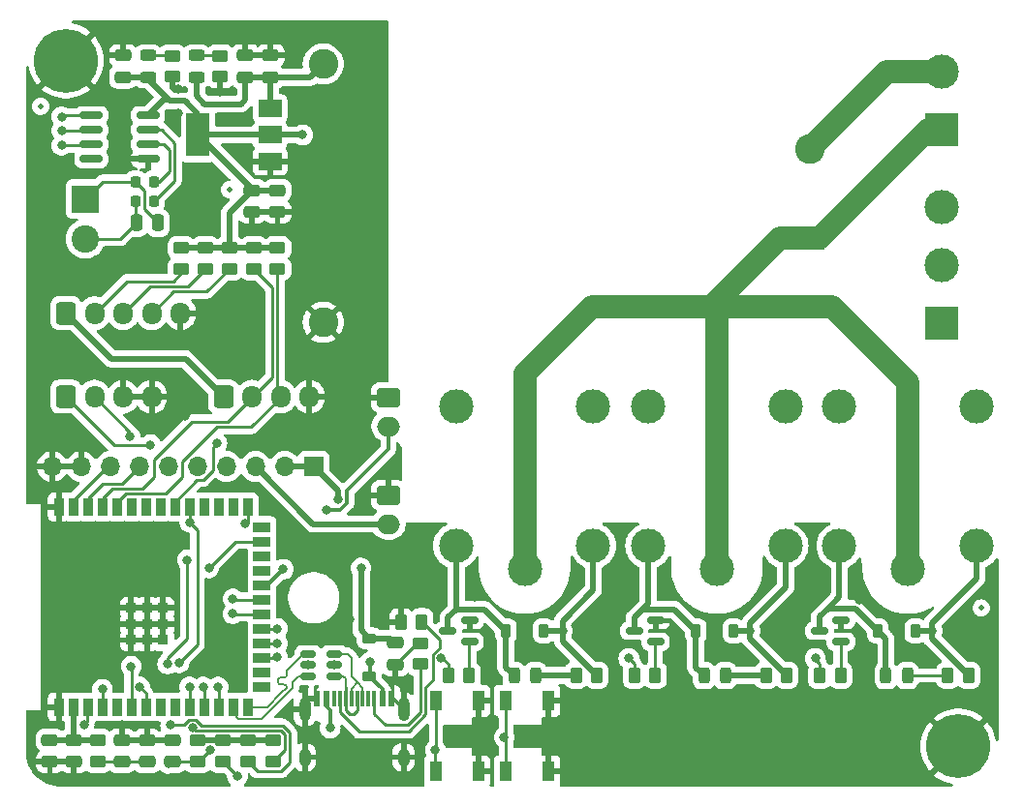
<source format=gbr>
%TF.GenerationSoftware,KiCad,Pcbnew,8.0.6*%
%TF.CreationDate,2024-11-24T19:54:00+01:00*%
%TF.ProjectId,Gaggimate,47616767-696d-4617-9465-2e6b69636164,1.0*%
%TF.SameCoordinates,Original*%
%TF.FileFunction,Copper,L1,Top*%
%TF.FilePolarity,Positive*%
%FSLAX46Y46*%
G04 Gerber Fmt 4.6, Leading zero omitted, Abs format (unit mm)*
G04 Created by KiCad (PCBNEW 8.0.6) date 2024-11-24 19:54:00*
%MOMM*%
%LPD*%
G01*
G04 APERTURE LIST*
G04 Aperture macros list*
%AMRoundRect*
0 Rectangle with rounded corners*
0 $1 Rounding radius*
0 $2 $3 $4 $5 $6 $7 $8 $9 X,Y pos of 4 corners*
0 Add a 4 corners polygon primitive as box body*
4,1,4,$2,$3,$4,$5,$6,$7,$8,$9,$2,$3,0*
0 Add four circle primitives for the rounded corners*
1,1,$1+$1,$2,$3*
1,1,$1+$1,$4,$5*
1,1,$1+$1,$6,$7*
1,1,$1+$1,$8,$9*
0 Add four rect primitives between the rounded corners*
20,1,$1+$1,$2,$3,$4,$5,0*
20,1,$1+$1,$4,$5,$6,$7,0*
20,1,$1+$1,$6,$7,$8,$9,0*
20,1,$1+$1,$8,$9,$2,$3,0*%
G04 Aperture macros list end*
%TA.AperFunction,SMDPad,CuDef*%
%ADD10R,1.100000X1.800000*%
%TD*%
%TA.AperFunction,ComponentPad*%
%ADD11RoundRect,0.250000X-0.750000X0.600000X-0.750000X-0.600000X0.750000X-0.600000X0.750000X0.600000X0*%
%TD*%
%TA.AperFunction,ComponentPad*%
%ADD12O,2.000000X1.700000*%
%TD*%
%TA.AperFunction,SMDPad,CuDef*%
%ADD13RoundRect,0.250000X0.475000X-0.250000X0.475000X0.250000X-0.475000X0.250000X-0.475000X-0.250000X0*%
%TD*%
%TA.AperFunction,SMDPad,CuDef*%
%ADD14RoundRect,0.150000X0.587500X0.150000X-0.587500X0.150000X-0.587500X-0.150000X0.587500X-0.150000X0*%
%TD*%
%TA.AperFunction,SMDPad,CuDef*%
%ADD15R,0.900000X1.500000*%
%TD*%
%TA.AperFunction,SMDPad,CuDef*%
%ADD16R,1.500000X0.900000*%
%TD*%
%TA.AperFunction,SMDPad,CuDef*%
%ADD17R,0.900000X0.900000*%
%TD*%
%TA.AperFunction,ComponentPad*%
%ADD18C,3.000000*%
%TD*%
%TA.AperFunction,SMDPad,CuDef*%
%ADD19C,0.500000*%
%TD*%
%TA.AperFunction,SMDPad,CuDef*%
%ADD20RoundRect,0.250000X-0.450000X0.262500X-0.450000X-0.262500X0.450000X-0.262500X0.450000X0.262500X0*%
%TD*%
%TA.AperFunction,SMDPad,CuDef*%
%ADD21RoundRect,0.243750X-0.456250X0.243750X-0.456250X-0.243750X0.456250X-0.243750X0.456250X0.243750X0*%
%TD*%
%TA.AperFunction,SMDPad,CuDef*%
%ADD22RoundRect,0.243750X-0.243750X-0.456250X0.243750X-0.456250X0.243750X0.456250X-0.243750X0.456250X0*%
%TD*%
%TA.AperFunction,ComponentPad*%
%ADD23RoundRect,0.250000X-0.600000X-0.725000X0.600000X-0.725000X0.600000X0.725000X-0.600000X0.725000X0*%
%TD*%
%TA.AperFunction,ComponentPad*%
%ADD24O,1.700000X1.950000*%
%TD*%
%TA.AperFunction,SMDPad,CuDef*%
%ADD25RoundRect,0.150000X0.512500X0.150000X-0.512500X0.150000X-0.512500X-0.150000X0.512500X-0.150000X0*%
%TD*%
%TA.AperFunction,ComponentPad*%
%ADD26R,3.000000X3.000000*%
%TD*%
%TA.AperFunction,SMDPad,CuDef*%
%ADD27RoundRect,0.250000X-0.262500X-0.450000X0.262500X-0.450000X0.262500X0.450000X-0.262500X0.450000X0*%
%TD*%
%TA.AperFunction,ComponentPad*%
%ADD28C,3.600000*%
%TD*%
%TA.AperFunction,ConnectorPad*%
%ADD29C,5.600000*%
%TD*%
%TA.AperFunction,SMDPad,CuDef*%
%ADD30RoundRect,0.225000X-0.375000X0.225000X-0.375000X-0.225000X0.375000X-0.225000X0.375000X0.225000X0*%
%TD*%
%TA.AperFunction,SMDPad,CuDef*%
%ADD31RoundRect,0.250000X0.262500X0.450000X-0.262500X0.450000X-0.262500X-0.450000X0.262500X-0.450000X0*%
%TD*%
%TA.AperFunction,ComponentPad*%
%ADD32R,2.400000X2.400000*%
%TD*%
%TA.AperFunction,ComponentPad*%
%ADD33C,2.400000*%
%TD*%
%TA.AperFunction,SMDPad,CuDef*%
%ADD34RoundRect,0.225000X0.225000X0.375000X-0.225000X0.375000X-0.225000X-0.375000X0.225000X-0.375000X0*%
%TD*%
%TA.AperFunction,SMDPad,CuDef*%
%ADD35RoundRect,0.150000X0.825000X0.150000X-0.825000X0.150000X-0.825000X-0.150000X0.825000X-0.150000X0*%
%TD*%
%TA.AperFunction,SMDPad,CuDef*%
%ADD36RoundRect,0.250000X-0.475000X0.250000X-0.475000X-0.250000X0.475000X-0.250000X0.475000X0.250000X0*%
%TD*%
%TA.AperFunction,SMDPad,CuDef*%
%ADD37R,0.600000X1.450000*%
%TD*%
%TA.AperFunction,SMDPad,CuDef*%
%ADD38R,0.300000X1.450000*%
%TD*%
%TA.AperFunction,ComponentPad*%
%ADD39O,1.000000X2.100000*%
%TD*%
%TA.AperFunction,ComponentPad*%
%ADD40O,1.000000X1.600000*%
%TD*%
%TA.AperFunction,ComponentPad*%
%ADD41R,2.600000X2.000000*%
%TD*%
%TA.AperFunction,ComponentPad*%
%ADD42C,2.600000*%
%TD*%
%TA.AperFunction,SMDPad,CuDef*%
%ADD43RoundRect,0.218750X-0.218750X-0.256250X0.218750X-0.256250X0.218750X0.256250X-0.218750X0.256250X0*%
%TD*%
%TA.AperFunction,ComponentPad*%
%ADD44R,1.700000X1.700000*%
%TD*%
%TA.AperFunction,ComponentPad*%
%ADD45O,1.700000X1.700000*%
%TD*%
%TA.AperFunction,SMDPad,CuDef*%
%ADD46R,2.000000X1.500000*%
%TD*%
%TA.AperFunction,SMDPad,CuDef*%
%ADD47R,2.000000X3.800000*%
%TD*%
%TA.AperFunction,SMDPad,CuDef*%
%ADD48RoundRect,0.250000X-0.250000X-0.475000X0.250000X-0.475000X0.250000X0.475000X-0.250000X0.475000X0*%
%TD*%
%TA.AperFunction,ViaPad*%
%ADD49C,0.800000*%
%TD*%
%TA.AperFunction,Conductor*%
%ADD50C,0.500000*%
%TD*%
%TA.AperFunction,Conductor*%
%ADD51C,0.300000*%
%TD*%
%TA.AperFunction,Conductor*%
%ADD52C,0.250000*%
%TD*%
%TA.AperFunction,Conductor*%
%ADD53C,0.200000*%
%TD*%
%TA.AperFunction,Conductor*%
%ADD54C,2.000000*%
%TD*%
G04 APERTURE END LIST*
D10*
%TO.P,SW1,1,1*%
%TO.N,GND*%
X207350000Y-85600000D03*
X207350000Y-91800000D03*
%TO.P,SW1,2,2*%
%TO.N,/BOOT*%
X203650000Y-85600000D03*
X203650000Y-91800000D03*
%TD*%
D11*
%TO.P,J10,1,Pin_1*%
%TO.N,GND*%
X193400000Y-67650000D03*
D12*
%TO.P,J10,2,Pin_2*%
%TO.N,+3.3V*%
X193400000Y-70150000D03*
%TD*%
D13*
%TO.P,C3,1*%
%TO.N,+5V*%
X180900000Y-31050000D03*
%TO.P,C3,2*%
%TO.N,GND*%
X180900000Y-29150000D03*
%TD*%
D14*
%TO.P,Q3,1,B*%
%TO.N,Net-(Q3-B)*%
X200475000Y-80450000D03*
%TO.P,Q3,2,E*%
%TO.N,GND*%
X200475000Y-78550000D03*
%TO.P,Q3,3,C*%
%TO.N,Net-(D10-A)*%
X198600000Y-79500000D03*
%TD*%
D15*
%TO.P,U1,1,GND*%
%TO.N,GND*%
X164580000Y-86150000D03*
%TO.P,U1,2,3V3*%
%TO.N,+3.3V*%
X165850000Y-86150000D03*
%TO.P,U1,3,EN*%
%TO.N,/CHIP_PU*%
X167120000Y-86150000D03*
%TO.P,U1,4,GPIO4/TOUCH4/ADC1_CH3*%
%TO.N,/SPI_MISO*%
X168390000Y-86150000D03*
%TO.P,U1,5,GPIO5/TOUCH5/ADC1_CH4*%
%TO.N,/SPI_MOSI*%
X169660000Y-86150000D03*
%TO.P,U1,6,GPIO6/TOUCH6/ADC1_CH5*%
%TO.N,/SPI_CLK*%
X170930000Y-86150000D03*
%TO.P,U1,7,GPIO7/TOUCH7/ADC1_CH6*%
%TO.N,/MAX_CS*%
X172200000Y-86150000D03*
%TO.P,U1,8,GPIO15/U0RTS/ADC2_CH4/XTAL_32K_P*%
%TO.N,/GPIO15*%
X173470000Y-86150000D03*
%TO.P,U1,9,GPIO16/U0CTS/ADC2_CH5/XTAL_32K_N*%
%TO.N,/GPIO16*%
X174740000Y-86150000D03*
%TO.P,U1,10,GPIO17/U1TXD/ADC2_CH6*%
%TO.N,/SCL*%
X176010000Y-86150000D03*
%TO.P,U1,11,GPIO18/U1RXD/ADC2_CH7/CLK_OUT3*%
%TO.N,/SDA*%
X177280000Y-86150000D03*
%TO.P,U1,12,GPIO8/TOUCH8/ADC1_CH7/SUBSPICS1*%
%TO.N,/GPIO8*%
X178550000Y-86150000D03*
%TO.P,U1,13,GPIO19/U1RTS/ADC2_CH8/CLK_OUT2/USB_D-*%
%TO.N,/USB_DN*%
X179820000Y-86150000D03*
%TO.P,U1,14,GPIO20/U1CTS/ADC2_CH9/CLK_OUT1/USB_D+*%
%TO.N,/USB_DP*%
X181090000Y-86150000D03*
D16*
%TO.P,U1,15,GPIO3/TOUCH3/ADC1_CH2*%
%TO.N,unconnected-(U1-GPIO3{slash}TOUCH3{slash}ADC1_CH2-Pad15)*%
X182340000Y-84385000D03*
%TO.P,U1,16,GPIO46*%
%TO.N,unconnected-(U1-GPIO46-Pad16)*%
X182340000Y-83115000D03*
%TO.P,U1,17,GPIO9/TOUCH9/ADC1_CH8/FSPIHD/SUBSPIHD*%
%TO.N,/RELAY_PUMP*%
X182340000Y-81845000D03*
%TO.P,U1,18,GPIO10/TOUCH10/ADC1_CH9/FSPICS0/FSPIIO4/SUBSPICS0*%
%TO.N,/RELAY_VALVE*%
X182340000Y-80575000D03*
%TO.P,U1,19,GPIO11/TOUCH11/ADC2_CH0/FSPID/FSPIIO5/SUBSPID*%
%TO.N,/RELAY_GRINDER*%
X182340000Y-79305000D03*
%TO.P,U1,20,GPIO12/TOUCH12/ADC2_CH1/FSPICLK/FSPIIO6/SUBSPICLK*%
%TO.N,/GPIO12*%
X182340000Y-78035000D03*
%TO.P,U1,21,GPIO13/TOUCH13/ADC2_CH2/FSPIQ/FSPIIO7/SUBSPIQ*%
%TO.N,/GPIO13*%
X182340000Y-76765000D03*
%TO.P,U1,22,GPIO14/TOUCH14/ADC2_CH3/FSPIWP/FSPIDQS/SUBSPIWP*%
%TO.N,/SSR*%
X182340000Y-75495000D03*
%TO.P,U1,23,GPIO21*%
%TO.N,/GPIO21*%
X182340000Y-74225000D03*
%TO.P,U1,24,GPIO47/SPICLK_P/SUBSPICLK_P_DIFF*%
%TO.N,/GPIO47*%
X182340000Y-72955000D03*
%TO.P,U1,25,GPIO48/SPICLK_N/SUBSPICLK_N_DIFF*%
%TO.N,/BTN_STEAM*%
X182340000Y-71685000D03*
%TO.P,U1,26,GPIO45*%
%TO.N,unconnected-(U1-GPIO45-Pad26)*%
X182340000Y-70415000D03*
D15*
%TO.P,U1,27,GPIO0/BOOT*%
%TO.N,/BOOT*%
X181090000Y-68650000D03*
%TO.P,U1,28,SPIIO6/GPIO35/FSPID/SUBSPID*%
%TO.N,unconnected-(U1-SPIIO6{slash}GPIO35{slash}FSPID{slash}SUBSPID-Pad28)*%
X179820000Y-68650000D03*
%TO.P,U1,29,SPIIO7/GPIO36/FSPICLK/SUBSPICLK*%
%TO.N,unconnected-(U1-SPIIO7{slash}GPIO36{slash}FSPICLK{slash}SUBSPICLK-Pad29)*%
X178550000Y-68650000D03*
%TO.P,U1,30,SPIDQS/GPIO37/FSPIQ/SUBSPIQ*%
%TO.N,unconnected-(U1-SPIDQS{slash}GPIO37{slash}FSPIQ{slash}SUBSPIQ-Pad30)*%
X177280000Y-68650000D03*
%TO.P,U1,31,GPIO38/FSPIWP/SUBSPIWP*%
%TO.N,/BTN_BREW*%
X176010000Y-68650000D03*
%TO.P,U1,32,MTCK/GPIO39/CLK_OUT3/SUBSPICS1*%
%TO.N,/SDA2*%
X174740000Y-68650000D03*
%TO.P,U1,33,MTDO/GPIO40/CLK_OUT2*%
%TO.N,/GPIO40*%
X173470000Y-68650000D03*
%TO.P,U1,34,MTDI/GPIO41/CLK_OUT1*%
%TO.N,/GPIO41*%
X172200000Y-68650000D03*
%TO.P,U1,35,MTMS/GPIO42*%
%TO.N,/GPIO42*%
X170930000Y-68650000D03*
%TO.P,U1,36,U0RXD/GPIO44/CLK_OUT2*%
%TO.N,/UART_RX0*%
X169660000Y-68650000D03*
%TO.P,U1,37,U0TXD/GPIO43/CLK_OUT1*%
%TO.N,/UART_TX0*%
X168390000Y-68650000D03*
%TO.P,U1,38,GPIO2/TOUCH2/ADC1_CH1*%
%TO.N,/GPIO2*%
X167120000Y-68650000D03*
%TO.P,U1,39,GPIO1/TOUCH1/ADC1_CH0*%
%TO.N,/GPIO1*%
X165850000Y-68650000D03*
%TO.P,U1,40,GND*%
%TO.N,GND*%
X164580000Y-68650000D03*
D17*
%TO.P,U1,41,GND*%
X170900000Y-80300000D03*
X172300000Y-80300000D03*
X173700000Y-80300000D03*
X173700000Y-80300000D03*
X170900000Y-78900000D03*
X170900000Y-78900000D03*
X172300000Y-78900000D03*
X173700000Y-78900000D03*
X170900000Y-77500000D03*
X172300000Y-77500000D03*
X173700000Y-77500000D03*
%TD*%
D18*
%TO.P,K1,11*%
%TO.N,LINE*%
X238800000Y-74050000D03*
%TO.P,K1,12*%
%TO.N,unconnected-(K1-Pad12)*%
X232800000Y-59850000D03*
%TO.P,K1,14*%
%TO.N,/LINE_PUMP*%
X244800000Y-59850000D03*
%TO.P,K1,A1*%
%TO.N,+5V*%
X244800000Y-72050000D03*
%TO.P,K1,A2*%
%TO.N,Net-(D5-K)*%
X232800000Y-72050000D03*
%TD*%
D19*
%TO.P,REF\u002A\u002A,*%
%TO.N,*%
X245200000Y-77500000D03*
%TD*%
D10*
%TO.P,SW2,1,1*%
%TO.N,GND*%
X201250000Y-85600000D03*
X201250000Y-91800000D03*
%TO.P,SW2,2,2*%
%TO.N,/CHIP_PU*%
X197550000Y-85600000D03*
X197550000Y-91800000D03*
%TD*%
D20*
%TO.P,R10,1*%
%TO.N,+3.3V*%
X181600000Y-45987500D03*
%TO.P,R10,2*%
%TO.N,/UART_TX0*%
X181600000Y-47812500D03*
%TD*%
%TO.P,R12,1*%
%TO.N,+3.3V*%
X175300000Y-45987500D03*
%TO.P,R12,2*%
%TO.N,/SCL*%
X175300000Y-47812500D03*
%TD*%
D21*
%TO.P,D12,1,K*%
%TO.N,Net-(D12-K)*%
X176600000Y-29162500D03*
%TO.P,D12,2,A*%
%TO.N,+5V*%
X176600000Y-31037500D03*
%TD*%
D22*
%TO.P,D5,1,K*%
%TO.N,Net-(D5-K)*%
X236862500Y-83400000D03*
%TO.P,D5,2,A*%
%TO.N,Net-(D5-A)*%
X238737500Y-83400000D03*
%TD*%
D13*
%TO.P,C11,1*%
%TO.N,+3.3V*%
X170200000Y-31050000D03*
%TO.P,C11,2*%
%TO.N,GND*%
X170200000Y-29150000D03*
%TD*%
D23*
%TO.P,J9,1,Pin_1*%
%TO.N,/BTN_BREW*%
X165200000Y-59000000D03*
D24*
%TO.P,J9,2,Pin_2*%
%TO.N,/BTN_STEAM*%
X167700000Y-59000000D03*
%TO.P,J9,3,Pin_3*%
%TO.N,GND*%
X170200000Y-59000000D03*
%TO.P,J9,4,Pin_4*%
X172700000Y-59000000D03*
%TD*%
D25*
%TO.P,U3,1,I/O1*%
%TO.N,/USB_UF_DN*%
X188637500Y-83450000D03*
%TO.P,U3,2,GND*%
%TO.N,GND*%
X188637500Y-82500000D03*
%TO.P,U3,3,I/O2*%
%TO.N,/USB_UF_DP*%
X188637500Y-81550000D03*
%TO.P,U3,4,I/O2*%
%TO.N,/USB_DP*%
X186362500Y-81550000D03*
%TO.P,U3,5,VBUS*%
%TO.N,Net-(D1-A)*%
X186362500Y-82500000D03*
%TO.P,U3,6,I/O1*%
%TO.N,/USB_DN*%
X186362500Y-83450000D03*
%TD*%
D26*
%TO.P,J3,1,Pin_1*%
%TO.N,/LINE_PUMP*%
X241700000Y-52540000D03*
D18*
%TO.P,J3,2,Pin_2*%
%TO.N,/LINE_VALVE*%
X241700000Y-47460000D03*
%TO.P,J3,3,Pin_3*%
%TO.N,/LINE_GRINDER*%
X241700000Y-42380000D03*
%TD*%
%TO.P,K3,11*%
%TO.N,LINE*%
X205300000Y-74050000D03*
%TO.P,K3,12*%
%TO.N,unconnected-(K3-Pad12)*%
X199300000Y-59850000D03*
%TO.P,K3,14*%
%TO.N,/LINE_GRINDER*%
X211300000Y-59850000D03*
%TO.P,K3,A1*%
%TO.N,+5V*%
X211300000Y-72050000D03*
%TO.P,K3,A2*%
%TO.N,Net-(D10-A)*%
X199300000Y-72050000D03*
%TD*%
D19*
%TO.P,REF\u002A\u002A,*%
%TO.N,*%
X179500000Y-40900000D03*
%TD*%
D23*
%TO.P,J5,1,Pin_1*%
%TO.N,+5V*%
X165200000Y-51700000D03*
D24*
%TO.P,J5,2,Pin_2*%
%TO.N,/SCL*%
X167700000Y-51700000D03*
%TO.P,J5,3,Pin_3*%
%TO.N,/SDA*%
X170200000Y-51700000D03*
%TO.P,J5,4,Pin_4*%
%TO.N,/SDA2*%
X172700000Y-51700000D03*
%TO.P,J5,5,Pin_5*%
%TO.N,GND*%
X175200000Y-51700000D03*
%TD*%
D27*
%TO.P,R9,1*%
%TO.N,Net-(D9-A)*%
X209787500Y-83400000D03*
%TO.P,R9,2*%
%TO.N,+5V*%
X211612500Y-83400000D03*
%TD*%
D14*
%TO.P,Q2,1,B*%
%TO.N,Net-(Q2-B)*%
X216737500Y-80450000D03*
%TO.P,Q2,2,E*%
%TO.N,GND*%
X216737500Y-78550000D03*
%TO.P,Q2,3,C*%
%TO.N,Net-(D7-K)*%
X214862500Y-79500000D03*
%TD*%
D28*
%TO.P,H1,1,1*%
%TO.N,GND*%
X165200000Y-29600000D03*
D29*
X165200000Y-29600000D03*
%TD*%
D30*
%TO.P,D1,1,K*%
%TO.N,+5V*%
X191700000Y-80150000D03*
%TO.P,D1,2,A*%
%TO.N,Net-(D1-A)*%
X191700000Y-83450000D03*
%TD*%
D13*
%TO.P,C9,1*%
%TO.N,/BOOT*%
X174500000Y-90950000D03*
%TO.P,C9,2*%
%TO.N,GND*%
X174500000Y-89050000D03*
%TD*%
D20*
%TO.P,R19,1*%
%TO.N,Net-(D12-K)*%
X178700000Y-29187500D03*
%TO.P,R19,2*%
%TO.N,GND*%
X178700000Y-31012500D03*
%TD*%
D27*
%TO.P,R7,1*%
%TO.N,Net-(D7-A)*%
X226387500Y-83400000D03*
%TO.P,R7,2*%
%TO.N,+5V*%
X228212500Y-83400000D03*
%TD*%
D19*
%TO.P,REF\u002A\u002A,*%
%TO.N,*%
X163000000Y-33600000D03*
%TD*%
D31*
%TO.P,R4,1*%
%TO.N,Net-(Q1-B)*%
X232912500Y-83400000D03*
%TO.P,R4,2*%
%TO.N,/RELAY_PUMP*%
X231087500Y-83400000D03*
%TD*%
%TO.P,R8,1*%
%TO.N,Net-(Q3-B)*%
X200450000Y-83400000D03*
%TO.P,R8,2*%
%TO.N,/RELAY_GRINDER*%
X198625000Y-83400000D03*
%TD*%
D20*
%TO.P,R15,1*%
%TO.N,+3.3V*%
X178900000Y-89087500D03*
%TO.P,R15,2*%
%TO.N,/SPI_CLK*%
X178900000Y-90912500D03*
%TD*%
D32*
%TO.P,J7,1,Pin_1*%
%TO.N,Net-(J7-Pin_1)*%
X166900000Y-41700000D03*
D33*
%TO.P,J7,2,Pin_2*%
%TO.N,Net-(J7-Pin_2)*%
X166900000Y-45200000D03*
%TD*%
D34*
%TO.P,D8,1,K*%
%TO.N,+5V*%
X223550000Y-79500000D03*
%TO.P,D8,2,A*%
%TO.N,Net-(D7-K)*%
X220250000Y-79500000D03*
%TD*%
D35*
%TO.P,U6,1,GND*%
%TO.N,GND*%
X172375000Y-38205000D03*
%TO.P,U6,2,T-*%
%TO.N,Net-(U6-T-)*%
X172375000Y-36935000D03*
%TO.P,U6,3,T+*%
%TO.N,Net-(U6-T+)*%
X172375000Y-35665000D03*
%TO.P,U6,4,V_CC*%
%TO.N,+3.3V*%
X172375000Y-34395000D03*
%TO.P,U6,5,SCK*%
%TO.N,/SPI_CLK*%
X167425000Y-34395000D03*
%TO.P,U6,6,~{CS}*%
%TO.N,/MAX_CS*%
X167425000Y-35665000D03*
%TO.P,U6,7,SO*%
%TO.N,/SPI_MISO*%
X167425000Y-36935000D03*
%TO.P,U6,8*%
%TO.N,N/C*%
X167425000Y-38205000D03*
%TD*%
D23*
%TO.P,J4,1,Pin_1*%
%TO.N,+5V*%
X178970000Y-59000000D03*
D24*
%TO.P,J4,2,Pin_2*%
%TO.N,/UART_TX0*%
X181470000Y-59000000D03*
%TO.P,J4,3,Pin_3*%
%TO.N,/UART_RX0*%
X183970000Y-59000000D03*
%TO.P,J4,4,Pin_4*%
%TO.N,GND*%
X186470000Y-59000000D03*
%TD*%
D20*
%TO.P,R14,1*%
%TO.N,+3.3V*%
X176700000Y-89087500D03*
%TO.P,R14,2*%
%TO.N,/BOOT*%
X176700000Y-90912500D03*
%TD*%
D21*
%TO.P,D11,1,K*%
%TO.N,Net-(D11-K)*%
X172400000Y-29162500D03*
%TO.P,D11,2,A*%
%TO.N,+3.3V*%
X172400000Y-31037500D03*
%TD*%
D13*
%TO.P,C10,1*%
%TO.N,/CHIP_PU*%
X172300000Y-90950000D03*
%TO.P,C10,2*%
%TO.N,GND*%
X172300000Y-89050000D03*
%TD*%
D28*
%TO.P,H1,1,1*%
%TO.N,GND*%
X243200000Y-89600000D03*
D29*
X243200000Y-89600000D03*
%TD*%
D14*
%TO.P,Q1,1,B*%
%TO.N,Net-(Q1-B)*%
X232937500Y-80450000D03*
%TO.P,Q1,2,E*%
%TO.N,GND*%
X232937500Y-78550000D03*
%TO.P,Q1,3,C*%
%TO.N,Net-(D5-K)*%
X231062500Y-79500000D03*
%TD*%
D31*
%TO.P,R6,1*%
%TO.N,Net-(Q2-B)*%
X216712500Y-83400000D03*
%TO.P,R6,2*%
%TO.N,/RELAY_VALVE*%
X214887500Y-83400000D03*
%TD*%
D36*
%TO.P,C1,1*%
%TO.N,+5V*%
X194000000Y-80550000D03*
%TO.P,C1,2*%
%TO.N,GND*%
X194000000Y-82450000D03*
%TD*%
D34*
%TO.P,D10,1,K*%
%TO.N,+5V*%
X206950000Y-79500000D03*
%TO.P,D10,2,A*%
%TO.N,Net-(D10-A)*%
X203650000Y-79500000D03*
%TD*%
D37*
%TO.P,J1,A1,GND*%
%TO.N,GND*%
X187150000Y-85455000D03*
%TO.P,J1,A4,VBUS*%
%TO.N,Net-(D1-A)*%
X187950000Y-85455000D03*
D38*
%TO.P,J1,A5,CC1*%
%TO.N,Net-(J1-CC1)*%
X189150000Y-85455000D03*
%TO.P,J1,A6,D+*%
%TO.N,/USB_UF_DP*%
X190150000Y-85455000D03*
%TO.P,J1,A7,D-*%
%TO.N,/USB_UF_DN*%
X190650000Y-85455000D03*
%TO.P,J1,A8,SBU1*%
%TO.N,unconnected-(J1-SBU1-PadA8)*%
X191650000Y-85455000D03*
D37*
%TO.P,J1,A9,VBUS*%
%TO.N,Net-(D1-A)*%
X192850000Y-85455000D03*
%TO.P,J1,A12,GND*%
%TO.N,GND*%
X193650000Y-85455000D03*
%TO.P,J1,B1,GND*%
X193650000Y-85455000D03*
%TO.P,J1,B4,VBUS*%
%TO.N,Net-(D1-A)*%
X192850000Y-85455000D03*
D38*
%TO.P,J1,B5,CC2*%
%TO.N,Net-(J1-CC2)*%
X192150000Y-85455000D03*
%TO.P,J1,B6,D+*%
%TO.N,/USB_UF_DP*%
X191150000Y-85455000D03*
%TO.P,J1,B7,D-*%
%TO.N,/USB_UF_DN*%
X189650000Y-85455000D03*
%TO.P,J1,B8,SBU2*%
%TO.N,unconnected-(J1-SBU2-PadB8)*%
X188650000Y-85455000D03*
D37*
%TO.P,J1,B9,VBUS*%
%TO.N,Net-(D1-A)*%
X187950000Y-85455000D03*
%TO.P,J1,B12,GND*%
%TO.N,GND*%
X187150000Y-85455000D03*
D39*
%TO.P,J1,S1,SHIELD*%
X186080000Y-86370000D03*
D40*
X186080000Y-90550000D03*
D39*
X194720000Y-86370000D03*
D40*
X194720000Y-90550000D03*
%TD*%
D36*
%TO.P,C6,1*%
%TO.N,+3.3V*%
X163800000Y-89050000D03*
%TO.P,C6,2*%
%TO.N,GND*%
X163800000Y-90950000D03*
%TD*%
D20*
%TO.P,R13,1*%
%TO.N,+3.3V*%
X177400000Y-45987500D03*
%TO.P,R13,2*%
%TO.N,/SDA*%
X177400000Y-47812500D03*
%TD*%
D41*
%TO.P,PS1,1,AC/L*%
%TO.N,LINE*%
X230200000Y-45100000D03*
D42*
%TO.P,PS1,2,AC/N*%
%TO.N,NEUT*%
X230200000Y-37300000D03*
%TO.P,PS1,3,-Vout*%
%TO.N,GND*%
X187700000Y-52500000D03*
%TO.P,PS1,4,+Vout*%
%TO.N,+5V*%
X187700000Y-29900000D03*
%TD*%
D36*
%TO.P,C4,1*%
%TO.N,+3.3V*%
X183700000Y-40950000D03*
%TO.P,C4,2*%
%TO.N,GND*%
X183700000Y-42850000D03*
%TD*%
D27*
%TO.P,R1,1*%
%TO.N,GND*%
X194487500Y-78700000D03*
%TO.P,R1,2*%
%TO.N,Net-(J1-CC1)*%
X196312500Y-78700000D03*
%TD*%
D43*
%TO.P,L2,1*%
%TO.N,Net-(J7-Pin_2)*%
X171312500Y-41900000D03*
%TO.P,L2,2*%
%TO.N,Net-(U6-T+)*%
X172887500Y-41900000D03*
%TD*%
D20*
%TO.P,R11,1*%
%TO.N,+3.3V*%
X183700000Y-45987500D03*
%TO.P,R11,2*%
%TO.N,/UART_RX0*%
X183700000Y-47812500D03*
%TD*%
%TO.P,R16,1*%
%TO.N,+3.3V*%
X179500000Y-45987500D03*
%TO.P,R16,2*%
%TO.N,/SDA2*%
X179500000Y-47812500D03*
%TD*%
D11*
%TO.P,J8,1,Pin_1*%
%TO.N,GND*%
X193400000Y-59100000D03*
D12*
%TO.P,J8,2,Pin_2*%
%TO.N,/SSR*%
X193400000Y-61600000D03*
%TD*%
D20*
%TO.P,R21,1*%
%TO.N,+3.3V*%
X181100000Y-89087500D03*
%TO.P,R21,2*%
%TO.N,/BTN_STEAM*%
X181100000Y-90912500D03*
%TD*%
%TO.P,R20,1*%
%TO.N,+3.3V*%
X183300000Y-89100000D03*
%TO.P,R20,2*%
%TO.N,/BTN_BREW*%
X183300000Y-90925000D03*
%TD*%
%TO.P,R2,1*%
%TO.N,GND*%
X196200000Y-80587500D03*
%TO.P,R2,2*%
%TO.N,Net-(J1-CC2)*%
X196200000Y-82412500D03*
%TD*%
D44*
%TO.P,J6,1,Pin_1*%
%TO.N,+5V*%
X186860000Y-65100000D03*
D45*
%TO.P,J6,2,Pin_2*%
X184320000Y-65100000D03*
%TO.P,J6,3,Pin_3*%
%TO.N,+3.3V*%
X181780000Y-65100000D03*
%TO.P,J6,4,Pin_4*%
%TO.N,/GPIO13*%
X179240000Y-65100000D03*
%TO.P,J6,5,Pin_5*%
%TO.N,/GPIO12*%
X176700000Y-65100000D03*
%TO.P,J6,6,Pin_6*%
%TO.N,/GPIO8*%
X174160000Y-65100000D03*
%TO.P,J6,7,Pin_7*%
%TO.N,/GPIO2*%
X171620000Y-65100000D03*
%TO.P,J6,8,Pin_8*%
%TO.N,/GPIO1*%
X169080000Y-65100000D03*
%TO.P,J6,9,Pin_9*%
%TO.N,GND*%
X166540000Y-65100000D03*
%TO.P,J6,10,Pin_10*%
X164000000Y-65100000D03*
%TD*%
D13*
%TO.P,C2,1*%
%TO.N,+5V*%
X183100000Y-31050000D03*
%TO.P,C2,2*%
%TO.N,GND*%
X183100000Y-29150000D03*
%TD*%
%TO.P,C8,1*%
%TO.N,/CHIP_PU*%
X170100000Y-90950000D03*
%TO.P,C8,2*%
%TO.N,GND*%
X170100000Y-89050000D03*
%TD*%
D22*
%TO.P,D7,1,K*%
%TO.N,Net-(D7-K)*%
X220962500Y-83400000D03*
%TO.P,D7,2,A*%
%TO.N,Net-(D7-A)*%
X222837500Y-83400000D03*
%TD*%
D26*
%TO.P,J2,1,Pin_1*%
%TO.N,LINE*%
X241700000Y-35680000D03*
D18*
%TO.P,J2,2,Pin_2*%
%TO.N,NEUT*%
X241700000Y-30600000D03*
%TD*%
D36*
%TO.P,C5,1*%
%TO.N,+3.3V*%
X181490000Y-40950000D03*
%TO.P,C5,2*%
%TO.N,GND*%
X181490000Y-42850000D03*
%TD*%
%TO.P,C7,1*%
%TO.N,+3.3V*%
X165890000Y-89050000D03*
%TO.P,C7,2*%
%TO.N,GND*%
X165890000Y-90950000D03*
%TD*%
D46*
%TO.P,U2,1,GND*%
%TO.N,GND*%
X183050000Y-38400000D03*
%TO.P,U2,2,VO*%
%TO.N,+3.3V*%
X183050000Y-36100000D03*
D47*
X176750000Y-36100000D03*
D46*
%TO.P,U2,3,VI*%
%TO.N,+5V*%
X183050000Y-33800000D03*
%TD*%
D27*
%TO.P,R5,1*%
%TO.N,Net-(D5-A)*%
X242287500Y-83400000D03*
%TO.P,R5,2*%
%TO.N,+5V*%
X244112500Y-83400000D03*
%TD*%
D18*
%TO.P,K2,11*%
%TO.N,LINE*%
X222100000Y-74050000D03*
%TO.P,K2,12*%
%TO.N,unconnected-(K2-Pad12)*%
X216100000Y-59850000D03*
%TO.P,K2,14*%
%TO.N,/LINE_VALVE*%
X228100000Y-59850000D03*
%TO.P,K2,A1*%
%TO.N,+5V*%
X228100000Y-72050000D03*
%TO.P,K2,A2*%
%TO.N,Net-(D7-K)*%
X216100000Y-72050000D03*
%TD*%
D22*
%TO.P,D9,1,K*%
%TO.N,Net-(D10-A)*%
X204362500Y-83400000D03*
%TO.P,D9,2,A*%
%TO.N,Net-(D9-A)*%
X206237500Y-83400000D03*
%TD*%
D20*
%TO.P,R3,1*%
%TO.N,+3.3V*%
X168000000Y-89087500D03*
%TO.P,R3,2*%
%TO.N,/CHIP_PU*%
X168000000Y-90912500D03*
%TD*%
D34*
%TO.P,D6,1,K*%
%TO.N,+5V*%
X239450000Y-79500000D03*
%TO.P,D6,2,A*%
%TO.N,Net-(D5-K)*%
X236150000Y-79500000D03*
%TD*%
D43*
%TO.P,L1,1*%
%TO.N,Net-(J7-Pin_1)*%
X171312500Y-40200000D03*
%TO.P,L1,2*%
%TO.N,Net-(U6-T-)*%
X172887500Y-40200000D03*
%TD*%
D20*
%TO.P,R18,1*%
%TO.N,Net-(D11-K)*%
X174500000Y-29187500D03*
%TO.P,R18,2*%
%TO.N,GND*%
X174500000Y-31012500D03*
%TD*%
D48*
%TO.P,C14,1*%
%TO.N,Net-(J7-Pin_2)*%
X171350000Y-43800000D03*
%TO.P,C14,2*%
%TO.N,Net-(J7-Pin_1)*%
X173250000Y-43800000D03*
%TD*%
D49*
%TO.N,+5V*%
X225000000Y-79500000D03*
X208600000Y-79500000D03*
X191000000Y-74000000D03*
X240900000Y-79500000D03*
X189000000Y-68000000D03*
%TO.N,Net-(D1-A)*%
X191800000Y-82200000D03*
X188300000Y-88000000D03*
X186362500Y-82500000D03*
%TO.N,GND*%
X187100000Y-55100000D03*
X194100000Y-65800000D03*
X187700000Y-61200000D03*
X212500000Y-77500000D03*
X192400000Y-40600000D03*
X186400000Y-49000000D03*
X192500000Y-35200000D03*
X229200000Y-77400000D03*
X171700000Y-47000000D03*
X168500000Y-80700000D03*
X171300000Y-27200000D03*
X162700000Y-35900000D03*
X179800000Y-81400000D03*
X217400000Y-92200000D03*
X180000000Y-50900000D03*
X165600000Y-55800000D03*
X180900000Y-53900000D03*
X175000000Y-32100000D03*
X164700000Y-83900000D03*
X194400000Y-76800000D03*
X175637347Y-60737347D03*
X170100000Y-87700000D03*
X180100000Y-34900000D03*
X169100000Y-73400000D03*
X190000000Y-78500000D03*
X184500000Y-72500000D03*
X214100000Y-85800000D03*
X200900000Y-76500000D03*
X244200000Y-79200000D03*
X190300000Y-91600000D03*
X188637500Y-82500000D03*
X176600000Y-41200000D03*
X202285192Y-81181049D03*
X180600000Y-63100000D03*
X234572714Y-76768037D03*
X239400000Y-92100000D03*
X168500000Y-32100000D03*
X212300000Y-81400000D03*
X218700000Y-81600000D03*
X188200000Y-73200000D03*
X178700000Y-32300000D03*
X230100000Y-85800000D03*
X164000000Y-82200000D03*
X169900000Y-36200000D03*
X192300000Y-46500000D03*
X228700000Y-81200000D03*
X192400000Y-52500000D03*
X194900000Y-84600000D03*
X192600000Y-28800000D03*
X175000000Y-34200000D03*
X217800000Y-76200000D03*
X167600000Y-76900000D03*
X172100000Y-73400000D03*
%TO.N,+3.3V*%
X176700000Y-89087500D03*
X167900000Y-89087500D03*
X178900000Y-89087500D03*
X185900000Y-36100000D03*
%TO.N,/CHIP_PU*%
X172300000Y-90950000D03*
X166800000Y-87700000D03*
X197500000Y-89900000D03*
%TO.N,/SPI_MISO*%
X168400000Y-84600000D03*
X164825000Y-37013299D03*
%TO.N,/SPI_CLK*%
X170900000Y-82600000D03*
X164825000Y-34513299D03*
X180193750Y-92206250D03*
%TO.N,/MAX_CS*%
X164825000Y-35713299D03*
X171655000Y-84400000D03*
%TO.N,/SCL*%
X176000000Y-84400000D03*
%TO.N,/SDA*%
X177200000Y-84400000D03*
%TO.N,/RELAY_PUMP*%
X230700000Y-81900000D03*
X183700000Y-81800000D03*
%TO.N,/RELAY_VALVE*%
X183700000Y-80600000D03*
X214400000Y-81900000D03*
%TO.N,/RELAY_GRINDER*%
X183700000Y-79300000D03*
X198000000Y-81900000D03*
%TO.N,/GPIO12*%
X179800000Y-78000000D03*
%TO.N,/GPIO13*%
X179800000Y-76700000D03*
%TO.N,/SSR*%
X184200000Y-74100000D03*
X188000000Y-68900000D03*
%TO.N,/BOOT*%
X203500000Y-88800000D03*
X180900000Y-70100000D03*
X177800165Y-89937000D03*
%TO.N,/SDA2*%
X178400000Y-63100000D03*
%TO.N,/GPIO8*%
X178500000Y-84400000D03*
%TO.N,/BTN_BREW*%
X176263359Y-87975000D03*
X176042653Y-70000000D03*
X175100000Y-82300000D03*
X172600000Y-63200000D03*
%TO.N,/BTN_STEAM*%
X177700000Y-74000000D03*
X174350000Y-87750000D03*
X170800000Y-62500000D03*
X175812653Y-73287347D03*
X174100000Y-82400000D03*
%TD*%
D50*
%TO.N,+5V*%
X177300000Y-33400000D02*
X180500000Y-33400000D01*
X206950000Y-79500000D02*
X208600000Y-79500000D01*
X211300000Y-75912500D02*
X211300000Y-72050000D01*
X178970000Y-59000000D02*
X175670000Y-55700000D01*
X189000000Y-68000000D02*
X189000000Y-67240000D01*
X180500000Y-33400000D02*
X180900000Y-33000000D01*
X223550000Y-79500000D02*
X225000000Y-79500000D01*
X225000000Y-79500000D02*
X225000000Y-80187500D01*
X225000000Y-79500000D02*
X225000000Y-78812500D01*
X176600000Y-31037500D02*
X176600000Y-32700000D01*
X208600000Y-79500000D02*
X208600000Y-78612500D01*
X183100000Y-31050000D02*
X186550000Y-31050000D01*
X175670000Y-55700000D02*
X169200000Y-55700000D01*
X180900000Y-31050000D02*
X183100000Y-31050000D01*
X189000000Y-67240000D02*
X186860000Y-65100000D01*
X240900000Y-78812500D02*
X244800000Y-74912500D01*
X183050000Y-33800000D02*
X183050000Y-31100000D01*
X193600000Y-80150000D02*
X194000000Y-80550000D01*
X240900000Y-79500000D02*
X240900000Y-80187500D01*
X176600000Y-32700000D02*
X177300000Y-33400000D01*
X183050000Y-31100000D02*
X183100000Y-31050000D01*
X239450000Y-79500000D02*
X240900000Y-79500000D01*
X240900000Y-79500000D02*
X240900000Y-78812500D01*
X225000000Y-80187500D02*
X228212500Y-83400000D01*
X208600000Y-80387500D02*
X211612500Y-83400000D01*
X225000000Y-78812500D02*
X228100000Y-75712500D01*
X240900000Y-80187500D02*
X244112500Y-83400000D01*
X191700000Y-80150000D02*
X193600000Y-80150000D01*
X169200000Y-55700000D02*
X165200000Y-51700000D01*
X208600000Y-78612500D02*
X211300000Y-75912500D01*
X208600000Y-79500000D02*
X208600000Y-80387500D01*
X191000000Y-74000000D02*
X191000000Y-79450000D01*
X244800000Y-74912500D02*
X244800000Y-72050000D01*
X180900000Y-33000000D02*
X180900000Y-31050000D01*
X228100000Y-75712500D02*
X228100000Y-72550000D01*
X186550000Y-31050000D02*
X187700000Y-29900000D01*
X184320000Y-65100000D02*
X186860000Y-65100000D01*
X191000000Y-79450000D02*
X191700000Y-80150000D01*
D51*
%TO.N,Net-(D1-A)*%
X188300000Y-88000000D02*
X188300000Y-86474976D01*
X191800000Y-82200000D02*
X191800000Y-83550000D01*
X191800000Y-83550000D02*
X192850000Y-84600000D01*
X188300000Y-86474976D02*
X187950000Y-86124976D01*
D52*
X191800000Y-82200000D02*
X191800000Y-83350000D01*
D51*
X187950000Y-86124976D02*
X187950000Y-85455000D01*
D52*
X191800000Y-83350000D02*
X191700000Y-83450000D01*
D51*
X192850000Y-84600000D02*
X192850000Y-85455000D01*
D52*
%TO.N,GND*%
X169575000Y-89337500D02*
X169575000Y-89050000D01*
X193805000Y-85455000D02*
X194720000Y-86370000D01*
X193650000Y-85455000D02*
X193805000Y-85455000D01*
X194000000Y-82450000D02*
X195862500Y-80587500D01*
X195862500Y-80587500D02*
X196200000Y-80587500D01*
%TO.N,Net-(J1-CC1)*%
X189150000Y-86616396D02*
X189150000Y-85455000D01*
X197900000Y-80243750D02*
X197900000Y-80974695D01*
X190833604Y-88300000D02*
X189150000Y-86616396D01*
X196650000Y-84400000D02*
X196650000Y-86793122D01*
X197275000Y-81599695D02*
X197275000Y-83775000D01*
X195143122Y-88300000D02*
X190833604Y-88300000D01*
X196312500Y-78700000D02*
X196356250Y-78700000D01*
X197900000Y-80974695D02*
X197275000Y-81599695D01*
X196650000Y-86793122D02*
X195143122Y-88300000D01*
X196356250Y-78700000D02*
X197900000Y-80243750D01*
X197275000Y-83775000D02*
X196650000Y-84400000D01*
D53*
%TO.N,/USB_DP*%
X184260000Y-84194314D02*
X183963512Y-84194314D01*
X184465473Y-84468841D02*
X184500000Y-84434314D01*
X184500000Y-83000000D02*
X185950000Y-81550000D01*
X184500000Y-83234314D02*
X184500000Y-83000000D01*
X183963512Y-83594314D02*
X184260000Y-83594314D01*
X184005854Y-84928460D02*
X184465473Y-84468841D01*
X184500000Y-83354314D02*
X184500000Y-83234314D01*
X185950000Y-81550000D02*
X186362500Y-81550000D01*
X183723512Y-83954314D02*
X183723512Y-83834314D01*
X181090000Y-86150000D02*
X182784314Y-86150000D01*
X182784314Y-86150000D02*
X184005854Y-84928460D01*
X183723512Y-83834314D02*
G75*
G02*
X183963512Y-83594312I239988J14D01*
G01*
X184500000Y-84434314D02*
G75*
G03*
X184260000Y-84194300I-240000J14D01*
G01*
X184260000Y-83594314D02*
G75*
G03*
X184500014Y-83354314I0J240014D01*
G01*
X183963512Y-84194314D02*
G75*
G02*
X183723486Y-83954314I-12J240014D01*
G01*
D52*
%TO.N,Net-(J1-CC2)*%
X192150000Y-86749949D02*
X192150000Y-85455000D01*
X196200000Y-86606726D02*
X195061726Y-87745000D01*
X193145051Y-87745000D02*
X192150000Y-86749949D01*
X195061726Y-87745000D02*
X193145051Y-87745000D01*
X196200000Y-82412500D02*
X196200000Y-86606726D01*
D54*
%TO.N,LINE*%
X241700000Y-35680000D02*
X240520000Y-35680000D01*
X230200000Y-45100000D02*
X227600000Y-45100000D01*
X211200000Y-51100000D02*
X205300000Y-57000000D01*
X238800000Y-57700000D02*
X232200000Y-51100000D01*
X231100000Y-45100000D02*
X230200000Y-45100000D01*
X221600000Y-51100000D02*
X222100000Y-51600000D01*
X222100000Y-51600000D02*
X222100000Y-74050000D01*
X240520000Y-35680000D02*
X231100000Y-45100000D01*
X238800000Y-74050000D02*
X238800000Y-57700000D01*
X227600000Y-45100000D02*
X221600000Y-51100000D01*
X221600000Y-51100000D02*
X211200000Y-51100000D01*
X232200000Y-51100000D02*
X221600000Y-51100000D01*
X205300000Y-57000000D02*
X205300000Y-74050000D01*
%TO.N,NEUT*%
X241700000Y-30600000D02*
X236900000Y-30600000D01*
X236900000Y-30600000D02*
X230200000Y-37300000D01*
D50*
%TO.N,+3.3V*%
X176750000Y-36100000D02*
X183050000Y-36100000D01*
X174200000Y-33000000D02*
X173770000Y-33000000D01*
X163800000Y-89050000D02*
X165890000Y-89050000D01*
X174337500Y-33137500D02*
X175637500Y-33137500D01*
X178900000Y-89087500D02*
X176700000Y-89087500D01*
X172250000Y-31050000D02*
X174200000Y-33000000D01*
X179500000Y-45987500D02*
X179500000Y-42940000D01*
X186830000Y-70150000D02*
X181780000Y-65100000D01*
X185900000Y-36100000D02*
X183050000Y-36100000D01*
X181490000Y-40950000D02*
X183700000Y-40950000D01*
X176750000Y-34250000D02*
X176750000Y-36100000D01*
X178900000Y-89087500D02*
X183287500Y-89087500D01*
X193400000Y-70150000D02*
X186830000Y-70150000D01*
X174200000Y-33000000D02*
X174337500Y-33137500D01*
X173770000Y-33000000D02*
X172375000Y-34395000D01*
X181490000Y-40840000D02*
X181490000Y-40950000D01*
X175637500Y-33137500D02*
X176750000Y-34250000D01*
X179500000Y-42940000D02*
X181490000Y-40950000D01*
X176750000Y-36100000D02*
X181490000Y-40840000D01*
X165890000Y-89050000D02*
X165890000Y-86190000D01*
X170200000Y-31050000D02*
X172250000Y-31050000D01*
X193625000Y-70375000D02*
X193400000Y-70150000D01*
X165890000Y-86190000D02*
X165850000Y-86150000D01*
X165927500Y-89087500D02*
X165890000Y-89050000D01*
X175300000Y-45987500D02*
X183700000Y-45987500D01*
X168000000Y-89087500D02*
X167900000Y-89087500D01*
X167900000Y-89087500D02*
X165927500Y-89087500D01*
X183287500Y-89087500D02*
X183300000Y-89100000D01*
D52*
%TO.N,/CHIP_PU*%
X197500000Y-89900000D02*
X197500000Y-91750000D01*
X197500000Y-91750000D02*
X197550000Y-91800000D01*
X168037500Y-90950000D02*
X168000000Y-90912500D01*
X197500000Y-89900000D02*
X197200000Y-89900000D01*
X197500000Y-89900000D02*
X197550000Y-89850000D01*
X167100000Y-87400000D02*
X167100000Y-85550000D01*
X197550000Y-89850000D02*
X197550000Y-85600000D01*
X172300000Y-90950000D02*
X168037500Y-90950000D01*
X166800000Y-87700000D02*
X167100000Y-87400000D01*
X167120000Y-86150000D02*
X167120000Y-86820000D01*
%TO.N,/SPI_MISO*%
X168400000Y-86140000D02*
X168390000Y-86150000D01*
X164890000Y-37048299D02*
X164925000Y-37013299D01*
X164860000Y-37048299D02*
X164890000Y-37048299D01*
X168400000Y-84600000D02*
X168400000Y-86140000D01*
X167346701Y-37013299D02*
X164825000Y-37013299D01*
X164825000Y-37013299D02*
X164860000Y-37048299D01*
X167425000Y-36935000D02*
X167346701Y-37013299D01*
%TO.N,/SPI_CLK*%
X164825000Y-34513299D02*
X164825000Y-34413299D01*
X180193750Y-92206250D02*
X180287500Y-92300000D01*
X167425000Y-34395000D02*
X164843299Y-34395000D01*
X180287500Y-92300000D02*
X180400000Y-92300000D01*
X170900000Y-82600000D02*
X170930000Y-82630000D01*
X170930000Y-82630000D02*
X170930000Y-86150000D01*
X178900000Y-90912500D02*
X180193750Y-92206250D01*
X164843299Y-34395000D02*
X164825000Y-34413299D01*
X164825000Y-34413299D02*
X164825000Y-34413299D01*
%TO.N,/MAX_CS*%
X167376701Y-35713299D02*
X164825000Y-35713299D01*
X167425000Y-35665000D02*
X167376701Y-35713299D01*
X171655000Y-84400000D02*
X172200000Y-84945000D01*
X172200000Y-84945000D02*
X172200000Y-86150000D01*
%TO.N,/SCL*%
X174600000Y-48900000D02*
X170500000Y-48900000D01*
X175300000Y-47812500D02*
X175300000Y-48200000D01*
X175300000Y-48200000D02*
X174600000Y-48900000D01*
X176010000Y-84410000D02*
X176000000Y-84400000D01*
X176010000Y-86150000D02*
X176010000Y-84410000D01*
X170500000Y-48900000D02*
X167700000Y-51700000D01*
%TO.N,/SDA*%
X177400000Y-47812500D02*
X175862500Y-49350000D01*
X177280000Y-86150000D02*
X177280000Y-84480000D01*
X172550000Y-49350000D02*
X170200000Y-51700000D01*
X177280000Y-84480000D02*
X177200000Y-84400000D01*
X175862500Y-49350000D02*
X172550000Y-49350000D01*
%TO.N,/RELAY_PUMP*%
X230600000Y-81900000D02*
X230600000Y-81900000D01*
X230700000Y-81900000D02*
X230600000Y-81900000D01*
X231087500Y-83400000D02*
X231087500Y-82387500D01*
X183700000Y-81800000D02*
X183600000Y-81845000D01*
X231087500Y-82387500D02*
X230700000Y-82000000D01*
X182340000Y-81845000D02*
X183510000Y-81845000D01*
X183600000Y-81845000D02*
X183555000Y-81845000D01*
X183510000Y-81845000D02*
X183700000Y-81800000D01*
X230700000Y-82000000D02*
X230700000Y-81900000D01*
%TO.N,/RELAY_VALVE*%
X183700000Y-80600000D02*
X183600000Y-80575000D01*
X214887500Y-83400000D02*
X214887500Y-82387500D01*
X183550000Y-80575000D02*
X183700000Y-80600000D01*
X214887500Y-82387500D02*
X214400000Y-81900000D01*
X182340000Y-80575000D02*
X183550000Y-80575000D01*
X183600000Y-80575000D02*
X183575000Y-80575000D01*
%TO.N,/RELAY_GRINDER*%
X198000000Y-81800000D02*
X198000000Y-81800000D01*
X198100000Y-81900000D02*
X198000000Y-81900000D01*
X182340000Y-79305000D02*
X183695000Y-79305000D01*
X198625000Y-83400000D02*
X198625000Y-82425000D01*
X183695000Y-79305000D02*
X183700000Y-79300000D01*
X198000000Y-81900000D02*
X198000000Y-81800000D01*
X198625000Y-82425000D02*
X198100000Y-81900000D01*
%TO.N,/GPIO12*%
X179835000Y-78035000D02*
X179800000Y-78000000D01*
X182340000Y-78035000D02*
X179835000Y-78035000D01*
%TO.N,/GPIO13*%
X179865000Y-76765000D02*
X179800000Y-76700000D01*
X182340000Y-76765000D02*
X179865000Y-76765000D01*
D51*
%TO.N,/SSR*%
X189750000Y-67250000D02*
X193400000Y-63600000D01*
X189160661Y-68900000D02*
X189750000Y-68310661D01*
X182340000Y-75495000D02*
X182805000Y-75495000D01*
X188000000Y-68900000D02*
X189160661Y-68900000D01*
X193400000Y-63600000D02*
X193400000Y-61600000D01*
X189750000Y-68310661D02*
X189750000Y-67250000D01*
X182805000Y-75495000D02*
X184200000Y-74100000D01*
D52*
%TO.N,/BOOT*%
X203500000Y-88800000D02*
X203650000Y-88650000D01*
X203500000Y-88800000D02*
X203650000Y-88950000D01*
X176824665Y-90912500D02*
X176700000Y-90912500D01*
X181090000Y-68650000D02*
X181090000Y-69910000D01*
X203650000Y-88950000D02*
X203650000Y-91800000D01*
X177800165Y-89937000D02*
X176824665Y-90912500D01*
X203650000Y-88650000D02*
X203650000Y-85600000D01*
X176700000Y-90912500D02*
X174537500Y-90912500D01*
X174500000Y-90950000D02*
X174075000Y-91375000D01*
X181090000Y-69910000D02*
X180900000Y-70100000D01*
X174977500Y-90912500D02*
X174950000Y-90940000D01*
X174537500Y-90912500D02*
X174500000Y-90950000D01*
%TO.N,/SDA2*%
X174740000Y-68650000D02*
X174740000Y-68195000D01*
X176660000Y-66275000D02*
X177186701Y-66275000D01*
X174800000Y-68710000D02*
X174740000Y-68650000D01*
X177186701Y-66275000D02*
X178053185Y-65408516D01*
X177512500Y-49800000D02*
X174600000Y-49800000D01*
X178053185Y-65408516D02*
X178053185Y-63446815D01*
X178053185Y-63446815D02*
X178400000Y-63100000D01*
X174740000Y-68195000D02*
X176660000Y-66275000D01*
X179500000Y-47812500D02*
X177512500Y-49800000D01*
X174600000Y-49800000D02*
X172700000Y-51700000D01*
%TO.N,/UART_RX0*%
X183700000Y-47812500D02*
X183700000Y-58805000D01*
X183700000Y-58805000D02*
X183970000Y-59075000D01*
X175400000Y-66000000D02*
X175400000Y-64669973D01*
X169660000Y-68260380D02*
X170420380Y-67500000D01*
X173900000Y-67500000D02*
X175400000Y-66000000D01*
X175400000Y-64669973D02*
X178419973Y-61650000D01*
X181395000Y-61650000D02*
X183970000Y-59075000D01*
X170420380Y-67500000D02*
X173900000Y-67500000D01*
X169660000Y-68650000D02*
X169660000Y-68260380D01*
X178419973Y-61650000D02*
X181395000Y-61650000D01*
%TO.N,/UART_TX0*%
X172900000Y-64500000D02*
X176200000Y-61200000D01*
X169240000Y-67050000D02*
X171850000Y-67050000D01*
X172900000Y-66000000D02*
X172900000Y-64500000D01*
X181600000Y-47812500D02*
X183250000Y-49462500D01*
X179345000Y-61200000D02*
X181470000Y-59075000D01*
X171850000Y-67050000D02*
X172900000Y-66000000D01*
X168390000Y-68650000D02*
X168390000Y-67900000D01*
X183250000Y-49462500D02*
X183250000Y-57295000D01*
X176200000Y-61200000D02*
X179345000Y-61200000D01*
X168390000Y-67900000D02*
X169240000Y-67050000D01*
X183250000Y-57295000D02*
X181470000Y-59075000D01*
%TO.N,/GPIO2*%
X168420000Y-66600000D02*
X170120000Y-66600000D01*
X167120000Y-67900000D02*
X168420000Y-66600000D01*
X170120000Y-66600000D02*
X171620000Y-65100000D01*
X167120000Y-68650000D02*
X167120000Y-67900000D01*
%TO.N,/GPIO1*%
X165850000Y-68050000D02*
X168800000Y-65100000D01*
X165850000Y-68650000D02*
X165850000Y-68050000D01*
X168800000Y-65100000D02*
X169080000Y-65100000D01*
%TO.N,Net-(D5-A)*%
X242287500Y-83400000D02*
X238737500Y-83400000D01*
D50*
%TO.N,Net-(D7-A)*%
X226387500Y-83400000D02*
X222837500Y-83400000D01*
%TO.N,Net-(D9-A)*%
X209787500Y-83400000D02*
X206237500Y-83400000D01*
%TO.N,Net-(D5-K)*%
X236862500Y-83400000D02*
X236862500Y-80212500D01*
X236862500Y-80212500D02*
X236150000Y-79500000D01*
X231062500Y-78250000D02*
X231800000Y-77512500D01*
X232800000Y-76512500D02*
X232800000Y-73050000D01*
X231800000Y-77512500D02*
X232800000Y-76512500D01*
X236150000Y-79500000D02*
X234162500Y-77512500D01*
X231062500Y-79500000D02*
X231062500Y-78250000D01*
X234162500Y-77512500D02*
X231800000Y-77512500D01*
%TO.N,Net-(D10-A)*%
X203650000Y-79500000D02*
X201800000Y-77650000D01*
X201800000Y-77650000D02*
X199300000Y-77650000D01*
X203650000Y-82687500D02*
X204362500Y-83400000D01*
X198600000Y-78350000D02*
X199300000Y-77650000D01*
X198600000Y-79500000D02*
X198600000Y-78350000D01*
X199300000Y-77650000D02*
X199300000Y-72050000D01*
X203650000Y-79500000D02*
X203650000Y-82687500D01*
D52*
%TO.N,Net-(Q1-B)*%
X232837500Y-80350000D02*
X232912500Y-80425000D01*
X232912500Y-80425000D02*
X232912500Y-83400000D01*
%TO.N,Net-(Q2-B)*%
X216712500Y-80450000D02*
X216712500Y-83400000D01*
%TO.N,Net-(Q3-B)*%
X200450000Y-80450000D02*
X200450000Y-83400000D01*
D53*
%TO.N,/USB_DN*%
X185550000Y-83450000D02*
X185000000Y-84000000D01*
X179820000Y-86720000D02*
X180300000Y-87200000D01*
X179820000Y-86150000D02*
X179820000Y-86720000D01*
X182300000Y-87200000D02*
X185000000Y-84500000D01*
X180300000Y-87200000D02*
X182300000Y-87200000D01*
X186362500Y-83450000D02*
X185550000Y-83450000D01*
X185000000Y-84500000D02*
X185000000Y-84000000D01*
D52*
%TO.N,/GPIO8*%
X178550000Y-86150000D02*
X178550000Y-84450000D01*
X178550000Y-84450000D02*
X178500000Y-84400000D01*
%TO.N,Net-(J7-Pin_1)*%
X168400000Y-40200000D02*
X166900000Y-41700000D01*
X171312500Y-40200000D02*
X172075000Y-40962500D01*
X171312500Y-40200000D02*
X168400000Y-40200000D01*
X172075000Y-42625000D02*
X173250000Y-43800000D01*
X172075000Y-40962500D02*
X172075000Y-42625000D01*
%TO.N,Net-(J7-Pin_2)*%
X169950000Y-45200000D02*
X166900000Y-45200000D01*
X171312500Y-41900000D02*
X171312500Y-43762500D01*
X171350000Y-43800000D02*
X169950000Y-45200000D01*
X171487500Y-42125000D02*
X171412500Y-42200000D01*
X171312500Y-43762500D02*
X171350000Y-43800000D01*
%TO.N,Net-(U6-T+)*%
X173565000Y-35665000D02*
X172375000Y-35665000D01*
X172887500Y-41900000D02*
X174700000Y-40087500D01*
X174700000Y-36800000D02*
X173565000Y-35665000D01*
X174700000Y-40087500D02*
X174700000Y-36800000D01*
%TO.N,Net-(U6-T-)*%
X173300000Y-40200000D02*
X174250000Y-39250000D01*
X172887500Y-40200000D02*
X173300000Y-40200000D01*
X174250000Y-37450000D02*
X173735000Y-36935000D01*
X174250000Y-39250000D02*
X174250000Y-37450000D01*
X173735000Y-36935000D02*
X172375000Y-36935000D01*
%TO.N,Net-(D11-K)*%
X174475000Y-29162500D02*
X174500000Y-29187500D01*
X172400000Y-29162500D02*
X174475000Y-29162500D01*
%TO.N,Net-(D12-K)*%
X176600000Y-29162500D02*
X178675000Y-29162500D01*
X178675000Y-29162500D02*
X178700000Y-29187500D01*
D50*
%TO.N,Net-(D7-K)*%
X220250000Y-82687500D02*
X220962500Y-83400000D01*
X218362500Y-77612500D02*
X220250000Y-79500000D01*
X216100000Y-77112500D02*
X215600000Y-77612500D01*
X216100000Y-72550000D02*
X216100000Y-77112500D01*
X215600000Y-77612500D02*
X218362500Y-77612500D01*
X215600000Y-77612500D02*
X214862500Y-78350000D01*
X214862500Y-78350000D02*
X214862500Y-79500000D01*
X220250000Y-79500000D02*
X220250000Y-82687500D01*
D52*
%TO.N,/BTN_BREW*%
X176700000Y-70657347D02*
X176700000Y-80700000D01*
X176513359Y-88225000D02*
X183957600Y-88225000D01*
X184325000Y-88592400D02*
X184325000Y-89900000D01*
X172575000Y-63225000D02*
X169425000Y-63225000D01*
X176042653Y-70000000D02*
X176010000Y-69967347D01*
X169425000Y-63225000D02*
X165200000Y-59000000D01*
X184325000Y-89900000D02*
X183300000Y-90925000D01*
X176042653Y-70000000D02*
X176700000Y-70657347D01*
X176010000Y-69967347D02*
X176010000Y-68650000D01*
X172600000Y-63200000D02*
X172575000Y-63225000D01*
X183957600Y-88225000D02*
X184325000Y-88592400D01*
X176700000Y-80700000D02*
X175100000Y-82300000D01*
X176263359Y-87975000D02*
X176513359Y-88225000D01*
%TO.N,/BTN_STEAM*%
X184143996Y-87775000D02*
X184775000Y-88406004D01*
X170800000Y-62500000D02*
X170800000Y-62100000D01*
X174100000Y-81900000D02*
X174100000Y-82400000D01*
X174350000Y-87750000D02*
X174400000Y-87700000D01*
X175800000Y-73300000D02*
X175800000Y-80200000D01*
X181950000Y-91762500D02*
X181100000Y-90912500D01*
X174400000Y-87700000D02*
X175513054Y-87700000D01*
X177700000Y-74000000D02*
X180015000Y-71685000D01*
X175513054Y-87700000D02*
X175963054Y-87250000D01*
X183995100Y-91762500D02*
X181950000Y-91762500D01*
X184775000Y-88406004D02*
X184775000Y-90982600D01*
X175812653Y-73287347D02*
X175800000Y-73300000D01*
X177088664Y-87775000D02*
X184143996Y-87775000D01*
X175963054Y-87250000D02*
X176563664Y-87250000D01*
X176563664Y-87250000D02*
X177088664Y-87775000D01*
X174300000Y-87800000D02*
X174350000Y-87750000D01*
X184775000Y-90982600D02*
X183995100Y-91762500D01*
X180015000Y-71685000D02*
X182340000Y-71685000D01*
X175800000Y-80200000D02*
X174100000Y-81900000D01*
X170800000Y-62100000D02*
X167700000Y-59000000D01*
D53*
%TO.N,/USB_UF_DP*%
X190150000Y-81872658D02*
X190150000Y-83480000D01*
X189827342Y-81550000D02*
X188637500Y-81550000D01*
X190150000Y-83480000D02*
X190685000Y-84015000D01*
X191150000Y-84880000D02*
X191150000Y-85455000D01*
X190150000Y-85455000D02*
X190150000Y-84550000D01*
X190685000Y-84015000D02*
X191150000Y-84480000D01*
X190150000Y-81872658D02*
X189827342Y-81550000D01*
X190150000Y-84550000D02*
X190685000Y-84015000D01*
X191150000Y-84480000D02*
X191150000Y-85455000D01*
X191125000Y-84855000D02*
X191150000Y-84880000D01*
%TO.N,/USB_UF_DN*%
X189650000Y-83650000D02*
X189650000Y-84430000D01*
D52*
X189650000Y-85455000D02*
X189650000Y-86480000D01*
X190650000Y-86480000D02*
X190650000Y-85455000D01*
X189970000Y-86800000D02*
X190330000Y-86800000D01*
D53*
X188637500Y-83450000D02*
X189450000Y-83450000D01*
D52*
X189650000Y-85455000D02*
X189650000Y-84430000D01*
X190330000Y-86800000D02*
X190650000Y-86480000D01*
D53*
X189450000Y-83450000D02*
X189650000Y-83650000D01*
D52*
X189650000Y-86480000D02*
X189970000Y-86800000D01*
%TD*%
%TA.AperFunction,Conductor*%
%TO.N,GND*%
G36*
X193343039Y-26119685D02*
G01*
X193388794Y-26172489D01*
X193400000Y-26224000D01*
X193400000Y-57626000D01*
X193380315Y-57693039D01*
X193327511Y-57738794D01*
X193276000Y-57750000D01*
X192600028Y-57750000D01*
X192600012Y-57750001D01*
X192497302Y-57760494D01*
X192330880Y-57815641D01*
X192330875Y-57815643D01*
X192181654Y-57907684D01*
X192057684Y-58031654D01*
X191965643Y-58180875D01*
X191965641Y-58180880D01*
X191910494Y-58347302D01*
X191910493Y-58347309D01*
X191900000Y-58450013D01*
X191900000Y-58850000D01*
X192966988Y-58850000D01*
X192934075Y-58907007D01*
X192900000Y-59034174D01*
X192900000Y-59165826D01*
X192934075Y-59292993D01*
X192966988Y-59350000D01*
X191900001Y-59350000D01*
X191900001Y-59749986D01*
X191910494Y-59852697D01*
X191965641Y-60019119D01*
X191965643Y-60019124D01*
X192057684Y-60168345D01*
X192181654Y-60292315D01*
X192336484Y-60387815D01*
X192383208Y-60439763D01*
X192394431Y-60508726D01*
X192366587Y-60572808D01*
X192359069Y-60581035D01*
X192219889Y-60720215D01*
X192094951Y-60892179D01*
X191998444Y-61081585D01*
X191932753Y-61283760D01*
X191899500Y-61493713D01*
X191899500Y-61706286D01*
X191932167Y-61912542D01*
X191932754Y-61916243D01*
X191998229Y-62117754D01*
X191998444Y-62118414D01*
X192094951Y-62307820D01*
X192219890Y-62479786D01*
X192370213Y-62630109D01*
X192542182Y-62755050D01*
X192542184Y-62755051D01*
X192681795Y-62826186D01*
X192732590Y-62874159D01*
X192749500Y-62936670D01*
X192749500Y-63279192D01*
X192729815Y-63346231D01*
X192713181Y-63366873D01*
X189538392Y-66541662D01*
X189477069Y-66575147D01*
X189407377Y-66570163D01*
X189363030Y-66541662D01*
X188246818Y-65425450D01*
X188213333Y-65364127D01*
X188210499Y-65337769D01*
X188210499Y-64202129D01*
X188210498Y-64202123D01*
X188204091Y-64142516D01*
X188153797Y-64007671D01*
X188153793Y-64007664D01*
X188067547Y-63892455D01*
X188067544Y-63892452D01*
X187952335Y-63806206D01*
X187952328Y-63806202D01*
X187817482Y-63755908D01*
X187817483Y-63755908D01*
X187757883Y-63749501D01*
X187757881Y-63749500D01*
X187757873Y-63749500D01*
X187757864Y-63749500D01*
X185962129Y-63749500D01*
X185962123Y-63749501D01*
X185902516Y-63755908D01*
X185767671Y-63806202D01*
X185767664Y-63806206D01*
X185652455Y-63892452D01*
X185652452Y-63892455D01*
X185566206Y-64007664D01*
X185566203Y-64007669D01*
X185517189Y-64139083D01*
X185475317Y-64195016D01*
X185409853Y-64219433D01*
X185341580Y-64204581D01*
X185313326Y-64183430D01*
X185191402Y-64061506D01*
X185191395Y-64061501D01*
X184997834Y-63925967D01*
X184997830Y-63925965D01*
X184991448Y-63922989D01*
X184783663Y-63826097D01*
X184783659Y-63826096D01*
X184783655Y-63826094D01*
X184555413Y-63764938D01*
X184555403Y-63764936D01*
X184320001Y-63744341D01*
X184319999Y-63744341D01*
X184084596Y-63764936D01*
X184084586Y-63764938D01*
X183856344Y-63826094D01*
X183856335Y-63826098D01*
X183642171Y-63925964D01*
X183642169Y-63925965D01*
X183448597Y-64061505D01*
X183281505Y-64228597D01*
X183151575Y-64414158D01*
X183096998Y-64457783D01*
X183027500Y-64464977D01*
X182965145Y-64433454D01*
X182948425Y-64414158D01*
X182818494Y-64228597D01*
X182651402Y-64061506D01*
X182651395Y-64061501D01*
X182457834Y-63925967D01*
X182457830Y-63925965D01*
X182451448Y-63922989D01*
X182243663Y-63826097D01*
X182243659Y-63826096D01*
X182243655Y-63826094D01*
X182015413Y-63764938D01*
X182015403Y-63764936D01*
X181780001Y-63744341D01*
X181779999Y-63744341D01*
X181544596Y-63764936D01*
X181544586Y-63764938D01*
X181316344Y-63826094D01*
X181316335Y-63826098D01*
X181102171Y-63925964D01*
X181102169Y-63925965D01*
X180908597Y-64061505D01*
X180741505Y-64228597D01*
X180611575Y-64414158D01*
X180556998Y-64457783D01*
X180487500Y-64464977D01*
X180425145Y-64433454D01*
X180408425Y-64414158D01*
X180278494Y-64228597D01*
X180111402Y-64061506D01*
X180111395Y-64061501D01*
X179917834Y-63925967D01*
X179917830Y-63925965D01*
X179911448Y-63922989D01*
X179703663Y-63826097D01*
X179703659Y-63826096D01*
X179703655Y-63826094D01*
X179475413Y-63764938D01*
X179475403Y-63764936D01*
X179269977Y-63746963D01*
X179204908Y-63721510D01*
X179163930Y-63664919D01*
X179160052Y-63595157D01*
X179173398Y-63561435D01*
X179188153Y-63535879D01*
X179227179Y-63468284D01*
X179285674Y-63288256D01*
X179305460Y-63100000D01*
X179285674Y-62911744D01*
X179227179Y-62731716D01*
X179147127Y-62593061D01*
X179132535Y-62567787D01*
X179132534Y-62567786D01*
X179132533Y-62567784D01*
X179055715Y-62482469D01*
X179025487Y-62419481D01*
X179034112Y-62350146D01*
X179078853Y-62296480D01*
X179145506Y-62275522D01*
X179147867Y-62275500D01*
X181456607Y-62275500D01*
X181517029Y-62263481D01*
X181577452Y-62251463D01*
X181577455Y-62251461D01*
X181577458Y-62251461D01*
X181610787Y-62237654D01*
X181610786Y-62237654D01*
X181610792Y-62237652D01*
X181691286Y-62204312D01*
X181755197Y-62161607D01*
X181793733Y-62135858D01*
X181880858Y-62048733D01*
X181880859Y-62048730D01*
X181887925Y-62041665D01*
X181887928Y-62041661D01*
X183474424Y-60455164D01*
X183535745Y-60421681D01*
X183600420Y-60424915D01*
X183628480Y-60434033D01*
X183653756Y-60442246D01*
X183716793Y-60452230D01*
X183863713Y-60475500D01*
X183863714Y-60475500D01*
X184076286Y-60475500D01*
X184076287Y-60475500D01*
X184286243Y-60442246D01*
X184488412Y-60376557D01*
X184677816Y-60280051D01*
X184776622Y-60208265D01*
X184849786Y-60155109D01*
X184849788Y-60155106D01*
X184849792Y-60155104D01*
X185000104Y-60004792D01*
X185119991Y-59839779D01*
X185175320Y-59797115D01*
X185244933Y-59791136D01*
X185306729Y-59823741D01*
X185320627Y-59839781D01*
X185440272Y-60004459D01*
X185440276Y-60004464D01*
X185590535Y-60154723D01*
X185590540Y-60154727D01*
X185762442Y-60279620D01*
X185951782Y-60376095D01*
X186153871Y-60441757D01*
X186220000Y-60452231D01*
X186220000Y-59404145D01*
X186286657Y-59442630D01*
X186407465Y-59475000D01*
X186532535Y-59475000D01*
X186653343Y-59442630D01*
X186720000Y-59404145D01*
X186720000Y-60452230D01*
X186786126Y-60441757D01*
X186786129Y-60441757D01*
X186988217Y-60376095D01*
X187177557Y-60279620D01*
X187349459Y-60154727D01*
X187349464Y-60154723D01*
X187499723Y-60004464D01*
X187499727Y-60004459D01*
X187624620Y-59832557D01*
X187721095Y-59643217D01*
X187786757Y-59441130D01*
X187786757Y-59441127D01*
X187817030Y-59250000D01*
X186874146Y-59250000D01*
X186912630Y-59183343D01*
X186945000Y-59062535D01*
X186945000Y-58937465D01*
X186912630Y-58816657D01*
X186874146Y-58750000D01*
X187817030Y-58750000D01*
X187786757Y-58558872D01*
X187786757Y-58558869D01*
X187721095Y-58356782D01*
X187624620Y-58167442D01*
X187499727Y-57995540D01*
X187499723Y-57995535D01*
X187349464Y-57845276D01*
X187349459Y-57845272D01*
X187177557Y-57720379D01*
X186988215Y-57623903D01*
X186786124Y-57558241D01*
X186720000Y-57547768D01*
X186720000Y-58595854D01*
X186653343Y-58557370D01*
X186532535Y-58525000D01*
X186407465Y-58525000D01*
X186286657Y-58557370D01*
X186220000Y-58595854D01*
X186220000Y-57547768D01*
X186219999Y-57547768D01*
X186153875Y-57558241D01*
X185951784Y-57623903D01*
X185762442Y-57720379D01*
X185590540Y-57845272D01*
X185590535Y-57845276D01*
X185440276Y-57995535D01*
X185440272Y-57995540D01*
X185320627Y-58160218D01*
X185265297Y-58202884D01*
X185195684Y-58208863D01*
X185133889Y-58176257D01*
X185119991Y-58160218D01*
X185000109Y-57995214D01*
X185000105Y-57995209D01*
X184849786Y-57844890D01*
X184677820Y-57719951D01*
X184488416Y-57623444D01*
X184441775Y-57608289D01*
X184411180Y-57598348D01*
X184353506Y-57558911D01*
X184326308Y-57494552D01*
X184325500Y-57480418D01*
X184325500Y-52499995D01*
X185894953Y-52499995D01*
X185894953Y-52500004D01*
X185915113Y-52769026D01*
X185915113Y-52769028D01*
X185975142Y-53032033D01*
X185975148Y-53032052D01*
X186073709Y-53283181D01*
X186073708Y-53283181D01*
X186208602Y-53516822D01*
X186262294Y-53584151D01*
X187098957Y-52747487D01*
X187123978Y-52807890D01*
X187195112Y-52914351D01*
X187285649Y-53004888D01*
X187392110Y-53076022D01*
X187452510Y-53101041D01*
X186614848Y-53938702D01*
X186797483Y-54063220D01*
X186797485Y-54063221D01*
X187040539Y-54180269D01*
X187040537Y-54180269D01*
X187298337Y-54259790D01*
X187298343Y-54259792D01*
X187565101Y-54299999D01*
X187565110Y-54300000D01*
X187834890Y-54300000D01*
X187834898Y-54299999D01*
X188101656Y-54259792D01*
X188101662Y-54259790D01*
X188359461Y-54180269D01*
X188602521Y-54063218D01*
X188785150Y-53938702D01*
X187947488Y-53101041D01*
X188007890Y-53076022D01*
X188114351Y-53004888D01*
X188204888Y-52914351D01*
X188276022Y-52807890D01*
X188301041Y-52747488D01*
X189137703Y-53584151D01*
X189137704Y-53584150D01*
X189191393Y-53516828D01*
X189191400Y-53516817D01*
X189326290Y-53283181D01*
X189424851Y-53032052D01*
X189424857Y-53032033D01*
X189484886Y-52769028D01*
X189484886Y-52769026D01*
X189505047Y-52500004D01*
X189505047Y-52499995D01*
X189484886Y-52230973D01*
X189484886Y-52230971D01*
X189424857Y-51967966D01*
X189424851Y-51967947D01*
X189326290Y-51716818D01*
X189326291Y-51716818D01*
X189191397Y-51483177D01*
X189137704Y-51415847D01*
X188301041Y-52252510D01*
X188276022Y-52192110D01*
X188204888Y-52085649D01*
X188114351Y-51995112D01*
X188007890Y-51923978D01*
X187947488Y-51898958D01*
X188785150Y-51061296D01*
X188602517Y-50936779D01*
X188602516Y-50936778D01*
X188359460Y-50819730D01*
X188359462Y-50819730D01*
X188101662Y-50740209D01*
X188101656Y-50740207D01*
X187834898Y-50700000D01*
X187565101Y-50700000D01*
X187298343Y-50740207D01*
X187298337Y-50740209D01*
X187040538Y-50819730D01*
X186797485Y-50936778D01*
X186797476Y-50936783D01*
X186614848Y-51061296D01*
X187452511Y-51898958D01*
X187392110Y-51923978D01*
X187285649Y-51995112D01*
X187195112Y-52085649D01*
X187123978Y-52192110D01*
X187098958Y-52252511D01*
X186262295Y-51415848D01*
X186208600Y-51483180D01*
X186073709Y-51716818D01*
X185975148Y-51967947D01*
X185975142Y-51967966D01*
X185915113Y-52230971D01*
X185915113Y-52230973D01*
X185894953Y-52499995D01*
X184325500Y-52499995D01*
X184325500Y-48897016D01*
X184345185Y-48829977D01*
X184397989Y-48784222D01*
X184410488Y-48779313D01*
X184469334Y-48759814D01*
X184618656Y-48667712D01*
X184742712Y-48543656D01*
X184834814Y-48394334D01*
X184889999Y-48227797D01*
X184900500Y-48125009D01*
X184900499Y-47499992D01*
X184889999Y-47397203D01*
X184834814Y-47230666D01*
X184742712Y-47081344D01*
X184649049Y-46987681D01*
X184615564Y-46926358D01*
X184620548Y-46856666D01*
X184649049Y-46812319D01*
X184673981Y-46787387D01*
X184742712Y-46718656D01*
X184834814Y-46569334D01*
X184889999Y-46402797D01*
X184900500Y-46300009D01*
X184900499Y-45674992D01*
X184889999Y-45572203D01*
X184834814Y-45405666D01*
X184742712Y-45256344D01*
X184618656Y-45132288D01*
X184469334Y-45040186D01*
X184302797Y-44985001D01*
X184302795Y-44985000D01*
X184200010Y-44974500D01*
X183199998Y-44974500D01*
X183199980Y-44974501D01*
X183097203Y-44985000D01*
X183097200Y-44985001D01*
X182930668Y-45040185D01*
X182930663Y-45040187D01*
X182781342Y-45132289D01*
X182737681Y-45175951D01*
X182676358Y-45209436D01*
X182606666Y-45204452D01*
X182562319Y-45175951D01*
X182518657Y-45132289D01*
X182518656Y-45132288D01*
X182369334Y-45040186D01*
X182202797Y-44985001D01*
X182202795Y-44985000D01*
X182100010Y-44974500D01*
X181099998Y-44974500D01*
X181099980Y-44974501D01*
X180997203Y-44985000D01*
X180997200Y-44985001D01*
X180830668Y-45040185D01*
X180830663Y-45040187D01*
X180681342Y-45132289D01*
X180637681Y-45175951D01*
X180576358Y-45209436D01*
X180506666Y-45204452D01*
X180462319Y-45175951D01*
X180418657Y-45132289D01*
X180418656Y-45132288D01*
X180309402Y-45064900D01*
X180262679Y-45012953D01*
X180250500Y-44959362D01*
X180250500Y-43695523D01*
X180270185Y-43628484D01*
X180322989Y-43582729D01*
X180392147Y-43572785D01*
X180455703Y-43601810D01*
X180462181Y-43607842D01*
X180546654Y-43692315D01*
X180695875Y-43784356D01*
X180695880Y-43784358D01*
X180862302Y-43839505D01*
X180862309Y-43839506D01*
X180965019Y-43849999D01*
X181239999Y-43849999D01*
X181740000Y-43849999D01*
X182014972Y-43849999D01*
X182014986Y-43849998D01*
X182117697Y-43839505D01*
X182284119Y-43784358D01*
X182284124Y-43784356D01*
X182433345Y-43692315D01*
X182507319Y-43618342D01*
X182568642Y-43584857D01*
X182638334Y-43589841D01*
X182682681Y-43618342D01*
X182756654Y-43692315D01*
X182905875Y-43784356D01*
X182905880Y-43784358D01*
X183072302Y-43839505D01*
X183072309Y-43839506D01*
X183175019Y-43849999D01*
X183449999Y-43849999D01*
X183950000Y-43849999D01*
X184224972Y-43849999D01*
X184224986Y-43849998D01*
X184327697Y-43839505D01*
X184494119Y-43784358D01*
X184494124Y-43784356D01*
X184643345Y-43692315D01*
X184767315Y-43568345D01*
X184859356Y-43419124D01*
X184859358Y-43419119D01*
X184914505Y-43252697D01*
X184914506Y-43252690D01*
X184924999Y-43149986D01*
X184925000Y-43149973D01*
X184925000Y-43100000D01*
X183950000Y-43100000D01*
X183950000Y-43849999D01*
X183449999Y-43849999D01*
X183450000Y-43849998D01*
X183450000Y-43100000D01*
X181740000Y-43100000D01*
X181740000Y-43849999D01*
X181239999Y-43849999D01*
X181240000Y-43849998D01*
X181240000Y-42724000D01*
X181259685Y-42656961D01*
X181312489Y-42611206D01*
X181364000Y-42600000D01*
X184924999Y-42600000D01*
X184924999Y-42550028D01*
X184924998Y-42550013D01*
X184914505Y-42447302D01*
X184859358Y-42280880D01*
X184859356Y-42280875D01*
X184767315Y-42131654D01*
X184643344Y-42007683D01*
X184643341Y-42007681D01*
X184640339Y-42005829D01*
X184638713Y-42004021D01*
X184637677Y-42003202D01*
X184637817Y-42003024D01*
X184593617Y-41953880D01*
X184582397Y-41884917D01*
X184610243Y-41820836D01*
X184640344Y-41794754D01*
X184643656Y-41792712D01*
X184767712Y-41668656D01*
X184859814Y-41519334D01*
X184914999Y-41352797D01*
X184925500Y-41250009D01*
X184925499Y-40649992D01*
X184918392Y-40580423D01*
X184914999Y-40547203D01*
X184914998Y-40547200D01*
X184859814Y-40380666D01*
X184767712Y-40231344D01*
X184643656Y-40107288D01*
X184494334Y-40015186D01*
X184327797Y-39960001D01*
X184327795Y-39960000D01*
X184225010Y-39949500D01*
X183174998Y-39949500D01*
X183174980Y-39949501D01*
X183072203Y-39960000D01*
X183072200Y-39960001D01*
X182905668Y-40015185D01*
X182905663Y-40015187D01*
X182756342Y-40107289D01*
X182700451Y-40163181D01*
X182639128Y-40196666D01*
X182612770Y-40199500D01*
X182577230Y-40199500D01*
X182510191Y-40179815D01*
X182489549Y-40163181D01*
X182433657Y-40107289D01*
X182433656Y-40107288D01*
X182284334Y-40015186D01*
X182117797Y-39960001D01*
X182117795Y-39960000D01*
X182015016Y-39949500D01*
X182015009Y-39949500D01*
X181712229Y-39949500D01*
X181645190Y-39929815D01*
X181624548Y-39913181D01*
X180909211Y-39197844D01*
X181550000Y-39197844D01*
X181556401Y-39257372D01*
X181556403Y-39257379D01*
X181606645Y-39392086D01*
X181606649Y-39392093D01*
X181692809Y-39507187D01*
X181692812Y-39507190D01*
X181807906Y-39593350D01*
X181807913Y-39593354D01*
X181942620Y-39643596D01*
X181942627Y-39643598D01*
X182002155Y-39649999D01*
X182002172Y-39650000D01*
X182800000Y-39650000D01*
X183300000Y-39650000D01*
X184097828Y-39650000D01*
X184097844Y-39649999D01*
X184157372Y-39643598D01*
X184157379Y-39643596D01*
X184292086Y-39593354D01*
X184292093Y-39593350D01*
X184407187Y-39507190D01*
X184407190Y-39507187D01*
X184493350Y-39392093D01*
X184493354Y-39392086D01*
X184543596Y-39257379D01*
X184543598Y-39257372D01*
X184549999Y-39197844D01*
X184550000Y-39197827D01*
X184550000Y-38650000D01*
X183300000Y-38650000D01*
X183300000Y-39650000D01*
X182800000Y-39650000D01*
X182800000Y-38650000D01*
X181550000Y-38650000D01*
X181550000Y-39197844D01*
X180909211Y-39197844D01*
X178773549Y-37062181D01*
X178740064Y-37000858D01*
X178745048Y-36931166D01*
X178786920Y-36875233D01*
X178852384Y-36850816D01*
X178861230Y-36850500D01*
X181433023Y-36850500D01*
X181500062Y-36870185D01*
X181545817Y-36922989D01*
X181553266Y-36950134D01*
X181554124Y-36949932D01*
X181555907Y-36957479D01*
X181606202Y-37092328D01*
X181606204Y-37092331D01*
X181668917Y-37176104D01*
X181693335Y-37241569D01*
X181678484Y-37309842D01*
X181668918Y-37324727D01*
X181606647Y-37407910D01*
X181606645Y-37407913D01*
X181556403Y-37542620D01*
X181556401Y-37542627D01*
X181550000Y-37602155D01*
X181550000Y-38150000D01*
X184550000Y-38150000D01*
X184550000Y-37602172D01*
X184549999Y-37602155D01*
X184543598Y-37542627D01*
X184543596Y-37542620D01*
X184493354Y-37407913D01*
X184493352Y-37407910D01*
X184431082Y-37324727D01*
X184406665Y-37259262D01*
X184421517Y-37190989D01*
X184431083Y-37176104D01*
X184450111Y-37150686D01*
X184493796Y-37092331D01*
X184544091Y-36957483D01*
X184544091Y-36957481D01*
X184545874Y-36949938D01*
X184548146Y-36950474D01*
X184570429Y-36896688D01*
X184627823Y-36856843D01*
X184666976Y-36850500D01*
X185360663Y-36850500D01*
X185427702Y-36870185D01*
X185433548Y-36874182D01*
X185447265Y-36884148D01*
X185447270Y-36884151D01*
X185620192Y-36961142D01*
X185620197Y-36961144D01*
X185805354Y-37000500D01*
X185805355Y-37000500D01*
X185994644Y-37000500D01*
X185994646Y-37000500D01*
X186179803Y-36961144D01*
X186352730Y-36884151D01*
X186505871Y-36772888D01*
X186632533Y-36632216D01*
X186727179Y-36468284D01*
X186785674Y-36288256D01*
X186805460Y-36100000D01*
X186785674Y-35911744D01*
X186727179Y-35731716D01*
X186632533Y-35567784D01*
X186505871Y-35427112D01*
X186485666Y-35412432D01*
X186352734Y-35315851D01*
X186352729Y-35315848D01*
X186179807Y-35238857D01*
X186179802Y-35238855D01*
X186034001Y-35207865D01*
X185994646Y-35199500D01*
X185805354Y-35199500D01*
X185772897Y-35206398D01*
X185620197Y-35238855D01*
X185620192Y-35238857D01*
X185447270Y-35315848D01*
X185447265Y-35315851D01*
X185433548Y-35325818D01*
X185367742Y-35349298D01*
X185360663Y-35349500D01*
X184666977Y-35349500D01*
X184599938Y-35329815D01*
X184554183Y-35277011D01*
X184546733Y-35249865D01*
X184545876Y-35250068D01*
X184544092Y-35242520D01*
X184542725Y-35238856D01*
X184519071Y-35175434D01*
X184493797Y-35107671D01*
X184493796Y-35107669D01*
X184451761Y-35051518D01*
X184431393Y-35024310D01*
X184406977Y-34958847D01*
X184421828Y-34890574D01*
X184431394Y-34875689D01*
X184493796Y-34792331D01*
X184544091Y-34657483D01*
X184550500Y-34597873D01*
X184550499Y-33002128D01*
X184544091Y-32942517D01*
X184543116Y-32939904D01*
X184493797Y-32807671D01*
X184493793Y-32807664D01*
X184407547Y-32692455D01*
X184407544Y-32692452D01*
X184292335Y-32606206D01*
X184292328Y-32606202D01*
X184157482Y-32555908D01*
X184157483Y-32555908D01*
X184097883Y-32549501D01*
X184097881Y-32549500D01*
X184097873Y-32549500D01*
X184097865Y-32549500D01*
X183924500Y-32549500D01*
X183857461Y-32529815D01*
X183811706Y-32477011D01*
X183800500Y-32425500D01*
X183800500Y-32105448D01*
X183820185Y-32038409D01*
X183872989Y-31992654D01*
X183885488Y-31987744D01*
X183894334Y-31984814D01*
X184043656Y-31892712D01*
X184099549Y-31836819D01*
X184160872Y-31803334D01*
X184187230Y-31800500D01*
X186623920Y-31800500D01*
X186721462Y-31781096D01*
X186768913Y-31771658D01*
X186905495Y-31715084D01*
X186927323Y-31700499D01*
X186960879Y-31678078D01*
X186960880Y-31678077D01*
X186987514Y-31660281D01*
X187028416Y-31632952D01*
X187028418Y-31632949D01*
X187033481Y-31629567D01*
X187034540Y-31631152D01*
X187090692Y-31607296D01*
X187141611Y-31611969D01*
X187298228Y-31660280D01*
X187298229Y-31660280D01*
X187298232Y-31660281D01*
X187565063Y-31700499D01*
X187565068Y-31700499D01*
X187565071Y-31700500D01*
X187565072Y-31700500D01*
X187834928Y-31700500D01*
X187834929Y-31700500D01*
X187834936Y-31700499D01*
X188101767Y-31660281D01*
X188101768Y-31660280D01*
X188101772Y-31660280D01*
X188359641Y-31580738D01*
X188602775Y-31463651D01*
X188825741Y-31311635D01*
X188979259Y-31169190D01*
X189023557Y-31128089D01*
X189023557Y-31128087D01*
X189023561Y-31128085D01*
X189191815Y-30917102D01*
X189326743Y-30683398D01*
X189425334Y-30432195D01*
X189485383Y-30169103D01*
X189494599Y-30046116D01*
X189505549Y-29900004D01*
X189505549Y-29899995D01*
X189485383Y-29630898D01*
X189478331Y-29600000D01*
X189425334Y-29367805D01*
X189326743Y-29116602D01*
X189191815Y-28882898D01*
X189023561Y-28671915D01*
X189023560Y-28671914D01*
X189023557Y-28671910D01*
X188825741Y-28488365D01*
X188778775Y-28456344D01*
X188602775Y-28336349D01*
X188602769Y-28336346D01*
X188602768Y-28336345D01*
X188602767Y-28336344D01*
X188359643Y-28219263D01*
X188359645Y-28219263D01*
X188101773Y-28139720D01*
X188101767Y-28139718D01*
X187834936Y-28099500D01*
X187834929Y-28099500D01*
X187565071Y-28099500D01*
X187565063Y-28099500D01*
X187298232Y-28139718D01*
X187298226Y-28139720D01*
X187040358Y-28219262D01*
X186797230Y-28336346D01*
X186574258Y-28488365D01*
X186376442Y-28671910D01*
X186208185Y-28882898D01*
X186073258Y-29116599D01*
X186073256Y-29116603D01*
X185974666Y-29367804D01*
X185974664Y-29367811D01*
X185914616Y-29630898D01*
X185894451Y-29899995D01*
X185894451Y-29900004D01*
X185914401Y-30166234D01*
X185899781Y-30234557D01*
X185850544Y-30284130D01*
X185790748Y-30299500D01*
X184187230Y-30299500D01*
X184120191Y-30279815D01*
X184099549Y-30263181D01*
X184043657Y-30207289D01*
X184043656Y-30207288D01*
X184040342Y-30205243D01*
X184038546Y-30203248D01*
X184037989Y-30202807D01*
X184038064Y-30202711D01*
X183993618Y-30153297D01*
X183982397Y-30084334D01*
X184010240Y-30020252D01*
X184040348Y-29994165D01*
X184043342Y-29992318D01*
X184167315Y-29868345D01*
X184259356Y-29719124D01*
X184259358Y-29719119D01*
X184314505Y-29552697D01*
X184314506Y-29552690D01*
X184324999Y-29449986D01*
X184325000Y-29449973D01*
X184325000Y-29400000D01*
X180774000Y-29400000D01*
X180706961Y-29380315D01*
X180661206Y-29327511D01*
X180650000Y-29276000D01*
X180650000Y-28900000D01*
X181150000Y-28900000D01*
X182850000Y-28900000D01*
X183350000Y-28900000D01*
X184324999Y-28900000D01*
X184324999Y-28850028D01*
X184324998Y-28850013D01*
X184314505Y-28747302D01*
X184259358Y-28580880D01*
X184259356Y-28580875D01*
X184167315Y-28431654D01*
X184043345Y-28307684D01*
X183894124Y-28215643D01*
X183894119Y-28215641D01*
X183727697Y-28160494D01*
X183727690Y-28160493D01*
X183624986Y-28150000D01*
X183350000Y-28150000D01*
X183350000Y-28900000D01*
X182850000Y-28900000D01*
X182850000Y-28150000D01*
X182575029Y-28150000D01*
X182575012Y-28150001D01*
X182472302Y-28160494D01*
X182305880Y-28215641D01*
X182305875Y-28215643D01*
X182156654Y-28307684D01*
X182087681Y-28376658D01*
X182026358Y-28410143D01*
X181956666Y-28405159D01*
X181912319Y-28376658D01*
X181843345Y-28307684D01*
X181694124Y-28215643D01*
X181694119Y-28215641D01*
X181527697Y-28160494D01*
X181527690Y-28160493D01*
X181424986Y-28150000D01*
X181150000Y-28150000D01*
X181150000Y-28900000D01*
X180650000Y-28900000D01*
X180650000Y-28150000D01*
X180375029Y-28150000D01*
X180375012Y-28150001D01*
X180272302Y-28160494D01*
X180105880Y-28215641D01*
X180105875Y-28215643D01*
X179956657Y-28307682D01*
X179863034Y-28401305D01*
X179801710Y-28434789D01*
X179732019Y-28429805D01*
X179687672Y-28401304D01*
X179618657Y-28332289D01*
X179618656Y-28332288D01*
X179469334Y-28240186D01*
X179302797Y-28185001D01*
X179302795Y-28185000D01*
X179200010Y-28174500D01*
X178199998Y-28174500D01*
X178199980Y-28174501D01*
X178097203Y-28185000D01*
X178097200Y-28185001D01*
X177930668Y-28240185D01*
X177930663Y-28240187D01*
X177781342Y-28332289D01*
X177739510Y-28374121D01*
X177678187Y-28407605D01*
X177608495Y-28402620D01*
X177564149Y-28374120D01*
X177521003Y-28330974D01*
X177520999Y-28330971D01*
X177372933Y-28239642D01*
X177372927Y-28239639D01*
X177372925Y-28239638D01*
X177311434Y-28219262D01*
X177207776Y-28184913D01*
X177105855Y-28174500D01*
X177105848Y-28174500D01*
X176094152Y-28174500D01*
X176094144Y-28174500D01*
X175992223Y-28184913D01*
X175827077Y-28239637D01*
X175827066Y-28239642D01*
X175679000Y-28330971D01*
X175678996Y-28330974D01*
X175635849Y-28374121D01*
X175574526Y-28407605D01*
X175504834Y-28402620D01*
X175460488Y-28374120D01*
X175418657Y-28332289D01*
X175418656Y-28332288D01*
X175269334Y-28240186D01*
X175102797Y-28185001D01*
X175102795Y-28185000D01*
X175000010Y-28174500D01*
X173999998Y-28174500D01*
X173999980Y-28174501D01*
X173897203Y-28185000D01*
X173897200Y-28185001D01*
X173730668Y-28240185D01*
X173730663Y-28240187D01*
X173581342Y-28332289D01*
X173539510Y-28374121D01*
X173478187Y-28407605D01*
X173408495Y-28402620D01*
X173364149Y-28374120D01*
X173321003Y-28330974D01*
X173320999Y-28330971D01*
X173172933Y-28239642D01*
X173172927Y-28239639D01*
X173172925Y-28239638D01*
X173111434Y-28219262D01*
X173007776Y-28184913D01*
X172905855Y-28174500D01*
X172905848Y-28174500D01*
X171894152Y-28174500D01*
X171894144Y-28174500D01*
X171792223Y-28184913D01*
X171627077Y-28239637D01*
X171627066Y-28239642D01*
X171479000Y-28330971D01*
X171478995Y-28330974D01*
X171410495Y-28399474D01*
X171349171Y-28432959D01*
X171279480Y-28427973D01*
X171235134Y-28399473D01*
X171143345Y-28307684D01*
X170994124Y-28215643D01*
X170994119Y-28215641D01*
X170827697Y-28160494D01*
X170827690Y-28160493D01*
X170724986Y-28150000D01*
X170450000Y-28150000D01*
X170450000Y-29276000D01*
X170430315Y-29343039D01*
X170377511Y-29388794D01*
X170326000Y-29400000D01*
X168975001Y-29400000D01*
X168975001Y-29449986D01*
X168985494Y-29552697D01*
X169040641Y-29719119D01*
X169040643Y-29719124D01*
X169132684Y-29868345D01*
X169256655Y-29992316D01*
X169256659Y-29992319D01*
X169259656Y-29994168D01*
X169261279Y-29995972D01*
X169262323Y-29996798D01*
X169262181Y-29996976D01*
X169306381Y-30046116D01*
X169317602Y-30115079D01*
X169289759Y-30179161D01*
X169259661Y-30205241D01*
X169256349Y-30207283D01*
X169256343Y-30207288D01*
X169132289Y-30331342D01*
X169040187Y-30480663D01*
X169040186Y-30480666D01*
X168985001Y-30647203D01*
X168985001Y-30647204D01*
X168985000Y-30647204D01*
X168974500Y-30749983D01*
X168974500Y-31350001D01*
X168974501Y-31350019D01*
X168985000Y-31452796D01*
X168985001Y-31452799D01*
X169040185Y-31619331D01*
X169040187Y-31619336D01*
X169065442Y-31660281D01*
X169132288Y-31768656D01*
X169256344Y-31892712D01*
X169405666Y-31984814D01*
X169572203Y-32039999D01*
X169674991Y-32050500D01*
X170725008Y-32050499D01*
X170725016Y-32050498D01*
X170725019Y-32050498D01*
X170794503Y-32043400D01*
X170827797Y-32039999D01*
X170994334Y-31984814D01*
X171143656Y-31892712D01*
X171199549Y-31836819D01*
X171260872Y-31803334D01*
X171287230Y-31800500D01*
X171359109Y-31800500D01*
X171426148Y-31820185D01*
X171446790Y-31836819D01*
X171478996Y-31869025D01*
X171479000Y-31869028D01*
X171627066Y-31960357D01*
X171627069Y-31960358D01*
X171627075Y-31960362D01*
X171792225Y-32015087D01*
X171894152Y-32025500D01*
X172112770Y-32025500D01*
X172179809Y-32045185D01*
X172200451Y-32061819D01*
X172835950Y-32697318D01*
X172869435Y-32758641D01*
X172864451Y-32828333D01*
X172835950Y-32872680D01*
X172150451Y-33558181D01*
X172089128Y-33591666D01*
X172062770Y-33594500D01*
X171484298Y-33594500D01*
X171447432Y-33597401D01*
X171447426Y-33597402D01*
X171289606Y-33643254D01*
X171289603Y-33643255D01*
X171148137Y-33726917D01*
X171148129Y-33726923D01*
X171031923Y-33843129D01*
X171031917Y-33843137D01*
X170948255Y-33984603D01*
X170948254Y-33984606D01*
X170902402Y-34142426D01*
X170902401Y-34142432D01*
X170899500Y-34179298D01*
X170899500Y-34610701D01*
X170902401Y-34647567D01*
X170902402Y-34647573D01*
X170948254Y-34805393D01*
X170948255Y-34805396D01*
X171031917Y-34946862D01*
X171036702Y-34953031D01*
X171034256Y-34954927D01*
X171060857Y-35003642D01*
X171055873Y-35073334D01*
X171035069Y-35105703D01*
X171036702Y-35106969D01*
X171031917Y-35113137D01*
X170948255Y-35254603D01*
X170948254Y-35254606D01*
X170902402Y-35412426D01*
X170902401Y-35412432D01*
X170899500Y-35449298D01*
X170899500Y-35880701D01*
X170902401Y-35917567D01*
X170902402Y-35917573D01*
X170948254Y-36075393D01*
X170948255Y-36075396D01*
X171031917Y-36216862D01*
X171036702Y-36223031D01*
X171034256Y-36224927D01*
X171060857Y-36273642D01*
X171055873Y-36343334D01*
X171035069Y-36375703D01*
X171036702Y-36376969D01*
X171031917Y-36383137D01*
X170948255Y-36524603D01*
X170948254Y-36524606D01*
X170902402Y-36682426D01*
X170902401Y-36682432D01*
X170899500Y-36719298D01*
X170899500Y-37150701D01*
X170902401Y-37187567D01*
X170902402Y-37187573D01*
X170948254Y-37345393D01*
X170948255Y-37345396D01*
X171031917Y-37486862D01*
X171036702Y-37493031D01*
X171034369Y-37494840D01*
X171061210Y-37543995D01*
X171056226Y-37613687D01*
X171035470Y-37646021D01*
X171037097Y-37647283D01*
X171032313Y-37653449D01*
X170948718Y-37794801D01*
X170902899Y-37952513D01*
X170902704Y-37954998D01*
X170902705Y-37955000D01*
X172501000Y-37955000D01*
X172568039Y-37974685D01*
X172613794Y-38027489D01*
X172625000Y-38079000D01*
X172625000Y-39005000D01*
X172639248Y-39019248D01*
X172672733Y-39080571D01*
X172667749Y-39150263D01*
X172625877Y-39206196D01*
X172564172Y-39230287D01*
X172522316Y-39234563D01*
X172522315Y-39234564D01*
X172485673Y-39246706D01*
X172362715Y-39287450D01*
X172362704Y-39287455D01*
X172219612Y-39375716D01*
X172219608Y-39375719D01*
X172187681Y-39407647D01*
X172126358Y-39441132D01*
X172056666Y-39436148D01*
X172012319Y-39407647D01*
X171980391Y-39375719D01*
X171980387Y-39375716D01*
X171837295Y-39287455D01*
X171837289Y-39287452D01*
X171837287Y-39287451D01*
X171714325Y-39246705D01*
X171656881Y-39206933D01*
X171630058Y-39142417D01*
X171642373Y-39073642D01*
X171689916Y-39022442D01*
X171753330Y-39005000D01*
X172125000Y-39005000D01*
X172125000Y-38455000D01*
X170902705Y-38455000D01*
X170902704Y-38455001D01*
X170902899Y-38457486D01*
X170948718Y-38615198D01*
X171032314Y-38756552D01*
X171032321Y-38756561D01*
X171148438Y-38872678D01*
X171148447Y-38872685D01*
X171289803Y-38956282D01*
X171289806Y-38956283D01*
X171376340Y-38981424D01*
X171435225Y-39019030D01*
X171464432Y-39082502D01*
X171454686Y-39151689D01*
X171409082Y-39204623D01*
X171342099Y-39224499D01*
X171341745Y-39224500D01*
X171045818Y-39224500D01*
X170947316Y-39234563D01*
X170947315Y-39234564D01*
X170910673Y-39246706D01*
X170787715Y-39287450D01*
X170787704Y-39287455D01*
X170644612Y-39375716D01*
X170644608Y-39375719D01*
X170525720Y-39494607D01*
X170525719Y-39494609D01*
X170512772Y-39515598D01*
X170460826Y-39562321D01*
X170407235Y-39574500D01*
X168338389Y-39574500D01*
X168277971Y-39586518D01*
X168234743Y-39595116D01*
X168217546Y-39598537D01*
X168103716Y-39645687D01*
X168015632Y-39704544D01*
X168015630Y-39704545D01*
X168001267Y-39714141D01*
X168001262Y-39714145D01*
X167752227Y-39963181D01*
X167690904Y-39996666D01*
X167664546Y-39999500D01*
X165652129Y-39999500D01*
X165652123Y-39999501D01*
X165592516Y-40005908D01*
X165457671Y-40056202D01*
X165457664Y-40056206D01*
X165342455Y-40142452D01*
X165342452Y-40142455D01*
X165256206Y-40257664D01*
X165256202Y-40257671D01*
X165205908Y-40392517D01*
X165199501Y-40452116D01*
X165199500Y-40452135D01*
X165199500Y-42947870D01*
X165199501Y-42947876D01*
X165205908Y-43007483D01*
X165256202Y-43142328D01*
X165256206Y-43142335D01*
X165342452Y-43257544D01*
X165342455Y-43257547D01*
X165457664Y-43343793D01*
X165457671Y-43343797D01*
X165592517Y-43394091D01*
X165592516Y-43394091D01*
X165599444Y-43394835D01*
X165652127Y-43400500D01*
X166174172Y-43400499D01*
X166241209Y-43420183D01*
X166286964Y-43472987D01*
X166296908Y-43542146D01*
X166267883Y-43605702D01*
X166227972Y-43636219D01*
X166047370Y-43723192D01*
X165836782Y-43866768D01*
X165649952Y-44040121D01*
X165649950Y-44040123D01*
X165491041Y-44239388D01*
X165363608Y-44460109D01*
X165270492Y-44697362D01*
X165270490Y-44697369D01*
X165213777Y-44945845D01*
X165194732Y-45199995D01*
X165194732Y-45200004D01*
X165213777Y-45454154D01*
X165266661Y-45685855D01*
X165270492Y-45702637D01*
X165363607Y-45939888D01*
X165491041Y-46160612D01*
X165649950Y-46359877D01*
X165836783Y-46533232D01*
X166047366Y-46676805D01*
X166047371Y-46676807D01*
X166047372Y-46676808D01*
X166047373Y-46676809D01*
X166169328Y-46735538D01*
X166276992Y-46787387D01*
X166276993Y-46787387D01*
X166276996Y-46787389D01*
X166520542Y-46862513D01*
X166772565Y-46900500D01*
X167027435Y-46900500D01*
X167279458Y-46862513D01*
X167523004Y-46787389D01*
X167752634Y-46676805D01*
X167963217Y-46533232D01*
X168150050Y-46359877D01*
X168308959Y-46160612D01*
X168436393Y-45939888D01*
X168450400Y-45904196D01*
X168493215Y-45848985D01*
X168559085Y-45825683D01*
X168565828Y-45825500D01*
X170011607Y-45825500D01*
X170072029Y-45813481D01*
X170132452Y-45801463D01*
X170132455Y-45801461D01*
X170132458Y-45801461D01*
X170165787Y-45787654D01*
X170165786Y-45787654D01*
X170165792Y-45787652D01*
X170246286Y-45754312D01*
X170323621Y-45702637D01*
X170348733Y-45685858D01*
X170435858Y-45598733D01*
X170435859Y-45598731D01*
X170442925Y-45591665D01*
X170442928Y-45591661D01*
X170972772Y-45061816D01*
X171034093Y-45028333D01*
X171060441Y-45025499D01*
X171650008Y-45025499D01*
X171650016Y-45025498D01*
X171650019Y-45025498D01*
X171706302Y-45019748D01*
X171752797Y-45014999D01*
X171919334Y-44959814D01*
X172068656Y-44867712D01*
X172192712Y-44743656D01*
X172194461Y-44740819D01*
X172196169Y-44739283D01*
X172197193Y-44737989D01*
X172197414Y-44738163D01*
X172246406Y-44694096D01*
X172315368Y-44682872D01*
X172379451Y-44710713D01*
X172405537Y-44740817D01*
X172407288Y-44743656D01*
X172531344Y-44867712D01*
X172680666Y-44959814D01*
X172847203Y-45014999D01*
X172949991Y-45025500D01*
X173550008Y-45025499D01*
X173550016Y-45025498D01*
X173550019Y-45025498D01*
X173606302Y-45019748D01*
X173652797Y-45014999D01*
X173819334Y-44959814D01*
X173968656Y-44867712D01*
X174092712Y-44743656D01*
X174184814Y-44594334D01*
X174239999Y-44427797D01*
X174250500Y-44325009D01*
X174250499Y-43274992D01*
X174239999Y-43172203D01*
X174184814Y-43005666D01*
X174092712Y-42856344D01*
X173968656Y-42732288D01*
X173819334Y-42640186D01*
X173819333Y-42640185D01*
X173819332Y-42640185D01*
X173816299Y-42638771D01*
X173814567Y-42637246D01*
X173813187Y-42636395D01*
X173813332Y-42636159D01*
X173763859Y-42592599D01*
X173744706Y-42525406D01*
X173760815Y-42469451D01*
X173759495Y-42468836D01*
X173762545Y-42462293D01*
X173762549Y-42462287D01*
X173815436Y-42302685D01*
X173825500Y-42204174D01*
X173825500Y-41897951D01*
X173845185Y-41830912D01*
X173861814Y-41810275D01*
X175098729Y-40573360D01*
X175098733Y-40573358D01*
X175185858Y-40486233D01*
X175220084Y-40435009D01*
X175254312Y-40383786D01*
X175287652Y-40303292D01*
X175301463Y-40269952D01*
X175325500Y-40149106D01*
X175325500Y-38553315D01*
X175345185Y-38486276D01*
X175397989Y-38440521D01*
X175467147Y-38430577D01*
X175499159Y-38441233D01*
X175499359Y-38440697D01*
X175642517Y-38494091D01*
X175642516Y-38494091D01*
X175649444Y-38494835D01*
X175702127Y-38500500D01*
X177797872Y-38500499D01*
X177857483Y-38494091D01*
X177946872Y-38460750D01*
X178016562Y-38455767D01*
X178077885Y-38489252D01*
X179527678Y-39939045D01*
X179561163Y-40000368D01*
X179556179Y-40070060D01*
X179514307Y-40125993D01*
X179453882Y-40149946D01*
X179331943Y-40163686D01*
X179172305Y-40219545D01*
X179172302Y-40219547D01*
X179029115Y-40309518D01*
X179029109Y-40309523D01*
X178909523Y-40429109D01*
X178909518Y-40429115D01*
X178819547Y-40572302D01*
X178819545Y-40572305D01*
X178763685Y-40731943D01*
X178744751Y-40899997D01*
X178744751Y-40900002D01*
X178763685Y-41068056D01*
X178819545Y-41227694D01*
X178819547Y-41227697D01*
X178909518Y-41370884D01*
X178909523Y-41370890D01*
X179029109Y-41490476D01*
X179029115Y-41490481D01*
X179172302Y-41580452D01*
X179172305Y-41580454D01*
X179172309Y-41580455D01*
X179172310Y-41580456D01*
X179217710Y-41596342D01*
X179331944Y-41636314D01*
X179444891Y-41649040D01*
X179509305Y-41676106D01*
X179548861Y-41733701D01*
X179550998Y-41803538D01*
X179518689Y-41859941D01*
X178917049Y-42461581D01*
X178875521Y-42523732D01*
X178875522Y-42523733D01*
X178834914Y-42584508D01*
X178778343Y-42721082D01*
X178778340Y-42721092D01*
X178749500Y-42866079D01*
X178749500Y-44959362D01*
X178729815Y-45026401D01*
X178690598Y-45064899D01*
X178622288Y-45107033D01*
X178581342Y-45132289D01*
X178537681Y-45175951D01*
X178476358Y-45209436D01*
X178406666Y-45204452D01*
X178362319Y-45175951D01*
X178318657Y-45132289D01*
X178318656Y-45132288D01*
X178169334Y-45040186D01*
X178002797Y-44985001D01*
X178002795Y-44985000D01*
X177900010Y-44974500D01*
X176899998Y-44974500D01*
X176899980Y-44974501D01*
X176797203Y-44985000D01*
X176797200Y-44985001D01*
X176630668Y-45040185D01*
X176630663Y-45040187D01*
X176481342Y-45132289D01*
X176437681Y-45175951D01*
X176376358Y-45209436D01*
X176306666Y-45204452D01*
X176262319Y-45175951D01*
X176218657Y-45132289D01*
X176218656Y-45132288D01*
X176069334Y-45040186D01*
X175902797Y-44985001D01*
X175902795Y-44985000D01*
X175800010Y-44974500D01*
X174799998Y-44974500D01*
X174799980Y-44974501D01*
X174697203Y-44985000D01*
X174697200Y-44985001D01*
X174530668Y-45040185D01*
X174530663Y-45040187D01*
X174381342Y-45132289D01*
X174257289Y-45256342D01*
X174165187Y-45405663D01*
X174165185Y-45405668D01*
X174149118Y-45454157D01*
X174110001Y-45572203D01*
X174110001Y-45572204D01*
X174110000Y-45572204D01*
X174099500Y-45674983D01*
X174099500Y-46300001D01*
X174099501Y-46300019D01*
X174110000Y-46402796D01*
X174110001Y-46402799D01*
X174165185Y-46569331D01*
X174165187Y-46569336D01*
X174257289Y-46718657D01*
X174350951Y-46812319D01*
X174384436Y-46873642D01*
X174379452Y-46943334D01*
X174350951Y-46987681D01*
X174257289Y-47081342D01*
X174165187Y-47230663D01*
X174165186Y-47230666D01*
X174110001Y-47397203D01*
X174110001Y-47397204D01*
X174110000Y-47397204D01*
X174099500Y-47499983D01*
X174099500Y-48125001D01*
X174099501Y-48125011D01*
X174100818Y-48137896D01*
X174088050Y-48206589D01*
X174040170Y-48257474D01*
X173977460Y-48274500D01*
X170438389Y-48274500D01*
X170377971Y-48286518D01*
X170340259Y-48294019D01*
X170317550Y-48298536D01*
X170317548Y-48298537D01*
X170284207Y-48312347D01*
X170203719Y-48345684D01*
X170203705Y-48345692D01*
X170101272Y-48414138D01*
X170101264Y-48414144D01*
X170014139Y-48501270D01*
X168252183Y-50263225D01*
X168190860Y-50296710D01*
X168126185Y-50293475D01*
X168016245Y-50257754D01*
X168016246Y-50257754D01*
X167846234Y-50230827D01*
X167806287Y-50224500D01*
X167593713Y-50224500D01*
X167553766Y-50230827D01*
X167383760Y-50257753D01*
X167181585Y-50323444D01*
X166992179Y-50419951D01*
X166820215Y-50544889D01*
X166681398Y-50683706D01*
X166620075Y-50717190D01*
X166550383Y-50712206D01*
X166494450Y-50670334D01*
X166488178Y-50661120D01*
X166392712Y-50506344D01*
X166268657Y-50382289D01*
X166268656Y-50382288D01*
X166129911Y-50296710D01*
X166119336Y-50290187D01*
X166119331Y-50290185D01*
X166106270Y-50285857D01*
X165952797Y-50235001D01*
X165952795Y-50235000D01*
X165850010Y-50224500D01*
X164549998Y-50224500D01*
X164549981Y-50224501D01*
X164447203Y-50235000D01*
X164447200Y-50235001D01*
X164280668Y-50290185D01*
X164280663Y-50290187D01*
X164131342Y-50382289D01*
X164007289Y-50506342D01*
X163915187Y-50655663D01*
X163915185Y-50655668D01*
X163910325Y-50670334D01*
X163860001Y-50822203D01*
X163860001Y-50822204D01*
X163860000Y-50822204D01*
X163849500Y-50924983D01*
X163849500Y-52475001D01*
X163849501Y-52475018D01*
X163860000Y-52577796D01*
X163860001Y-52577799D01*
X163897048Y-52689598D01*
X163915186Y-52744334D01*
X164007288Y-52893656D01*
X164131344Y-53017712D01*
X164280666Y-53109814D01*
X164447203Y-53164999D01*
X164549991Y-53175500D01*
X165562769Y-53175499D01*
X165629808Y-53195183D01*
X165650450Y-53211818D01*
X168721580Y-56282948D01*
X168721584Y-56282951D01*
X168844498Y-56365080D01*
X168844511Y-56365087D01*
X168981082Y-56421656D01*
X168981087Y-56421658D01*
X168981091Y-56421658D01*
X168981092Y-56421659D01*
X169126079Y-56450500D01*
X169126082Y-56450500D01*
X169273917Y-56450500D01*
X175307770Y-56450500D01*
X175374809Y-56470185D01*
X175395451Y-56486819D01*
X177583181Y-58674549D01*
X177616666Y-58735872D01*
X177619500Y-58762230D01*
X177619500Y-59775001D01*
X177619501Y-59775019D01*
X177630000Y-59877796D01*
X177630001Y-59877799D01*
X177685185Y-60044331D01*
X177685187Y-60044336D01*
X177777289Y-60193657D01*
X177901344Y-60317712D01*
X177945522Y-60344961D01*
X177992247Y-60396909D01*
X178003470Y-60465871D01*
X177975627Y-60529953D01*
X177917558Y-60568810D01*
X177880426Y-60574500D01*
X176138389Y-60574500D01*
X176077971Y-60586518D01*
X176017548Y-60598537D01*
X176017543Y-60598538D01*
X175983546Y-60612620D01*
X175970397Y-60618067D01*
X175965919Y-60619922D01*
X175903713Y-60645688D01*
X175893557Y-60652475D01*
X175893449Y-60652547D01*
X175801268Y-60714140D01*
X175757705Y-60757703D01*
X175714142Y-60801267D01*
X175714139Y-60801270D01*
X173633168Y-62882240D01*
X173571845Y-62915725D01*
X173502153Y-62910741D01*
X173446220Y-62868869D01*
X173429997Y-62837582D01*
X173429825Y-62837659D01*
X173428537Y-62834767D01*
X173427554Y-62832872D01*
X173427179Y-62831716D01*
X173332533Y-62667784D01*
X173205871Y-62527112D01*
X173203592Y-62525456D01*
X173052734Y-62415851D01*
X173052729Y-62415848D01*
X172879807Y-62338857D01*
X172879802Y-62338855D01*
X172733770Y-62307816D01*
X172694646Y-62299500D01*
X172505354Y-62299500D01*
X172472897Y-62306398D01*
X172320197Y-62338855D01*
X172320192Y-62338857D01*
X172147270Y-62415848D01*
X172147265Y-62415851D01*
X171994135Y-62527106D01*
X171994128Y-62527112D01*
X171965891Y-62558473D01*
X171906405Y-62595121D01*
X171873742Y-62599500D01*
X171827568Y-62599500D01*
X171760529Y-62579815D01*
X171714774Y-62527011D01*
X171704247Y-62488462D01*
X171697799Y-62427112D01*
X171685674Y-62311744D01*
X171627179Y-62131716D01*
X171532533Y-61967784D01*
X171405871Y-61827112D01*
X171353961Y-61789397D01*
X171323747Y-61757972D01*
X171318753Y-61750498D01*
X171285856Y-61701264D01*
X171195637Y-61611045D01*
X171195606Y-61611016D01*
X170265398Y-60680808D01*
X170231913Y-60619485D01*
X170236897Y-60549793D01*
X170278769Y-60493860D01*
X170333682Y-60470654D01*
X170516125Y-60441758D01*
X170516130Y-60441757D01*
X170718217Y-60376095D01*
X170907557Y-60279620D01*
X171079459Y-60154727D01*
X171079464Y-60154723D01*
X171229727Y-60004460D01*
X171349682Y-59839355D01*
X171405011Y-59796689D01*
X171474625Y-59790710D01*
X171536420Y-59823315D01*
X171550318Y-59839355D01*
X171670272Y-60004460D01*
X171820535Y-60154723D01*
X171820540Y-60154727D01*
X171992442Y-60279620D01*
X172181782Y-60376095D01*
X172383871Y-60441757D01*
X172450000Y-60452231D01*
X172450000Y-59404145D01*
X172516657Y-59442630D01*
X172637465Y-59475000D01*
X172762535Y-59475000D01*
X172883343Y-59442630D01*
X172950000Y-59404145D01*
X172950000Y-60452230D01*
X173016126Y-60441757D01*
X173016129Y-60441757D01*
X173218217Y-60376095D01*
X173407557Y-60279620D01*
X173579459Y-60154727D01*
X173579464Y-60154723D01*
X173729723Y-60004464D01*
X173729727Y-60004459D01*
X173854620Y-59832557D01*
X173951095Y-59643217D01*
X174016757Y-59441130D01*
X174016757Y-59441127D01*
X174047030Y-59250000D01*
X173104146Y-59250000D01*
X173142630Y-59183343D01*
X173175000Y-59062535D01*
X173175000Y-58937465D01*
X173142630Y-58816657D01*
X173104146Y-58750000D01*
X174047030Y-58750000D01*
X174016757Y-58558872D01*
X174016757Y-58558869D01*
X173951095Y-58356782D01*
X173854620Y-58167442D01*
X173729727Y-57995540D01*
X173729723Y-57995535D01*
X173579464Y-57845276D01*
X173579459Y-57845272D01*
X173407557Y-57720379D01*
X173218215Y-57623903D01*
X173016124Y-57558241D01*
X172950000Y-57547768D01*
X172950000Y-58595854D01*
X172883343Y-58557370D01*
X172762535Y-58525000D01*
X172637465Y-58525000D01*
X172516657Y-58557370D01*
X172450000Y-58595854D01*
X172450000Y-57547768D01*
X172449999Y-57547768D01*
X172383875Y-57558241D01*
X172181784Y-57623903D01*
X171992442Y-57720379D01*
X171820540Y-57845272D01*
X171820535Y-57845276D01*
X171670276Y-57995535D01*
X171670272Y-57995540D01*
X171550318Y-58160644D01*
X171494988Y-58203310D01*
X171425375Y-58209289D01*
X171363580Y-58176684D01*
X171349682Y-58160644D01*
X171229727Y-57995540D01*
X171229723Y-57995535D01*
X171079464Y-57845276D01*
X171079459Y-57845272D01*
X170907557Y-57720379D01*
X170718215Y-57623903D01*
X170516124Y-57558241D01*
X170450000Y-57547768D01*
X170450000Y-58595854D01*
X170383343Y-58557370D01*
X170262535Y-58525000D01*
X170137465Y-58525000D01*
X170016657Y-58557370D01*
X169950000Y-58595854D01*
X169950000Y-57547768D01*
X169949999Y-57547768D01*
X169883875Y-57558241D01*
X169681784Y-57623903D01*
X169492442Y-57720379D01*
X169320540Y-57845272D01*
X169320535Y-57845276D01*
X169170276Y-57995535D01*
X169170272Y-57995540D01*
X169050627Y-58160218D01*
X168995297Y-58202884D01*
X168925684Y-58208863D01*
X168863889Y-58176257D01*
X168849991Y-58160218D01*
X168730109Y-57995214D01*
X168730105Y-57995209D01*
X168579786Y-57844890D01*
X168407820Y-57719951D01*
X168218414Y-57623444D01*
X168218413Y-57623443D01*
X168218412Y-57623443D01*
X168016243Y-57557754D01*
X168016241Y-57557753D01*
X168016240Y-57557753D01*
X167854957Y-57532208D01*
X167806287Y-57524500D01*
X167593713Y-57524500D01*
X167545042Y-57532208D01*
X167383760Y-57557753D01*
X167181585Y-57623444D01*
X166992179Y-57719951D01*
X166820215Y-57844889D01*
X166681398Y-57983706D01*
X166620075Y-58017190D01*
X166550383Y-58012206D01*
X166494450Y-57970334D01*
X166488178Y-57961120D01*
X166392712Y-57806344D01*
X166268657Y-57682289D01*
X166268656Y-57682288D01*
X166154488Y-57611869D01*
X166119336Y-57590187D01*
X166119331Y-57590185D01*
X166117862Y-57589698D01*
X165952797Y-57535001D01*
X165952795Y-57535000D01*
X165850010Y-57524500D01*
X164549998Y-57524500D01*
X164549981Y-57524501D01*
X164447203Y-57535000D01*
X164447200Y-57535001D01*
X164280668Y-57590185D01*
X164280663Y-57590187D01*
X164131342Y-57682289D01*
X164007289Y-57806342D01*
X163915187Y-57955663D01*
X163915185Y-57955668D01*
X163910325Y-57970334D01*
X163860001Y-58122203D01*
X163860001Y-58122204D01*
X163860000Y-58122204D01*
X163849500Y-58224983D01*
X163849500Y-59775001D01*
X163849501Y-59775018D01*
X163860000Y-59877796D01*
X163860001Y-59877799D01*
X163906832Y-60019124D01*
X163915186Y-60044334D01*
X164007288Y-60193656D01*
X164131344Y-60317712D01*
X164280666Y-60409814D01*
X164447203Y-60464999D01*
X164549991Y-60475500D01*
X165739547Y-60475499D01*
X165806586Y-60495184D01*
X165827228Y-60511818D01*
X168878657Y-63563247D01*
X168912142Y-63624570D01*
X168907158Y-63694262D01*
X168865286Y-63750195D01*
X168823070Y-63770703D01*
X168616341Y-63826095D01*
X168616335Y-63826098D01*
X168402171Y-63925964D01*
X168402169Y-63925965D01*
X168208597Y-64061505D01*
X168041508Y-64228594D01*
X167911269Y-64414595D01*
X167856692Y-64458219D01*
X167787193Y-64465412D01*
X167724839Y-64433890D01*
X167708119Y-64414594D01*
X167578113Y-64228926D01*
X167578108Y-64228920D01*
X167411082Y-64061894D01*
X167217578Y-63926399D01*
X167003492Y-63826570D01*
X167003486Y-63826567D01*
X166790000Y-63769364D01*
X166790000Y-64666988D01*
X166732993Y-64634075D01*
X166605826Y-64600000D01*
X166474174Y-64600000D01*
X166347007Y-64634075D01*
X166290000Y-64666988D01*
X166290000Y-63769364D01*
X166289999Y-63769364D01*
X166076513Y-63826567D01*
X166076507Y-63826570D01*
X165862422Y-63926399D01*
X165862420Y-63926400D01*
X165668926Y-64061886D01*
X165668920Y-64061891D01*
X165501891Y-64228920D01*
X165501890Y-64228922D01*
X165371575Y-64415031D01*
X165316998Y-64458655D01*
X165247499Y-64465848D01*
X165185145Y-64434326D01*
X165168425Y-64415031D01*
X165038109Y-64228922D01*
X165038108Y-64228920D01*
X164871082Y-64061894D01*
X164677578Y-63926399D01*
X164463492Y-63826570D01*
X164463486Y-63826567D01*
X164250000Y-63769364D01*
X164250000Y-64666988D01*
X164192993Y-64634075D01*
X164065826Y-64600000D01*
X163934174Y-64600000D01*
X163807007Y-64634075D01*
X163750000Y-64666988D01*
X163750000Y-63769364D01*
X163749999Y-63769364D01*
X163536513Y-63826567D01*
X163536507Y-63826570D01*
X163322422Y-63926399D01*
X163322420Y-63926400D01*
X163128926Y-64061886D01*
X163128920Y-64061891D01*
X162961891Y-64228920D01*
X162961886Y-64228926D01*
X162826400Y-64422420D01*
X162826399Y-64422422D01*
X162726570Y-64636507D01*
X162726567Y-64636513D01*
X162669364Y-64849999D01*
X162669364Y-64850000D01*
X163566988Y-64850000D01*
X163534075Y-64907007D01*
X163500000Y-65034174D01*
X163500000Y-65165826D01*
X163534075Y-65292993D01*
X163566988Y-65350000D01*
X162669364Y-65350000D01*
X162726567Y-65563486D01*
X162726570Y-65563492D01*
X162826399Y-65777578D01*
X162961894Y-65971082D01*
X163128917Y-66138105D01*
X163322421Y-66273600D01*
X163536507Y-66373429D01*
X163536516Y-66373433D01*
X163750000Y-66430634D01*
X163750000Y-65533012D01*
X163807007Y-65565925D01*
X163934174Y-65600000D01*
X164065826Y-65600000D01*
X164192993Y-65565925D01*
X164250000Y-65533012D01*
X164250000Y-66430633D01*
X164463483Y-66373433D01*
X164463492Y-66373429D01*
X164677578Y-66273600D01*
X164871082Y-66138105D01*
X165038105Y-65971082D01*
X165168425Y-65784968D01*
X165223002Y-65741344D01*
X165292501Y-65734151D01*
X165354855Y-65765673D01*
X165371575Y-65784968D01*
X165501894Y-65971082D01*
X165668917Y-66138105D01*
X165862421Y-66273600D01*
X166076507Y-66373429D01*
X166076516Y-66373433D01*
X166304677Y-66434568D01*
X166304856Y-66434600D01*
X166304927Y-66434635D01*
X166309908Y-66435970D01*
X166309639Y-66436970D01*
X166367460Y-66465624D01*
X166403353Y-66525569D01*
X166401140Y-66595404D01*
X166371010Y-66644398D01*
X165652227Y-67363181D01*
X165590904Y-67396666D01*
X165564547Y-67399500D01*
X165352130Y-67399500D01*
X165352123Y-67399501D01*
X165292520Y-67405908D01*
X165292517Y-67405908D01*
X165292517Y-67405909D01*
X165257620Y-67418925D01*
X165257617Y-67418926D01*
X165187925Y-67423909D01*
X165170952Y-67418925D01*
X165137379Y-67406403D01*
X165137372Y-67406401D01*
X165077844Y-67400000D01*
X164830000Y-67400000D01*
X164830000Y-69900000D01*
X165077828Y-69900000D01*
X165077844Y-69899999D01*
X165137372Y-69893598D01*
X165137375Y-69893597D01*
X165170949Y-69881075D01*
X165240640Y-69876089D01*
X165257619Y-69881075D01*
X165292511Y-69894089D01*
X165292512Y-69894089D01*
X165292517Y-69894091D01*
X165352127Y-69900500D01*
X166347872Y-69900499D01*
X166407483Y-69894091D01*
X166441667Y-69881340D01*
X166511358Y-69876357D01*
X166528327Y-69881338D01*
X166562517Y-69894091D01*
X166622127Y-69900500D01*
X167617872Y-69900499D01*
X167677483Y-69894091D01*
X167711667Y-69881340D01*
X167781358Y-69876357D01*
X167798327Y-69881338D01*
X167832517Y-69894091D01*
X167892127Y-69900500D01*
X168887872Y-69900499D01*
X168947483Y-69894091D01*
X168981667Y-69881340D01*
X169051358Y-69876357D01*
X169068327Y-69881338D01*
X169102517Y-69894091D01*
X169162127Y-69900500D01*
X170157872Y-69900499D01*
X170217483Y-69894091D01*
X170251667Y-69881340D01*
X170321358Y-69876357D01*
X170338327Y-69881338D01*
X170372517Y-69894091D01*
X170432127Y-69900500D01*
X171427872Y-69900499D01*
X171487483Y-69894091D01*
X171521667Y-69881340D01*
X171591358Y-69876357D01*
X171608327Y-69881338D01*
X171642517Y-69894091D01*
X171702127Y-69900500D01*
X172697872Y-69900499D01*
X172757483Y-69894091D01*
X172791667Y-69881340D01*
X172861358Y-69876357D01*
X172878327Y-69881338D01*
X172912517Y-69894091D01*
X172972127Y-69900500D01*
X173967872Y-69900499D01*
X174027483Y-69894091D01*
X174061667Y-69881340D01*
X174131358Y-69876357D01*
X174148327Y-69881338D01*
X174182517Y-69894091D01*
X174242127Y-69900500D01*
X175015084Y-69900499D01*
X175082123Y-69920183D01*
X175127878Y-69972987D01*
X175138405Y-70011537D01*
X175144004Y-70064804D01*
X175156979Y-70188256D01*
X175156980Y-70188259D01*
X175215471Y-70368277D01*
X175215474Y-70368284D01*
X175310120Y-70532216D01*
X175367322Y-70595745D01*
X175436782Y-70672888D01*
X175589918Y-70784148D01*
X175589923Y-70784151D01*
X175762845Y-70861142D01*
X175762850Y-70861144D01*
X175948007Y-70900500D01*
X175950500Y-70900500D01*
X175951890Y-70900908D01*
X175954475Y-70901180D01*
X175954425Y-70901652D01*
X176017539Y-70920185D01*
X176063294Y-70972989D01*
X176074500Y-71024500D01*
X176074500Y-72269259D01*
X176054815Y-72336298D01*
X176002011Y-72382053D01*
X175932853Y-72391997D01*
X175924724Y-72390550D01*
X175907299Y-72386847D01*
X175718007Y-72386847D01*
X175700586Y-72390550D01*
X175532850Y-72426202D01*
X175532845Y-72426204D01*
X175359923Y-72503195D01*
X175359918Y-72503198D01*
X175206782Y-72614458D01*
X175080119Y-72755132D01*
X174985474Y-72919062D01*
X174985471Y-72919069D01*
X174929757Y-73090540D01*
X174926979Y-73099091D01*
X174907193Y-73287347D01*
X174926979Y-73475603D01*
X174926980Y-73475606D01*
X174985471Y-73655624D01*
X174985474Y-73655631D01*
X175080117Y-73819559D01*
X175080118Y-73819561D01*
X175080120Y-73819563D01*
X175142651Y-73889010D01*
X175172880Y-73952000D01*
X175174500Y-73971981D01*
X175174500Y-79889547D01*
X175154815Y-79956586D01*
X175138181Y-79977228D01*
X174861681Y-80253728D01*
X174800358Y-80287213D01*
X174730666Y-80282229D01*
X174674733Y-80240357D01*
X174650316Y-80174893D01*
X174650000Y-80166047D01*
X174650000Y-79802172D01*
X174649999Y-79802155D01*
X174643598Y-79742627D01*
X174643597Y-79742623D01*
X174606564Y-79643334D01*
X174601580Y-79573642D01*
X174606564Y-79556666D01*
X174643597Y-79457376D01*
X174643598Y-79457372D01*
X174649999Y-79397844D01*
X174650000Y-79397827D01*
X174650000Y-79150000D01*
X173950000Y-79150000D01*
X173950000Y-80426000D01*
X173930315Y-80493039D01*
X173877511Y-80538794D01*
X173826000Y-80550000D01*
X172550000Y-80550000D01*
X172550000Y-81250000D01*
X172797828Y-81250000D01*
X172797844Y-81249999D01*
X172857372Y-81243598D01*
X172857376Y-81243597D01*
X172956666Y-81206564D01*
X173026358Y-81201580D01*
X173043334Y-81206564D01*
X173142623Y-81243597D01*
X173142627Y-81243598D01*
X173202155Y-81249999D01*
X173202172Y-81250000D01*
X173566046Y-81250000D01*
X173633085Y-81269685D01*
X173678840Y-81322489D01*
X173688784Y-81391647D01*
X173659759Y-81455203D01*
X173653727Y-81461681D01*
X173614144Y-81501263D01*
X173614140Y-81501268D01*
X173589028Y-81538853D01*
X173589026Y-81538856D01*
X173545690Y-81603710D01*
X173545685Y-81603719D01*
X173528302Y-81645688D01*
X173528301Y-81645690D01*
X173503108Y-81706509D01*
X173480698Y-81742027D01*
X173367466Y-81867784D01*
X173272821Y-82031715D01*
X173272818Y-82031722D01*
X173214892Y-82210001D01*
X173214326Y-82211744D01*
X173194540Y-82400000D01*
X173214326Y-82588256D01*
X173214327Y-82588259D01*
X173272818Y-82768277D01*
X173272821Y-82768284D01*
X173367467Y-82932216D01*
X173494129Y-83072888D01*
X173647265Y-83184148D01*
X173647270Y-83184151D01*
X173820192Y-83261142D01*
X173820197Y-83261144D01*
X174005354Y-83300500D01*
X174005355Y-83300500D01*
X174194644Y-83300500D01*
X174194646Y-83300500D01*
X174379803Y-83261144D01*
X174552730Y-83184151D01*
X174616072Y-83138129D01*
X174681878Y-83114649D01*
X174739394Y-83125168D01*
X174780919Y-83143656D01*
X174820197Y-83161144D01*
X175005354Y-83200500D01*
X175005355Y-83200500D01*
X175194644Y-83200500D01*
X175194646Y-83200500D01*
X175379803Y-83161144D01*
X175552730Y-83084151D01*
X175705871Y-82972888D01*
X175832533Y-82832216D01*
X175927179Y-82668284D01*
X175985674Y-82488256D01*
X176003321Y-82320344D01*
X176029904Y-82255734D01*
X176038951Y-82245638D01*
X177185858Y-81098733D01*
X177254312Y-80996285D01*
X177256049Y-80992093D01*
X177284717Y-80922881D01*
X177288773Y-80913089D01*
X177301463Y-80882452D01*
X177304752Y-80865916D01*
X177308870Y-80845215D01*
X177308870Y-80845213D01*
X177325501Y-80761606D01*
X177325501Y-80638393D01*
X177325501Y-80633283D01*
X177325500Y-80633257D01*
X177325500Y-74994142D01*
X177345185Y-74927103D01*
X177397989Y-74881348D01*
X177467147Y-74871404D01*
X177475270Y-74872850D01*
X177605354Y-74900500D01*
X177605355Y-74900500D01*
X177794644Y-74900500D01*
X177794646Y-74900500D01*
X177979803Y-74861144D01*
X178152730Y-74784151D01*
X178305871Y-74672888D01*
X178432533Y-74532216D01*
X178527179Y-74368284D01*
X178585674Y-74188256D01*
X178603321Y-74020344D01*
X178629904Y-73955734D01*
X178638951Y-73945638D01*
X180237772Y-72346819D01*
X180299095Y-72313334D01*
X180325453Y-72310500D01*
X180967219Y-72310500D01*
X181034258Y-72330185D01*
X181080013Y-72382989D01*
X181090507Y-72447756D01*
X181089500Y-72457127D01*
X181089500Y-72457129D01*
X181089500Y-73452870D01*
X181089501Y-73452876D01*
X181095908Y-73512481D01*
X181108659Y-73546669D01*
X181113642Y-73616361D01*
X181108659Y-73633331D01*
X181095908Y-73667518D01*
X181089501Y-73727116D01*
X181089500Y-73727135D01*
X181089500Y-74722870D01*
X181089501Y-74722876D01*
X181095908Y-74782481D01*
X181108659Y-74816669D01*
X181113642Y-74886361D01*
X181108659Y-74903331D01*
X181095908Y-74937518D01*
X181089501Y-74997116D01*
X181089500Y-74997135D01*
X181089500Y-75992870D01*
X181089501Y-75992885D01*
X181090508Y-76002243D01*
X181078104Y-76071003D01*
X181030494Y-76122141D01*
X180967219Y-76139500D01*
X180562274Y-76139500D01*
X180495235Y-76119815D01*
X180470124Y-76098472D01*
X180433374Y-76057657D01*
X180405871Y-76027112D01*
X180371642Y-76002243D01*
X180252734Y-75915851D01*
X180252729Y-75915848D01*
X180079807Y-75838857D01*
X180079802Y-75838855D01*
X179934001Y-75807865D01*
X179894646Y-75799500D01*
X179705354Y-75799500D01*
X179672897Y-75806398D01*
X179520197Y-75838855D01*
X179520192Y-75838857D01*
X179347270Y-75915848D01*
X179347265Y-75915851D01*
X179194129Y-76027111D01*
X179067466Y-76167785D01*
X178972821Y-76331715D01*
X178972818Y-76331722D01*
X178921424Y-76489898D01*
X178914326Y-76511744D01*
X178894540Y-76700000D01*
X178914326Y-76888256D01*
X178914327Y-76888259D01*
X178972818Y-77068277D01*
X178972821Y-77068284D01*
X179067467Y-77232216D01*
X179083480Y-77250000D01*
X179098812Y-77267029D01*
X179129041Y-77330021D01*
X179120415Y-77399356D01*
X179098812Y-77432971D01*
X179067466Y-77467785D01*
X178972821Y-77631715D01*
X178972818Y-77631722D01*
X178923084Y-77784789D01*
X178914326Y-77811744D01*
X178894540Y-78000000D01*
X178914326Y-78188256D01*
X178914327Y-78188259D01*
X178972818Y-78368277D01*
X178972821Y-78368284D01*
X179067467Y-78532216D01*
X179182975Y-78660500D01*
X179194129Y-78672888D01*
X179347265Y-78784148D01*
X179347270Y-78784151D01*
X179520192Y-78861142D01*
X179520197Y-78861144D01*
X179705354Y-78900500D01*
X179705355Y-78900500D01*
X179894644Y-78900500D01*
X179894646Y-78900500D01*
X180079803Y-78861144D01*
X180252730Y-78784151D01*
X180390326Y-78684181D01*
X180456132Y-78660702D01*
X180463211Y-78660500D01*
X180967219Y-78660500D01*
X181034258Y-78680185D01*
X181080013Y-78732989D01*
X181090507Y-78797756D01*
X181089805Y-78804294D01*
X181089500Y-78807129D01*
X181089500Y-79802870D01*
X181089501Y-79802876D01*
X181095908Y-79862481D01*
X181108659Y-79896669D01*
X181113642Y-79966361D01*
X181108659Y-79983331D01*
X181095908Y-80017518D01*
X181089501Y-80077116D01*
X181089500Y-80077135D01*
X181089500Y-81072870D01*
X181089501Y-81072876D01*
X181095908Y-81132481D01*
X181108659Y-81166669D01*
X181113642Y-81236361D01*
X181108659Y-81253331D01*
X181095908Y-81287518D01*
X181089501Y-81347116D01*
X181089500Y-81347135D01*
X181089500Y-82342870D01*
X181089501Y-82342876D01*
X181095908Y-82402481D01*
X181108659Y-82436669D01*
X181113642Y-82506361D01*
X181108659Y-82523331D01*
X181095908Y-82557518D01*
X181089501Y-82617116D01*
X181089500Y-82617135D01*
X181089500Y-83612870D01*
X181089501Y-83612876D01*
X181095908Y-83672481D01*
X181108659Y-83706669D01*
X181113642Y-83776361D01*
X181108659Y-83793331D01*
X181095908Y-83827518D01*
X181089501Y-83887116D01*
X181089500Y-83887135D01*
X181089500Y-84775500D01*
X181069815Y-84842539D01*
X181017011Y-84888294D01*
X180965500Y-84899500D01*
X180592130Y-84899500D01*
X180592123Y-84899501D01*
X180532518Y-84905908D01*
X180498331Y-84918659D01*
X180428639Y-84923642D01*
X180411669Y-84918659D01*
X180394140Y-84912121D01*
X180377483Y-84905909D01*
X180377482Y-84905908D01*
X180317883Y-84899501D01*
X180317881Y-84899500D01*
X180317873Y-84899500D01*
X180317865Y-84899500D01*
X179455215Y-84899500D01*
X179388176Y-84879815D01*
X179342421Y-84827011D01*
X179332477Y-84757853D01*
X179337281Y-84737192D01*
X179385674Y-84588256D01*
X179405460Y-84400000D01*
X179385674Y-84211744D01*
X179327179Y-84031716D01*
X179232533Y-83867784D01*
X179105871Y-83727112D01*
X179105870Y-83727111D01*
X178952734Y-83615851D01*
X178952729Y-83615848D01*
X178779807Y-83538857D01*
X178779802Y-83538855D01*
X178634001Y-83507865D01*
X178594646Y-83499500D01*
X178405354Y-83499500D01*
X178372897Y-83506398D01*
X178220197Y-83538855D01*
X178220192Y-83538857D01*
X178047271Y-83615848D01*
X177922885Y-83706219D01*
X177857078Y-83729698D01*
X177789024Y-83713872D01*
X177777115Y-83706219D01*
X177672968Y-83630553D01*
X177652730Y-83615849D01*
X177652728Y-83615848D01*
X177652729Y-83615848D01*
X177479807Y-83538857D01*
X177479802Y-83538855D01*
X177334001Y-83507865D01*
X177294646Y-83499500D01*
X177105354Y-83499500D01*
X177072897Y-83506398D01*
X176920197Y-83538855D01*
X176920192Y-83538857D01*
X176747270Y-83615848D01*
X176747265Y-83615851D01*
X176672885Y-83669892D01*
X176607079Y-83693372D01*
X176539025Y-83677546D01*
X176527115Y-83669892D01*
X176452734Y-83615851D01*
X176452729Y-83615848D01*
X176279807Y-83538857D01*
X176279802Y-83538855D01*
X176134001Y-83507865D01*
X176094646Y-83499500D01*
X175905354Y-83499500D01*
X175872897Y-83506398D01*
X175720197Y-83538855D01*
X175720192Y-83538857D01*
X175547270Y-83615848D01*
X175547265Y-83615851D01*
X175394129Y-83727111D01*
X175267466Y-83867785D01*
X175172821Y-84031715D01*
X175172818Y-84031722D01*
X175114327Y-84211740D01*
X175114326Y-84211744D01*
X175094540Y-84400000D01*
X175114326Y-84588256D01*
X175115744Y-84592620D01*
X175162715Y-84737182D01*
X175164710Y-84807023D01*
X175128630Y-84866856D01*
X175065929Y-84897684D01*
X175044784Y-84899500D01*
X174242129Y-84899500D01*
X174242123Y-84899501D01*
X174182518Y-84905908D01*
X174148331Y-84918659D01*
X174078639Y-84923642D01*
X174061669Y-84918659D01*
X174044140Y-84912121D01*
X174027483Y-84905909D01*
X174027482Y-84905908D01*
X173967883Y-84899501D01*
X173967881Y-84899500D01*
X173967873Y-84899500D01*
X173967864Y-84899500D01*
X172972129Y-84899500D01*
X172972115Y-84899501D01*
X172944451Y-84902475D01*
X172875692Y-84890067D01*
X172824557Y-84842455D01*
X172809584Y-84803378D01*
X172801463Y-84762548D01*
X172754311Y-84648714D01*
X172740144Y-84627511D01*
X172732118Y-84615499D01*
X172685861Y-84546271D01*
X172685860Y-84546269D01*
X172662000Y-84522409D01*
X172598733Y-84459142D01*
X172598732Y-84459141D01*
X172593960Y-84454369D01*
X172560475Y-84393046D01*
X172558323Y-84379668D01*
X172540674Y-84211744D01*
X172482179Y-84031716D01*
X172387533Y-83867784D01*
X172260871Y-83727112D01*
X172260870Y-83727111D01*
X172107734Y-83615851D01*
X172107729Y-83615848D01*
X171934807Y-83538857D01*
X171934802Y-83538855D01*
X171789001Y-83507865D01*
X171749646Y-83499500D01*
X171679500Y-83499500D01*
X171612461Y-83479815D01*
X171566706Y-83427011D01*
X171555500Y-83375500D01*
X171555500Y-83265368D01*
X171575185Y-83198329D01*
X171587351Y-83182395D01*
X171632533Y-83132216D01*
X171727179Y-82968284D01*
X171785674Y-82788256D01*
X171805460Y-82600000D01*
X171785674Y-82411744D01*
X171727179Y-82231716D01*
X171632533Y-82067784D01*
X171505871Y-81927112D01*
X171496736Y-81920475D01*
X171352734Y-81815851D01*
X171352729Y-81815848D01*
X171179807Y-81738857D01*
X171179802Y-81738855D01*
X171027621Y-81706509D01*
X170994646Y-81699500D01*
X170805354Y-81699500D01*
X170772897Y-81706398D01*
X170620197Y-81738855D01*
X170620192Y-81738857D01*
X170447270Y-81815848D01*
X170447265Y-81815851D01*
X170294129Y-81927111D01*
X170167466Y-82067785D01*
X170072821Y-82231715D01*
X170072818Y-82231722D01*
X170017335Y-82402483D01*
X170014326Y-82411744D01*
X169994540Y-82600000D01*
X170014326Y-82788256D01*
X170014327Y-82788259D01*
X170072818Y-82968277D01*
X170072821Y-82968284D01*
X170167467Y-83132216D01*
X170248965Y-83222728D01*
X170272650Y-83249033D01*
X170302880Y-83312024D01*
X170304500Y-83332005D01*
X170304500Y-84777218D01*
X170284815Y-84844257D01*
X170232011Y-84890012D01*
X170167250Y-84900508D01*
X170157877Y-84899500D01*
X170157873Y-84899500D01*
X169411697Y-84899500D01*
X169344658Y-84879815D01*
X169298903Y-84827011D01*
X169288376Y-84762541D01*
X169305460Y-84600000D01*
X169285674Y-84411744D01*
X169227179Y-84231716D01*
X169132533Y-84067784D01*
X169005871Y-83927112D01*
X169005870Y-83927111D01*
X168852734Y-83815851D01*
X168852729Y-83815848D01*
X168679807Y-83738857D01*
X168679802Y-83738855D01*
X168528374Y-83706669D01*
X168494646Y-83699500D01*
X168305354Y-83699500D01*
X168273743Y-83706219D01*
X168120197Y-83738855D01*
X168120192Y-83738857D01*
X167947270Y-83815848D01*
X167947265Y-83815851D01*
X167794129Y-83927111D01*
X167667466Y-84067785D01*
X167572821Y-84231715D01*
X167572818Y-84231722D01*
X167524754Y-84379649D01*
X167514326Y-84411744D01*
X167500187Y-84546269D01*
X167494540Y-84600000D01*
X167511623Y-84762539D01*
X167499053Y-84831269D01*
X167451321Y-84882292D01*
X167388302Y-84899500D01*
X166622129Y-84899500D01*
X166622123Y-84899501D01*
X166562518Y-84905908D01*
X166528331Y-84918659D01*
X166458639Y-84923642D01*
X166441669Y-84918659D01*
X166424140Y-84912121D01*
X166407483Y-84905909D01*
X166407482Y-84905908D01*
X166347883Y-84899501D01*
X166347881Y-84899500D01*
X166347873Y-84899500D01*
X166347864Y-84899500D01*
X165352129Y-84899500D01*
X165352123Y-84899501D01*
X165292520Y-84905908D01*
X165292517Y-84905908D01*
X165292517Y-84905909D01*
X165257620Y-84918925D01*
X165257617Y-84918926D01*
X165187925Y-84923909D01*
X165170952Y-84918925D01*
X165137379Y-84906403D01*
X165137372Y-84906401D01*
X165077844Y-84900000D01*
X164830000Y-84900000D01*
X164830000Y-87400000D01*
X165015500Y-87400000D01*
X165082539Y-87419685D01*
X165128294Y-87472489D01*
X165139500Y-87524000D01*
X165139500Y-88018942D01*
X165119815Y-88085981D01*
X165080598Y-88124479D01*
X165055133Y-88140187D01*
X164946342Y-88207289D01*
X164932681Y-88220951D01*
X164871358Y-88254436D01*
X164801666Y-88249452D01*
X164757319Y-88220951D01*
X164743657Y-88207289D01*
X164743656Y-88207288D01*
X164599357Y-88118284D01*
X164594336Y-88115187D01*
X164594331Y-88115185D01*
X164577833Y-88109718D01*
X164427797Y-88060001D01*
X164427795Y-88060000D01*
X164325010Y-88049500D01*
X163274998Y-88049500D01*
X163274980Y-88049501D01*
X163172203Y-88060000D01*
X163172200Y-88060001D01*
X163005668Y-88115185D01*
X163005663Y-88115187D01*
X162856342Y-88207289D01*
X162732289Y-88331342D01*
X162640187Y-88480663D01*
X162640186Y-88480666D01*
X162585001Y-88647203D01*
X162585001Y-88647204D01*
X162585000Y-88647204D01*
X162574500Y-88749983D01*
X162574500Y-89350001D01*
X162574501Y-89350019D01*
X162585000Y-89452796D01*
X162585001Y-89452799D01*
X162640185Y-89619331D01*
X162640187Y-89619336D01*
X162647251Y-89630788D01*
X162732288Y-89768656D01*
X162856344Y-89892712D01*
X162859628Y-89894737D01*
X162859653Y-89894753D01*
X162861445Y-89896746D01*
X162862011Y-89897193D01*
X162861934Y-89897289D01*
X162906379Y-89946699D01*
X162917603Y-90015661D01*
X162889761Y-90079744D01*
X162859665Y-90105826D01*
X162856660Y-90107679D01*
X162856655Y-90107683D01*
X162732684Y-90231654D01*
X162640643Y-90380875D01*
X162640641Y-90380880D01*
X162585494Y-90547302D01*
X162585493Y-90547309D01*
X162575000Y-90650013D01*
X162575000Y-90700000D01*
X166016000Y-90700000D01*
X166083039Y-90719685D01*
X166128794Y-90772489D01*
X166140000Y-90824000D01*
X166140000Y-91949999D01*
X166414972Y-91949999D01*
X166414986Y-91949998D01*
X166517697Y-91939505D01*
X166684119Y-91884358D01*
X166684124Y-91884356D01*
X166833345Y-91792315D01*
X166881964Y-91743696D01*
X166943287Y-91710210D01*
X167012978Y-91715194D01*
X167057327Y-91743695D01*
X167081344Y-91767712D01*
X167230666Y-91859814D01*
X167397203Y-91914999D01*
X167499991Y-91925500D01*
X168500008Y-91925499D01*
X168500016Y-91925498D01*
X168500019Y-91925498D01*
X168556302Y-91919748D01*
X168602797Y-91914999D01*
X168769334Y-91859814D01*
X168918656Y-91767712D01*
X168937317Y-91749051D01*
X168998639Y-91715564D01*
X169068331Y-91720547D01*
X169112681Y-91749049D01*
X169156344Y-91792712D01*
X169305666Y-91884814D01*
X169472203Y-91939999D01*
X169574991Y-91950500D01*
X170625008Y-91950499D01*
X170625016Y-91950498D01*
X170625019Y-91950498D01*
X170681302Y-91944748D01*
X170727797Y-91939999D01*
X170894334Y-91884814D01*
X171043656Y-91792712D01*
X171112319Y-91724049D01*
X171173642Y-91690564D01*
X171243334Y-91695548D01*
X171287681Y-91724049D01*
X171356344Y-91792712D01*
X171505666Y-91884814D01*
X171672203Y-91939999D01*
X171774991Y-91950500D01*
X172825008Y-91950499D01*
X172825016Y-91950498D01*
X172825019Y-91950498D01*
X172881302Y-91944748D01*
X172927797Y-91939999D01*
X173094334Y-91884814D01*
X173243656Y-91792712D01*
X173312319Y-91724049D01*
X173373642Y-91690564D01*
X173443334Y-91695548D01*
X173487681Y-91724049D01*
X173556344Y-91792712D01*
X173704927Y-91884358D01*
X173705671Y-91884817D01*
X173712212Y-91887867D01*
X173711969Y-91888388D01*
X173732425Y-91898381D01*
X173757294Y-91914999D01*
X173778714Y-91929312D01*
X173778718Y-91929314D01*
X173892538Y-91976459D01*
X173892542Y-91976460D01*
X173892549Y-91976463D01*
X173989548Y-91995757D01*
X174013388Y-92000499D01*
X174013392Y-92000500D01*
X174013393Y-92000500D01*
X174136608Y-92000500D01*
X174136609Y-92000499D01*
X174257451Y-91976463D01*
X174297345Y-91959937D01*
X174344798Y-91950499D01*
X175025002Y-91950499D01*
X175025008Y-91950499D01*
X175127797Y-91939999D01*
X175294334Y-91884814D01*
X175443656Y-91792712D01*
X175537319Y-91699049D01*
X175598642Y-91665564D01*
X175668334Y-91670548D01*
X175712681Y-91699049D01*
X175781344Y-91767712D01*
X175930666Y-91859814D01*
X176097203Y-91914999D01*
X176199991Y-91925500D01*
X177200008Y-91925499D01*
X177200016Y-91925498D01*
X177200019Y-91925498D01*
X177256302Y-91919748D01*
X177302797Y-91914999D01*
X177469334Y-91859814D01*
X177618656Y-91767712D01*
X177712319Y-91674049D01*
X177773642Y-91640564D01*
X177843334Y-91645548D01*
X177887681Y-91674049D01*
X177981344Y-91767712D01*
X178130666Y-91859814D01*
X178297203Y-91914999D01*
X178399991Y-91925500D01*
X178977047Y-91925499D01*
X179044086Y-91945183D01*
X179064728Y-91961818D01*
X179254788Y-92151878D01*
X179288273Y-92213201D01*
X179290428Y-92226597D01*
X179296313Y-92282584D01*
X179308076Y-92394506D01*
X179308077Y-92394509D01*
X179366568Y-92574527D01*
X179366571Y-92574534D01*
X179461217Y-92738466D01*
X179566054Y-92854899D01*
X179587879Y-92879138D01*
X179592708Y-92883486D01*
X179590786Y-92885620D01*
X179625788Y-92931012D01*
X179631767Y-93000626D01*
X179599161Y-93062421D01*
X179538322Y-93096778D01*
X179510237Y-93100000D01*
X164700882Y-93100000D01*
X164699144Y-93099988D01*
X164537743Y-93097725D01*
X164525597Y-93096957D01*
X164204007Y-93060722D01*
X164190299Y-93058393D01*
X163875633Y-92986573D01*
X163862270Y-92982724D01*
X163557613Y-92876120D01*
X163544766Y-92870798D01*
X163253974Y-92730760D01*
X163241804Y-92724034D01*
X162968513Y-92552314D01*
X162957172Y-92544267D01*
X162704826Y-92343028D01*
X162694458Y-92333762D01*
X162466237Y-92105541D01*
X162456971Y-92095173D01*
X162381471Y-92000499D01*
X162255730Y-91842824D01*
X162247685Y-91831486D01*
X162235170Y-91811569D01*
X162075964Y-91558193D01*
X162069239Y-91546025D01*
X162047500Y-91500883D01*
X161929199Y-91255228D01*
X161927027Y-91249986D01*
X162575001Y-91249986D01*
X162585494Y-91352697D01*
X162640641Y-91519119D01*
X162640643Y-91519124D01*
X162732684Y-91668345D01*
X162856654Y-91792315D01*
X163005875Y-91884356D01*
X163005880Y-91884358D01*
X163172302Y-91939505D01*
X163172309Y-91939506D01*
X163275019Y-91949999D01*
X163549999Y-91949999D01*
X164050000Y-91949999D01*
X164324972Y-91949999D01*
X164324986Y-91949998D01*
X164427697Y-91939505D01*
X164594119Y-91884358D01*
X164594124Y-91884356D01*
X164743345Y-91792315D01*
X164757319Y-91778342D01*
X164818642Y-91744857D01*
X164888334Y-91749841D01*
X164932681Y-91778342D01*
X164946654Y-91792315D01*
X165095875Y-91884356D01*
X165095880Y-91884358D01*
X165262302Y-91939505D01*
X165262309Y-91939506D01*
X165365019Y-91949999D01*
X165639999Y-91949999D01*
X165640000Y-91949998D01*
X165640000Y-91200000D01*
X164050000Y-91200000D01*
X164050000Y-91949999D01*
X163549999Y-91949999D01*
X163550000Y-91949998D01*
X163550000Y-91200000D01*
X162575001Y-91200000D01*
X162575001Y-91249986D01*
X161927027Y-91249986D01*
X161923879Y-91242386D01*
X161905568Y-91190057D01*
X161817273Y-90937725D01*
X161813426Y-90924366D01*
X161741606Y-90609700D01*
X161739277Y-90595992D01*
X161723527Y-90456206D01*
X161703041Y-90274390D01*
X161702274Y-90262269D01*
X161700012Y-90100855D01*
X161700000Y-90099117D01*
X161700000Y-86947844D01*
X163630000Y-86947844D01*
X163636401Y-87007372D01*
X163636403Y-87007379D01*
X163686645Y-87142086D01*
X163686649Y-87142093D01*
X163772809Y-87257187D01*
X163772812Y-87257190D01*
X163887906Y-87343350D01*
X163887913Y-87343354D01*
X164022620Y-87393596D01*
X164022627Y-87393598D01*
X164082155Y-87399999D01*
X164082172Y-87400000D01*
X164330000Y-87400000D01*
X164330000Y-86400000D01*
X163630000Y-86400000D01*
X163630000Y-86947844D01*
X161700000Y-86947844D01*
X161700000Y-86524000D01*
X161719685Y-86456961D01*
X161772489Y-86411206D01*
X161824000Y-86400000D01*
X163040000Y-86400000D01*
X163040000Y-85352155D01*
X163630000Y-85352155D01*
X163630000Y-85900000D01*
X164330000Y-85900000D01*
X164330000Y-84900000D01*
X164082155Y-84900000D01*
X164022627Y-84906401D01*
X164022620Y-84906403D01*
X163887913Y-84956645D01*
X163887906Y-84956649D01*
X163772812Y-85042809D01*
X163772809Y-85042812D01*
X163686649Y-85157906D01*
X163686645Y-85157913D01*
X163636403Y-85292620D01*
X163636401Y-85292627D01*
X163630000Y-85352155D01*
X163040000Y-85352155D01*
X163040000Y-80797844D01*
X169950000Y-80797844D01*
X169956401Y-80857372D01*
X169956403Y-80857379D01*
X170006645Y-80992086D01*
X170006649Y-80992093D01*
X170092809Y-81107187D01*
X170092812Y-81107190D01*
X170207906Y-81193350D01*
X170207913Y-81193354D01*
X170342620Y-81243596D01*
X170342627Y-81243598D01*
X170402155Y-81249999D01*
X170402172Y-81250000D01*
X170650000Y-81250000D01*
X171150000Y-81250000D01*
X171397828Y-81250000D01*
X171397844Y-81249999D01*
X171457372Y-81243598D01*
X171457376Y-81243597D01*
X171556666Y-81206564D01*
X171626358Y-81201580D01*
X171643334Y-81206564D01*
X171742623Y-81243597D01*
X171742627Y-81243598D01*
X171802155Y-81249999D01*
X171802172Y-81250000D01*
X172050000Y-81250000D01*
X172050000Y-80550000D01*
X171150000Y-80550000D01*
X171150000Y-81250000D01*
X170650000Y-81250000D01*
X170650000Y-80550000D01*
X169950000Y-80550000D01*
X169950000Y-80797844D01*
X163040000Y-80797844D01*
X163040000Y-79397844D01*
X169950000Y-79397844D01*
X169956401Y-79457372D01*
X169956403Y-79457383D01*
X169993434Y-79556668D01*
X169998418Y-79626360D01*
X169993434Y-79643332D01*
X169956403Y-79742616D01*
X169956401Y-79742627D01*
X169950000Y-79802155D01*
X169950000Y-80050000D01*
X170650000Y-80050000D01*
X171150000Y-80050000D01*
X172050000Y-80050000D01*
X172550000Y-80050000D01*
X173450000Y-80050000D01*
X173450000Y-79150000D01*
X172550000Y-79150000D01*
X172550000Y-80050000D01*
X172050000Y-80050000D01*
X172050000Y-79150000D01*
X171150000Y-79150000D01*
X171150000Y-80050000D01*
X170650000Y-80050000D01*
X170650000Y-79150000D01*
X169950000Y-79150000D01*
X169950000Y-79397844D01*
X163040000Y-79397844D01*
X163040000Y-77997844D01*
X169950000Y-77997844D01*
X169956401Y-78057372D01*
X169956403Y-78057383D01*
X169993434Y-78156668D01*
X169998418Y-78226360D01*
X169993434Y-78243332D01*
X169956403Y-78342616D01*
X169956401Y-78342627D01*
X169950000Y-78402155D01*
X169950000Y-78650000D01*
X170650000Y-78650000D01*
X171150000Y-78650000D01*
X172050000Y-78650000D01*
X172550000Y-78650000D01*
X173450000Y-78650000D01*
X173950000Y-78650000D01*
X174650000Y-78650000D01*
X174650000Y-78402172D01*
X174649999Y-78402155D01*
X174643598Y-78342627D01*
X174643597Y-78342623D01*
X174606564Y-78243334D01*
X174601580Y-78173642D01*
X174606564Y-78156666D01*
X174643597Y-78057376D01*
X174643598Y-78057372D01*
X174649999Y-77997844D01*
X174650000Y-77997827D01*
X174650000Y-77750000D01*
X173950000Y-77750000D01*
X173950000Y-78650000D01*
X173450000Y-78650000D01*
X173450000Y-77750000D01*
X172550000Y-77750000D01*
X172550000Y-78650000D01*
X172050000Y-78650000D01*
X172050000Y-77750000D01*
X171150000Y-77750000D01*
X171150000Y-78650000D01*
X170650000Y-78650000D01*
X170650000Y-77750000D01*
X169950000Y-77750000D01*
X169950000Y-77997844D01*
X163040000Y-77997844D01*
X163040000Y-77002155D01*
X169950000Y-77002155D01*
X169950000Y-77250000D01*
X170650000Y-77250000D01*
X171150000Y-77250000D01*
X172050000Y-77250000D01*
X172550000Y-77250000D01*
X173450000Y-77250000D01*
X173950000Y-77250000D01*
X174650000Y-77250000D01*
X174650000Y-77002172D01*
X174649999Y-77002155D01*
X174643598Y-76942627D01*
X174643596Y-76942620D01*
X174593354Y-76807913D01*
X174593350Y-76807906D01*
X174507190Y-76692812D01*
X174507187Y-76692809D01*
X174392093Y-76606649D01*
X174392086Y-76606645D01*
X174257379Y-76556403D01*
X174257372Y-76556401D01*
X174197844Y-76550000D01*
X173950000Y-76550000D01*
X173950000Y-77250000D01*
X173450000Y-77250000D01*
X173450000Y-76550000D01*
X173202155Y-76550000D01*
X173142627Y-76556401D01*
X173142616Y-76556403D01*
X173043332Y-76593434D01*
X172973640Y-76598418D01*
X172956668Y-76593434D01*
X172857383Y-76556403D01*
X172857372Y-76556401D01*
X172797844Y-76550000D01*
X172550000Y-76550000D01*
X172550000Y-77250000D01*
X172050000Y-77250000D01*
X172050000Y-76550000D01*
X171802155Y-76550000D01*
X171742627Y-76556401D01*
X171742616Y-76556403D01*
X171643332Y-76593434D01*
X171573640Y-76598418D01*
X171556668Y-76593434D01*
X171457383Y-76556403D01*
X171457372Y-76556401D01*
X171397844Y-76550000D01*
X171150000Y-76550000D01*
X171150000Y-77250000D01*
X170650000Y-77250000D01*
X170650000Y-76550000D01*
X170402155Y-76550000D01*
X170342627Y-76556401D01*
X170342620Y-76556403D01*
X170207913Y-76606645D01*
X170207906Y-76606649D01*
X170092812Y-76692809D01*
X170092809Y-76692812D01*
X170006649Y-76807906D01*
X170006645Y-76807913D01*
X169956403Y-76942620D01*
X169956401Y-76942627D01*
X169950000Y-77002155D01*
X163040000Y-77002155D01*
X163040000Y-69447844D01*
X163630000Y-69447844D01*
X163636401Y-69507372D01*
X163636403Y-69507379D01*
X163686645Y-69642086D01*
X163686649Y-69642093D01*
X163772809Y-69757187D01*
X163772812Y-69757190D01*
X163887906Y-69843350D01*
X163887913Y-69843354D01*
X164022620Y-69893596D01*
X164022627Y-69893598D01*
X164082155Y-69899999D01*
X164082172Y-69900000D01*
X164330000Y-69900000D01*
X164330000Y-68900000D01*
X163630000Y-68900000D01*
X163630000Y-69447844D01*
X163040000Y-69447844D01*
X163040000Y-68400000D01*
X161824000Y-68400000D01*
X161756961Y-68380315D01*
X161711206Y-68327511D01*
X161700000Y-68276000D01*
X161700000Y-67852155D01*
X163630000Y-67852155D01*
X163630000Y-68400000D01*
X164330000Y-68400000D01*
X164330000Y-67400000D01*
X164082155Y-67400000D01*
X164022627Y-67406401D01*
X164022620Y-67406403D01*
X163887913Y-67456645D01*
X163887906Y-67456649D01*
X163772812Y-67542809D01*
X163772809Y-67542812D01*
X163686649Y-67657906D01*
X163686645Y-67657913D01*
X163636403Y-67792620D01*
X163636401Y-67792627D01*
X163630000Y-67852155D01*
X161700000Y-67852155D01*
X161700000Y-34513299D01*
X163919540Y-34513299D01*
X163939326Y-34701555D01*
X163939327Y-34701558D01*
X163997818Y-34881576D01*
X163997821Y-34881583D01*
X164095716Y-35051143D01*
X164093150Y-35052624D01*
X164112250Y-35106397D01*
X164096327Y-35174428D01*
X164095680Y-35175434D01*
X164095716Y-35175455D01*
X163997821Y-35345014D01*
X163997818Y-35345021D01*
X163963932Y-35449313D01*
X163939326Y-35525043D01*
X163919540Y-35713299D01*
X163939326Y-35901555D01*
X163939327Y-35901558D01*
X163997818Y-36081576D01*
X163997821Y-36081583D01*
X164092467Y-36245515D01*
X164104843Y-36259260D01*
X164123812Y-36280328D01*
X164154041Y-36343320D01*
X164145415Y-36412655D01*
X164123812Y-36446270D01*
X164092466Y-36481084D01*
X163997821Y-36645014D01*
X163997818Y-36645021D01*
X163956272Y-36772888D01*
X163939326Y-36825043D01*
X163919540Y-37013299D01*
X163939326Y-37201555D01*
X163939327Y-37201558D01*
X163997818Y-37381576D01*
X163997821Y-37381583D01*
X164092467Y-37545515D01*
X164192505Y-37656618D01*
X164219129Y-37686187D01*
X164372265Y-37797447D01*
X164372270Y-37797450D01*
X164545192Y-37874441D01*
X164545197Y-37874443D01*
X164730354Y-37913799D01*
X164730355Y-37913799D01*
X164919644Y-37913799D01*
X164919646Y-37913799D01*
X165104803Y-37874443D01*
X165277730Y-37797450D01*
X165430871Y-37686187D01*
X165433788Y-37682946D01*
X165436600Y-37679825D01*
X165496087Y-37643178D01*
X165528748Y-37638799D01*
X165878368Y-37638799D01*
X165945407Y-37658484D01*
X165991162Y-37711288D01*
X166001106Y-37780446D01*
X165997444Y-37797394D01*
X165952402Y-37952426D01*
X165952401Y-37952432D01*
X165949500Y-37989298D01*
X165949500Y-38420701D01*
X165952401Y-38457567D01*
X165952402Y-38457573D01*
X165998254Y-38615393D01*
X165998255Y-38615396D01*
X165998256Y-38615398D01*
X166035681Y-38678681D01*
X166081917Y-38756862D01*
X166081923Y-38756870D01*
X166198129Y-38873076D01*
X166198133Y-38873079D01*
X166198135Y-38873081D01*
X166339602Y-38956744D01*
X166381224Y-38968836D01*
X166497426Y-39002597D01*
X166497429Y-39002597D01*
X166497431Y-39002598D01*
X166534306Y-39005500D01*
X166534314Y-39005500D01*
X168315686Y-39005500D01*
X168315694Y-39005500D01*
X168352569Y-39002598D01*
X168352571Y-39002597D01*
X168352573Y-39002597D01*
X168394191Y-38990505D01*
X168510398Y-38956744D01*
X168651865Y-38873081D01*
X168768081Y-38756865D01*
X168851744Y-38615398D01*
X168897598Y-38457569D01*
X168900500Y-38420694D01*
X168900500Y-37989306D01*
X168897598Y-37952431D01*
X168886374Y-37913799D01*
X168862666Y-37832195D01*
X168851744Y-37794602D01*
X168768081Y-37653135D01*
X168768078Y-37653132D01*
X168763298Y-37646969D01*
X168765750Y-37645066D01*
X168739155Y-37596421D01*
X168744104Y-37526726D01*
X168764940Y-37494304D01*
X168763298Y-37493031D01*
X168768075Y-37486870D01*
X168768081Y-37486865D01*
X168851744Y-37345398D01*
X168893535Y-37201555D01*
X168897597Y-37187573D01*
X168897598Y-37187567D01*
X168900499Y-37150701D01*
X168900500Y-37150694D01*
X168900500Y-36719306D01*
X168897598Y-36682431D01*
X168886729Y-36645021D01*
X168851745Y-36524606D01*
X168851744Y-36524603D01*
X168851744Y-36524602D01*
X168768081Y-36383135D01*
X168768078Y-36383132D01*
X168763298Y-36376969D01*
X168765750Y-36375066D01*
X168739155Y-36326421D01*
X168744104Y-36256726D01*
X168764940Y-36224304D01*
X168763298Y-36223031D01*
X168768075Y-36216870D01*
X168768081Y-36216865D01*
X168851744Y-36075398D01*
X168897598Y-35917569D01*
X168900500Y-35880694D01*
X168900500Y-35449306D01*
X168897598Y-35412431D01*
X168878013Y-35345021D01*
X168857186Y-35273334D01*
X168851744Y-35254602D01*
X168768081Y-35113135D01*
X168768078Y-35113132D01*
X168763298Y-35106969D01*
X168765750Y-35105066D01*
X168739155Y-35056421D01*
X168744104Y-34986726D01*
X168764940Y-34954304D01*
X168763298Y-34953031D01*
X168768075Y-34946870D01*
X168768081Y-34946865D01*
X168851744Y-34805398D01*
X168897598Y-34647569D01*
X168900500Y-34610694D01*
X168900500Y-34179306D01*
X168897598Y-34142431D01*
X168891562Y-34121656D01*
X168851745Y-33984606D01*
X168851744Y-33984603D01*
X168851744Y-33984602D01*
X168768081Y-33843135D01*
X168768079Y-33843133D01*
X168768076Y-33843129D01*
X168651870Y-33726923D01*
X168651862Y-33726917D01*
X168510396Y-33643255D01*
X168510393Y-33643254D01*
X168352573Y-33597402D01*
X168352567Y-33597401D01*
X168315701Y-33594500D01*
X168315694Y-33594500D01*
X166534306Y-33594500D01*
X166534298Y-33594500D01*
X166497432Y-33597401D01*
X166497426Y-33597402D01*
X166339606Y-33643254D01*
X166339603Y-33643255D01*
X166198137Y-33726917D01*
X166198129Y-33726923D01*
X166191872Y-33733181D01*
X166130549Y-33766666D01*
X166104191Y-33769500D01*
X165373560Y-33769500D01*
X165306521Y-33749815D01*
X165300675Y-33745818D01*
X165277734Y-33729150D01*
X165277729Y-33729147D01*
X165104807Y-33652156D01*
X165104802Y-33652154D01*
X164959001Y-33621164D01*
X164919646Y-33612799D01*
X164730354Y-33612799D01*
X164697897Y-33619697D01*
X164545197Y-33652154D01*
X164545192Y-33652156D01*
X164372270Y-33729147D01*
X164372265Y-33729150D01*
X164219129Y-33840410D01*
X164092466Y-33981084D01*
X163997821Y-34145014D01*
X163997818Y-34145021D01*
X163953813Y-34280456D01*
X163939326Y-34325043D01*
X163919540Y-34513299D01*
X161700000Y-34513299D01*
X161700000Y-33599997D01*
X162244751Y-33599997D01*
X162244751Y-33600002D01*
X162263685Y-33768056D01*
X162319545Y-33927694D01*
X162319547Y-33927697D01*
X162409518Y-34070884D01*
X162409523Y-34070890D01*
X162529109Y-34190476D01*
X162529115Y-34190481D01*
X162672302Y-34280452D01*
X162672305Y-34280454D01*
X162672309Y-34280455D01*
X162672310Y-34280456D01*
X162744913Y-34305860D01*
X162831943Y-34336314D01*
X162999997Y-34355249D01*
X163000000Y-34355249D01*
X163000003Y-34355249D01*
X163168056Y-34336314D01*
X163200278Y-34325039D01*
X163327690Y-34280456D01*
X163327692Y-34280454D01*
X163327694Y-34280454D01*
X163327697Y-34280452D01*
X163470884Y-34190481D01*
X163470885Y-34190480D01*
X163470890Y-34190477D01*
X163590477Y-34070890D01*
X163622775Y-34019488D01*
X163680452Y-33927697D01*
X163680454Y-33927694D01*
X163680454Y-33927692D01*
X163680456Y-33927690D01*
X163736313Y-33768059D01*
X163736313Y-33768058D01*
X163736314Y-33768056D01*
X163755249Y-33600002D01*
X163755249Y-33599997D01*
X163736314Y-33431943D01*
X163680454Y-33272305D01*
X163680452Y-33272302D01*
X163590481Y-33129115D01*
X163590476Y-33129109D01*
X163470890Y-33009523D01*
X163470884Y-33009518D01*
X163327697Y-32919547D01*
X163327694Y-32919545D01*
X163168056Y-32863685D01*
X163000003Y-32844751D01*
X162999997Y-32844751D01*
X162831943Y-32863685D01*
X162672305Y-32919545D01*
X162672302Y-32919547D01*
X162529115Y-33009518D01*
X162529109Y-33009523D01*
X162409523Y-33129109D01*
X162409518Y-33129115D01*
X162319547Y-33272302D01*
X162319545Y-33272305D01*
X162263685Y-33431943D01*
X162244751Y-33599997D01*
X161700000Y-33599997D01*
X161700000Y-30171597D01*
X161719685Y-30104558D01*
X161772489Y-30058803D01*
X161841647Y-30048859D01*
X161905203Y-30077884D01*
X161942977Y-30136662D01*
X161946367Y-30151536D01*
X161972419Y-30310449D01*
X161972421Y-30310457D01*
X162068147Y-30655232D01*
X162068149Y-30655239D01*
X162200597Y-30987659D01*
X162200606Y-30987677D01*
X162368218Y-31303827D01*
X162569024Y-31599994D01*
X162569035Y-31600008D01*
X162696441Y-31750002D01*
X162696442Y-31750002D01*
X163905747Y-30540697D01*
X163979588Y-30642330D01*
X164157670Y-30820412D01*
X164259300Y-30894251D01*
X163047257Y-32106294D01*
X163060495Y-32118836D01*
X163345367Y-32335388D01*
X163345370Y-32335390D01*
X163651990Y-32519876D01*
X163976739Y-32670122D01*
X163976744Y-32670123D01*
X164315855Y-32784383D01*
X164665339Y-32861311D01*
X165021075Y-32899999D01*
X165021085Y-32900000D01*
X165378915Y-32900000D01*
X165378924Y-32899999D01*
X165734660Y-32861311D01*
X166084144Y-32784383D01*
X166423255Y-32670123D01*
X166423260Y-32670122D01*
X166748009Y-32519876D01*
X167054629Y-32335390D01*
X167054632Y-32335388D01*
X167339509Y-32118831D01*
X167352742Y-32106295D01*
X167352742Y-32106294D01*
X166140699Y-30894251D01*
X166242330Y-30820412D01*
X166420412Y-30642330D01*
X166494251Y-30540698D01*
X167703556Y-31750002D01*
X167830972Y-31599998D01*
X167830975Y-31599994D01*
X168031781Y-31303827D01*
X168199393Y-30987677D01*
X168199402Y-30987659D01*
X168331850Y-30655239D01*
X168331852Y-30655232D01*
X168427578Y-30310457D01*
X168427584Y-30310431D01*
X168485472Y-29957331D01*
X168485473Y-29957314D01*
X168504847Y-29600002D01*
X168504847Y-29599997D01*
X168485473Y-29242685D01*
X168485472Y-29242668D01*
X168427584Y-28889568D01*
X168427578Y-28889542D01*
X168416603Y-28850013D01*
X168975000Y-28850013D01*
X168975000Y-28900000D01*
X169950000Y-28900000D01*
X169950000Y-28150000D01*
X169675029Y-28150000D01*
X169675012Y-28150001D01*
X169572302Y-28160494D01*
X169405880Y-28215641D01*
X169405875Y-28215643D01*
X169256654Y-28307684D01*
X169132684Y-28431654D01*
X169040643Y-28580875D01*
X169040641Y-28580880D01*
X168985494Y-28747302D01*
X168985493Y-28747309D01*
X168975000Y-28850013D01*
X168416603Y-28850013D01*
X168331852Y-28544767D01*
X168331850Y-28544760D01*
X168199402Y-28212340D01*
X168199393Y-28212322D01*
X168031781Y-27896172D01*
X167830975Y-27600005D01*
X167830964Y-27599991D01*
X167703556Y-27449996D01*
X166494251Y-28659300D01*
X166420412Y-28557670D01*
X166242330Y-28379588D01*
X166140698Y-28305748D01*
X167352742Y-27093704D01*
X167339504Y-27081163D01*
X167054632Y-26864611D01*
X167054629Y-26864609D01*
X166748009Y-26680123D01*
X166423260Y-26529877D01*
X166423255Y-26529876D01*
X166084144Y-26415616D01*
X165763794Y-26345101D01*
X165702554Y-26311465D01*
X165669220Y-26250060D01*
X165674376Y-26180380D01*
X165716385Y-26124550D01*
X165781910Y-26100295D01*
X165790451Y-26100000D01*
X193276000Y-26100000D01*
X193343039Y-26119685D01*
G37*
%TD.AperFunction*%
%TA.AperFunction,Conductor*%
G36*
X185034269Y-85417480D02*
G01*
X185090202Y-85459352D01*
X185114619Y-85524816D01*
X185112552Y-85557853D01*
X185080000Y-85721504D01*
X185080000Y-86120000D01*
X185780000Y-86120000D01*
X185780000Y-86620000D01*
X185080000Y-86620000D01*
X185080000Y-87018495D01*
X185118427Y-87211681D01*
X185118430Y-87211693D01*
X185193807Y-87393671D01*
X185193814Y-87393684D01*
X185303248Y-87557462D01*
X185303251Y-87557466D01*
X185442533Y-87696748D01*
X185442537Y-87696751D01*
X185606315Y-87806185D01*
X185606328Y-87806192D01*
X185788308Y-87881569D01*
X185830000Y-87889862D01*
X185830000Y-87086988D01*
X185839940Y-87104205D01*
X185895795Y-87160060D01*
X185964204Y-87199556D01*
X186040504Y-87220000D01*
X186119496Y-87220000D01*
X186195796Y-87199556D01*
X186264205Y-87160060D01*
X186320060Y-87104205D01*
X186330000Y-87086988D01*
X186330000Y-87889862D01*
X186371690Y-87881569D01*
X186371692Y-87881569D01*
X186553671Y-87806192D01*
X186553684Y-87806185D01*
X186717462Y-87696751D01*
X186717466Y-87696748D01*
X186856748Y-87557466D01*
X186856751Y-87557462D01*
X186969574Y-87388613D01*
X186971007Y-87389570D01*
X187014198Y-87345580D01*
X187082332Y-87330103D01*
X187148018Y-87353919D01*
X187150089Y-87355697D01*
X187150189Y-87355568D01*
X187156630Y-87360510D01*
X187156635Y-87360515D01*
X187287865Y-87436281D01*
X187390609Y-87463811D01*
X187450269Y-87500175D01*
X187480798Y-87563021D01*
X187473380Y-87625064D01*
X187474829Y-87625535D01*
X187416132Y-87806185D01*
X187414326Y-87811744D01*
X187394540Y-88000000D01*
X187414326Y-88188256D01*
X187414327Y-88188259D01*
X187472818Y-88368277D01*
X187472821Y-88368284D01*
X187567467Y-88532216D01*
X187639071Y-88611740D01*
X187694129Y-88672888D01*
X187847265Y-88784148D01*
X187847270Y-88784151D01*
X188020192Y-88861142D01*
X188020197Y-88861144D01*
X188205354Y-88900500D01*
X188205355Y-88900500D01*
X188394644Y-88900500D01*
X188394646Y-88900500D01*
X188579803Y-88861144D01*
X188752730Y-88784151D01*
X188905871Y-88672888D01*
X189032533Y-88532216D01*
X189127179Y-88368284D01*
X189185674Y-88188256D01*
X189205460Y-88000000D01*
X189189967Y-87852595D01*
X189202536Y-87783868D01*
X189250268Y-87732844D01*
X189318009Y-87715726D01*
X189384250Y-87737948D01*
X189400969Y-87751955D01*
X190434867Y-88785855D01*
X190434871Y-88785858D01*
X190537316Y-88854310D01*
X190537315Y-88854310D01*
X190537317Y-88854311D01*
X190537319Y-88854312D01*
X190571783Y-88868587D01*
X190571784Y-88868588D01*
X190571785Y-88868588D01*
X190651152Y-88901463D01*
X190671201Y-88905451D01*
X190704800Y-88912134D01*
X190771996Y-88925501D01*
X190771998Y-88925501D01*
X190901325Y-88925501D01*
X190901345Y-88925500D01*
X195204729Y-88925500D01*
X195265151Y-88913481D01*
X195325574Y-88901463D01*
X195325577Y-88901461D01*
X195325580Y-88901461D01*
X195358909Y-88887654D01*
X195358908Y-88887654D01*
X195358914Y-88887652D01*
X195439408Y-88854312D01*
X195490631Y-88820084D01*
X195491229Y-88819685D01*
X195503393Y-88811556D01*
X195541855Y-88785858D01*
X195628980Y-88698733D01*
X195628981Y-88698731D01*
X195636047Y-88691665D01*
X195636049Y-88691661D01*
X196712820Y-87614890D01*
X196774142Y-87581407D01*
X196843834Y-87586391D01*
X196899767Y-87628263D01*
X196924184Y-87693727D01*
X196924500Y-87702573D01*
X196924500Y-89145781D01*
X196904815Y-89212820D01*
X196892650Y-89228753D01*
X196767466Y-89367784D01*
X196672821Y-89531714D01*
X196672819Y-89531720D01*
X196658264Y-89576515D01*
X196647858Y-89597971D01*
X196648558Y-89598346D01*
X196645687Y-89603715D01*
X196598538Y-89717545D01*
X196598535Y-89717555D01*
X196574500Y-89838389D01*
X196574500Y-89961610D01*
X196596018Y-90069788D01*
X196598537Y-90082452D01*
X196608988Y-90107683D01*
X196645690Y-90196289D01*
X196648560Y-90201658D01*
X196647861Y-90202031D01*
X196658261Y-90223480D01*
X196672818Y-90268277D01*
X196672821Y-90268285D01*
X196719152Y-90348532D01*
X196735625Y-90416433D01*
X196712772Y-90482460D01*
X196686076Y-90509798D01*
X196642455Y-90542452D01*
X196642452Y-90542455D01*
X196556206Y-90657664D01*
X196556202Y-90657671D01*
X196505908Y-90792517D01*
X196499501Y-90852116D01*
X196499500Y-90852135D01*
X196499500Y-92747870D01*
X196499501Y-92747876D01*
X196505908Y-92807483D01*
X196552599Y-92932667D01*
X196557583Y-93002359D01*
X196524098Y-93063682D01*
X196462774Y-93097166D01*
X196436417Y-93100000D01*
X180877263Y-93100000D01*
X180810224Y-93080315D01*
X180764469Y-93027511D01*
X180754525Y-92958353D01*
X180783550Y-92894797D01*
X180795281Y-92884029D01*
X180794792Y-92883486D01*
X180799615Y-92879141D01*
X180799621Y-92879138D01*
X180926283Y-92738466D01*
X181020929Y-92574534D01*
X181079424Y-92394506D01*
X181099210Y-92206250D01*
X181087664Y-92096394D01*
X181100232Y-92027671D01*
X181147964Y-91976646D01*
X181215704Y-91959528D01*
X181281945Y-91981750D01*
X181298665Y-91995757D01*
X181551263Y-92248355D01*
X181551267Y-92248358D01*
X181653710Y-92316809D01*
X181653711Y-92316809D01*
X181653715Y-92316812D01*
X181720396Y-92344431D01*
X181720398Y-92344433D01*
X181767543Y-92363961D01*
X181767548Y-92363963D01*
X181787597Y-92367951D01*
X181821196Y-92374634D01*
X181888392Y-92388001D01*
X181888394Y-92388001D01*
X182017721Y-92388001D01*
X182017741Y-92388000D01*
X184056708Y-92388000D01*
X184056708Y-92387999D01*
X184121450Y-92375122D01*
X184121451Y-92375122D01*
X184140496Y-92371333D01*
X184177552Y-92363963D01*
X184210892Y-92350152D01*
X184291386Y-92316812D01*
X184342609Y-92282584D01*
X184393833Y-92248358D01*
X184480958Y-92161233D01*
X184480959Y-92161231D01*
X184488025Y-92154165D01*
X184488028Y-92154161D01*
X185141306Y-91500883D01*
X185202629Y-91467398D01*
X185272321Y-91472382D01*
X185316668Y-91500883D01*
X185442533Y-91626748D01*
X185442537Y-91626751D01*
X185606315Y-91736185D01*
X185606328Y-91736192D01*
X185788308Y-91811569D01*
X185830000Y-91819862D01*
X185830000Y-91016988D01*
X185839940Y-91034205D01*
X185895795Y-91090060D01*
X185964204Y-91129556D01*
X186040504Y-91150000D01*
X186119496Y-91150000D01*
X186195796Y-91129556D01*
X186264205Y-91090060D01*
X186320060Y-91034205D01*
X186330000Y-91016988D01*
X186330000Y-91819862D01*
X186371690Y-91811569D01*
X186371692Y-91811569D01*
X186553671Y-91736192D01*
X186553684Y-91736185D01*
X186717462Y-91626751D01*
X186717466Y-91626748D01*
X186856748Y-91487466D01*
X186856751Y-91487462D01*
X186966185Y-91323684D01*
X186966192Y-91323671D01*
X187041569Y-91141693D01*
X187041572Y-91141681D01*
X187079999Y-90948495D01*
X187080000Y-90948492D01*
X187080000Y-90800000D01*
X186380000Y-90800000D01*
X186380000Y-90300000D01*
X187080000Y-90300000D01*
X187080000Y-90151508D01*
X187079999Y-90151504D01*
X193720000Y-90151504D01*
X193720000Y-90300000D01*
X194420000Y-90300000D01*
X194420000Y-90800000D01*
X193720000Y-90800000D01*
X193720000Y-90948495D01*
X193758427Y-91141681D01*
X193758430Y-91141693D01*
X193833807Y-91323671D01*
X193833814Y-91323684D01*
X193943248Y-91487462D01*
X193943251Y-91487466D01*
X194082533Y-91626748D01*
X194082537Y-91626751D01*
X194246315Y-91736185D01*
X194246328Y-91736192D01*
X194428308Y-91811569D01*
X194470000Y-91819862D01*
X194470000Y-91016988D01*
X194479940Y-91034205D01*
X194535795Y-91090060D01*
X194604204Y-91129556D01*
X194680504Y-91150000D01*
X194759496Y-91150000D01*
X194835796Y-91129556D01*
X194904205Y-91090060D01*
X194960060Y-91034205D01*
X194970000Y-91016988D01*
X194970000Y-91819862D01*
X195011690Y-91811569D01*
X195011692Y-91811569D01*
X195193671Y-91736192D01*
X195193684Y-91736185D01*
X195357462Y-91626751D01*
X195357466Y-91626748D01*
X195496748Y-91487466D01*
X195496751Y-91487462D01*
X195606185Y-91323684D01*
X195606192Y-91323671D01*
X195681569Y-91141693D01*
X195681572Y-91141681D01*
X195719999Y-90948495D01*
X195720000Y-90948492D01*
X195720000Y-90800000D01*
X195020000Y-90800000D01*
X195020000Y-90300000D01*
X195720000Y-90300000D01*
X195720000Y-90151508D01*
X195719999Y-90151504D01*
X195681572Y-89958318D01*
X195681569Y-89958306D01*
X195606192Y-89776328D01*
X195606185Y-89776315D01*
X195496751Y-89612537D01*
X195496748Y-89612533D01*
X195357466Y-89473251D01*
X195357462Y-89473248D01*
X195193684Y-89363814D01*
X195193671Y-89363807D01*
X195011691Y-89288429D01*
X195011683Y-89288427D01*
X194970000Y-89280135D01*
X194970000Y-90083011D01*
X194960060Y-90065795D01*
X194904205Y-90009940D01*
X194835796Y-89970444D01*
X194759496Y-89950000D01*
X194680504Y-89950000D01*
X194604204Y-89970444D01*
X194535795Y-90009940D01*
X194479940Y-90065795D01*
X194470000Y-90083011D01*
X194470000Y-89280136D01*
X194469999Y-89280135D01*
X194428316Y-89288427D01*
X194428308Y-89288429D01*
X194246328Y-89363807D01*
X194246315Y-89363814D01*
X194082537Y-89473248D01*
X194082533Y-89473251D01*
X193943251Y-89612533D01*
X193943248Y-89612537D01*
X193833814Y-89776315D01*
X193833807Y-89776328D01*
X193758430Y-89958306D01*
X193758427Y-89958318D01*
X193720000Y-90151504D01*
X187079999Y-90151504D01*
X187041572Y-89958318D01*
X187041569Y-89958306D01*
X186966192Y-89776328D01*
X186966185Y-89776315D01*
X186856751Y-89612537D01*
X186856748Y-89612533D01*
X186717466Y-89473251D01*
X186717462Y-89473248D01*
X186553684Y-89363814D01*
X186553671Y-89363807D01*
X186371691Y-89288429D01*
X186371683Y-89288427D01*
X186330000Y-89280135D01*
X186330000Y-90083011D01*
X186320060Y-90065795D01*
X186264205Y-90009940D01*
X186195796Y-89970444D01*
X186119496Y-89950000D01*
X186040504Y-89950000D01*
X185964204Y-89970444D01*
X185895795Y-90009940D01*
X185839940Y-90065795D01*
X185830000Y-90083011D01*
X185830000Y-89280136D01*
X185829999Y-89280135D01*
X185788316Y-89288427D01*
X185788308Y-89288429D01*
X185606328Y-89363807D01*
X185606319Y-89363812D01*
X185593389Y-89372452D01*
X185526711Y-89393328D01*
X185459331Y-89374842D01*
X185412642Y-89322862D01*
X185400500Y-89269348D01*
X185400500Y-88344398D01*
X185400278Y-88343284D01*
X185376463Y-88223552D01*
X185329311Y-88109718D01*
X185305779Y-88074500D01*
X185302457Y-88069529D01*
X185260861Y-88007275D01*
X185260860Y-88007273D01*
X185222798Y-87969211D01*
X185173733Y-87920146D01*
X185173732Y-87920145D01*
X184636923Y-87383337D01*
X184636921Y-87383334D01*
X184636921Y-87383335D01*
X184629855Y-87376269D01*
X184629854Y-87376267D01*
X184542729Y-87289142D01*
X184542725Y-87289139D01*
X184542724Y-87289138D01*
X184489186Y-87253365D01*
X184489184Y-87253364D01*
X184440282Y-87220688D01*
X184440283Y-87220688D01*
X184440281Y-87220687D01*
X184400035Y-87204017D01*
X184359788Y-87187347D01*
X184326448Y-87173537D01*
X184326444Y-87173536D01*
X184326440Y-87173535D01*
X184263603Y-87161036D01*
X184263602Y-87161036D01*
X184205607Y-87149500D01*
X184205603Y-87149500D01*
X184205602Y-87149500D01*
X183499097Y-87149500D01*
X183432058Y-87129815D01*
X183386303Y-87077011D01*
X183376359Y-87007853D01*
X183405384Y-86944297D01*
X183411416Y-86937819D01*
X184229235Y-86120000D01*
X184903255Y-85445980D01*
X184964577Y-85412496D01*
X185034269Y-85417480D01*
G37*
%TD.AperFunction*%
%TA.AperFunction,Conductor*%
G36*
X200668039Y-78420185D02*
G01*
X200713794Y-78472989D01*
X200725000Y-78524500D01*
X200725000Y-79350000D01*
X201128134Y-79350000D01*
X201128149Y-79349999D01*
X201164989Y-79347100D01*
X201164995Y-79347099D01*
X201322693Y-79301283D01*
X201322696Y-79301282D01*
X201464052Y-79217685D01*
X201464061Y-79217678D01*
X201580178Y-79101561D01*
X201580185Y-79101552D01*
X201663782Y-78960196D01*
X201663783Y-78960193D01*
X201691969Y-78863179D01*
X201729575Y-78804294D01*
X201793047Y-78775087D01*
X201862234Y-78784833D01*
X201898723Y-78810091D01*
X202102441Y-79013808D01*
X202663181Y-79574548D01*
X202696666Y-79635871D01*
X202699500Y-79662229D01*
X202699500Y-79923336D01*
X202699501Y-79923355D01*
X202709650Y-80022707D01*
X202709651Y-80022710D01*
X202762996Y-80183694D01*
X202763001Y-80183705D01*
X202852029Y-80328040D01*
X202852032Y-80328044D01*
X202863181Y-80339193D01*
X202896666Y-80400516D01*
X202899500Y-80426874D01*
X202899500Y-82761418D01*
X202899500Y-82761420D01*
X202899499Y-82761420D01*
X202928340Y-82906407D01*
X202928343Y-82906417D01*
X202984912Y-83042988D01*
X202984920Y-83043002D01*
X203015963Y-83089460D01*
X203015964Y-83089463D01*
X203015965Y-83089463D01*
X203067048Y-83165916D01*
X203338182Y-83437049D01*
X203371666Y-83498370D01*
X203374500Y-83524729D01*
X203374500Y-83905855D01*
X203384913Y-84007776D01*
X203394430Y-84036496D01*
X203396832Y-84106324D01*
X203361100Y-84166366D01*
X203298580Y-84197559D01*
X203276725Y-84199500D01*
X203052130Y-84199500D01*
X203052123Y-84199501D01*
X202992516Y-84205908D01*
X202857671Y-84256202D01*
X202857664Y-84256206D01*
X202742455Y-84342452D01*
X202742452Y-84342455D01*
X202656206Y-84457664D01*
X202656202Y-84457671D01*
X202605908Y-84592517D01*
X202599501Y-84652116D01*
X202599500Y-84652135D01*
X202599500Y-86547870D01*
X202599501Y-86547876D01*
X202605908Y-86607483D01*
X202656202Y-86742328D01*
X202656206Y-86742335D01*
X202742452Y-86857544D01*
X202742455Y-86857547D01*
X202857664Y-86943793D01*
X202857671Y-86943797D01*
X202943833Y-86975933D01*
X202999766Y-87017804D01*
X203024184Y-87083268D01*
X203024500Y-87092115D01*
X203024500Y-87969211D01*
X203004815Y-88036250D01*
X202973385Y-88069529D01*
X202894129Y-88127111D01*
X202767466Y-88267785D01*
X202672821Y-88431715D01*
X202672818Y-88431722D01*
X202614521Y-88611144D01*
X202614326Y-88611744D01*
X202594540Y-88800000D01*
X202614326Y-88988256D01*
X202614327Y-88988259D01*
X202672818Y-89168277D01*
X202672821Y-89168284D01*
X202767467Y-89332216D01*
X202894129Y-89472888D01*
X202973384Y-89530470D01*
X203016051Y-89585799D01*
X203024500Y-89630788D01*
X203024500Y-90307884D01*
X203004815Y-90374923D01*
X202952011Y-90420678D01*
X202943834Y-90424066D01*
X202857669Y-90456203D01*
X202857664Y-90456206D01*
X202742455Y-90542452D01*
X202742452Y-90542455D01*
X202656206Y-90657664D01*
X202656202Y-90657671D01*
X202605908Y-90792517D01*
X202599501Y-90852116D01*
X202599500Y-90852135D01*
X202599500Y-92747870D01*
X202599501Y-92747876D01*
X202605908Y-92807483D01*
X202652599Y-92932667D01*
X202657583Y-93002359D01*
X202624098Y-93063682D01*
X202562774Y-93097166D01*
X202536417Y-93100000D01*
X202363050Y-93100000D01*
X202296011Y-93080315D01*
X202250256Y-93027511D01*
X202240312Y-92958353D01*
X202246868Y-92932667D01*
X202293596Y-92807380D01*
X202293598Y-92807372D01*
X202299999Y-92747844D01*
X202300000Y-92747827D01*
X202300000Y-92050000D01*
X201124000Y-92050000D01*
X201056961Y-92030315D01*
X201011206Y-91977511D01*
X201000000Y-91926000D01*
X201000000Y-91550000D01*
X201500000Y-91550000D01*
X202300000Y-91550000D01*
X202300000Y-90852172D01*
X202299999Y-90852155D01*
X202293598Y-90792627D01*
X202293596Y-90792620D01*
X202243354Y-90657913D01*
X202243350Y-90657906D01*
X202157190Y-90542812D01*
X202157187Y-90542809D01*
X202042093Y-90456649D01*
X202042086Y-90456645D01*
X201907379Y-90406403D01*
X201907372Y-90406401D01*
X201847844Y-90400000D01*
X201500000Y-90400000D01*
X201500000Y-91550000D01*
X201000000Y-91550000D01*
X201000000Y-90400000D01*
X200824000Y-90400000D01*
X200756961Y-90380315D01*
X200711206Y-90327511D01*
X200700000Y-90276000D01*
X200700000Y-89700000D01*
X198471949Y-89700000D01*
X198404910Y-89680315D01*
X198359155Y-89627511D01*
X198354018Y-89614318D01*
X198327181Y-89531721D01*
X198327178Y-89531715D01*
X198327177Y-89531714D01*
X198251138Y-89400009D01*
X198232534Y-89367785D01*
X198232529Y-89367778D01*
X198207350Y-89339814D01*
X198177120Y-89276822D01*
X198175500Y-89256842D01*
X198175500Y-87824000D01*
X198195185Y-87756961D01*
X198247989Y-87711206D01*
X198299500Y-87700000D01*
X200700000Y-87700000D01*
X200700000Y-87124000D01*
X200719685Y-87056961D01*
X200772489Y-87011206D01*
X200824000Y-87000000D01*
X201000000Y-87000000D01*
X201500000Y-87000000D01*
X201847828Y-87000000D01*
X201847844Y-86999999D01*
X201907372Y-86993598D01*
X201907379Y-86993596D01*
X202042086Y-86943354D01*
X202042093Y-86943350D01*
X202157187Y-86857190D01*
X202157190Y-86857187D01*
X202243350Y-86742093D01*
X202243354Y-86742086D01*
X202293596Y-86607379D01*
X202293598Y-86607372D01*
X202299999Y-86547844D01*
X202300000Y-86547827D01*
X202300000Y-85850000D01*
X201500000Y-85850000D01*
X201500000Y-87000000D01*
X201000000Y-87000000D01*
X201000000Y-85474000D01*
X201019685Y-85406961D01*
X201072489Y-85361206D01*
X201124000Y-85350000D01*
X202300000Y-85350000D01*
X202300000Y-84652172D01*
X202299999Y-84652155D01*
X202293598Y-84592627D01*
X202293596Y-84592620D01*
X202243354Y-84457913D01*
X202243350Y-84457906D01*
X202157190Y-84342812D01*
X202157187Y-84342809D01*
X202042093Y-84256649D01*
X202042086Y-84256645D01*
X201907379Y-84206403D01*
X201907372Y-84206401D01*
X201847844Y-84200000D01*
X201558872Y-84200000D01*
X201491833Y-84180315D01*
X201446078Y-84127511D01*
X201436134Y-84058353D01*
X201441164Y-84037001D01*
X201452499Y-84002797D01*
X201463000Y-83900009D01*
X201462999Y-82899992D01*
X201462809Y-82898135D01*
X201452499Y-82797203D01*
X201452498Y-82797200D01*
X201428576Y-82725008D01*
X201397314Y-82630666D01*
X201305212Y-82481344D01*
X201181156Y-82357288D01*
X201181155Y-82357287D01*
X201134402Y-82328449D01*
X201087678Y-82276500D01*
X201075500Y-82222911D01*
X201075500Y-81366722D01*
X201095185Y-81299683D01*
X201147989Y-81253928D01*
X201164905Y-81247646D01*
X201240727Y-81225617D01*
X201322898Y-81201744D01*
X201464365Y-81118081D01*
X201580581Y-81001865D01*
X201664244Y-80860398D01*
X201710098Y-80702569D01*
X201713000Y-80665694D01*
X201713000Y-80234306D01*
X201710098Y-80197431D01*
X201706110Y-80183705D01*
X201664245Y-80039606D01*
X201664244Y-80039603D01*
X201664244Y-80039602D01*
X201580581Y-79898135D01*
X201580579Y-79898133D01*
X201580576Y-79898129D01*
X201464370Y-79781923D01*
X201464362Y-79781917D01*
X201322896Y-79698255D01*
X201322893Y-79698254D01*
X201165073Y-79652402D01*
X201165067Y-79652401D01*
X201128201Y-79649500D01*
X201128194Y-79649500D01*
X199962000Y-79649500D01*
X199894961Y-79629815D01*
X199849206Y-79577011D01*
X199838000Y-79525500D01*
X199838000Y-79474000D01*
X199857685Y-79406961D01*
X199910489Y-79361206D01*
X199962000Y-79350000D01*
X200225000Y-79350000D01*
X200225000Y-78524500D01*
X200244685Y-78457461D01*
X200297489Y-78411706D01*
X200349000Y-78400500D01*
X200601000Y-78400500D01*
X200668039Y-78420185D01*
G37*
%TD.AperFunction*%
%TA.AperFunction,Conductor*%
G36*
X215261266Y-70019685D02*
G01*
X215307021Y-70072489D01*
X215316965Y-70141647D01*
X215287940Y-70205203D01*
X215253654Y-70232832D01*
X215015690Y-70362770D01*
X215015682Y-70362775D01*
X214786612Y-70534254D01*
X214786594Y-70534270D01*
X214584270Y-70736594D01*
X214584254Y-70736612D01*
X214412775Y-70965682D01*
X214412770Y-70965690D01*
X214275635Y-71216833D01*
X214175628Y-71484962D01*
X214114804Y-71764566D01*
X214094390Y-72049998D01*
X214094390Y-72050001D01*
X214114804Y-72335433D01*
X214175628Y-72615037D01*
X214275635Y-72883166D01*
X214412770Y-73134309D01*
X214412775Y-73134317D01*
X214584254Y-73363387D01*
X214584270Y-73363405D01*
X214786594Y-73565729D01*
X214786612Y-73565745D01*
X215015682Y-73737224D01*
X215015690Y-73737229D01*
X215266833Y-73874364D01*
X215266834Y-73874364D01*
X215266839Y-73874367D01*
X215268824Y-73875107D01*
X215269394Y-73875533D01*
X215270862Y-73876204D01*
X215270716Y-73876523D01*
X215324761Y-73916973D01*
X215349183Y-73982435D01*
X215349500Y-73991292D01*
X215349500Y-76750270D01*
X215329815Y-76817309D01*
X215313181Y-76837951D01*
X214279548Y-77871583D01*
X214272277Y-77882466D01*
X214240072Y-77930666D01*
X214231046Y-77944175D01*
X214197416Y-77994504D01*
X214197412Y-77994511D01*
X214140843Y-78131082D01*
X214140840Y-78131092D01*
X214112000Y-78276079D01*
X214112000Y-78626856D01*
X214092315Y-78693895D01*
X214039511Y-78739650D01*
X214022601Y-78745931D01*
X214014606Y-78748253D01*
X214014602Y-78748255D01*
X213873137Y-78831917D01*
X213873129Y-78831923D01*
X213756923Y-78948129D01*
X213756917Y-78948137D01*
X213673255Y-79089603D01*
X213673254Y-79089606D01*
X213627402Y-79247426D01*
X213627401Y-79247432D01*
X213624500Y-79284298D01*
X213624500Y-79715701D01*
X213627401Y-79752567D01*
X213627402Y-79752573D01*
X213673254Y-79910393D01*
X213673255Y-79910396D01*
X213673256Y-79910398D01*
X213700571Y-79956586D01*
X213756917Y-80051862D01*
X213756923Y-80051870D01*
X213873129Y-80168076D01*
X213873133Y-80168079D01*
X213873135Y-80168081D01*
X214014602Y-80251744D01*
X214021431Y-80253728D01*
X214172426Y-80297597D01*
X214172429Y-80297597D01*
X214172431Y-80297598D01*
X214209306Y-80300500D01*
X215375500Y-80300500D01*
X215442539Y-80320185D01*
X215488294Y-80372989D01*
X215499500Y-80424500D01*
X215499500Y-80665701D01*
X215502401Y-80702567D01*
X215502402Y-80702573D01*
X215548254Y-80860393D01*
X215548255Y-80860396D01*
X215548256Y-80860398D01*
X215560986Y-80881923D01*
X215631917Y-81001862D01*
X215631923Y-81001870D01*
X215748129Y-81118076D01*
X215748133Y-81118079D01*
X215748135Y-81118081D01*
X215889602Y-81201744D01*
X215997596Y-81233119D01*
X216056480Y-81270725D01*
X216085687Y-81334197D01*
X216087000Y-81352195D01*
X216087000Y-82222911D01*
X216067315Y-82289950D01*
X216028098Y-82328449D01*
X215981344Y-82357287D01*
X215981343Y-82357288D01*
X215887681Y-82450951D01*
X215826358Y-82484436D01*
X215756666Y-82479452D01*
X215712319Y-82450951D01*
X215618658Y-82357290D01*
X215618656Y-82357288D01*
X215551321Y-82315755D01*
X215504599Y-82263810D01*
X215494803Y-82234411D01*
X215488963Y-82205048D01*
X215467821Y-82154007D01*
X215460053Y-82135254D01*
X215441813Y-82091217D01*
X215441812Y-82091215D01*
X215441812Y-82091214D01*
X215402293Y-82032071D01*
X215373358Y-81988767D01*
X215373356Y-81988764D01*
X215373355Y-81988763D01*
X215338961Y-81954370D01*
X215305475Y-81893048D01*
X215303323Y-81879668D01*
X215285674Y-81711744D01*
X215227179Y-81531716D01*
X215132533Y-81367784D01*
X215005871Y-81227112D01*
X215005864Y-81227107D01*
X214852734Y-81115851D01*
X214852729Y-81115848D01*
X214679807Y-81038857D01*
X214679802Y-81038855D01*
X214516184Y-81004078D01*
X214494646Y-80999500D01*
X214305354Y-80999500D01*
X214283816Y-81004078D01*
X214120197Y-81038855D01*
X214120192Y-81038857D01*
X213947270Y-81115848D01*
X213947265Y-81115851D01*
X213794129Y-81227111D01*
X213667466Y-81367785D01*
X213572821Y-81531715D01*
X213572818Y-81531722D01*
X213518304Y-81699500D01*
X213514326Y-81711744D01*
X213494540Y-81900000D01*
X213514326Y-82088256D01*
X213514327Y-82088259D01*
X213572818Y-82268277D01*
X213572821Y-82268284D01*
X213667467Y-82432216D01*
X213734228Y-82506361D01*
X213789983Y-82568284D01*
X213794129Y-82572888D01*
X213853944Y-82616346D01*
X213896609Y-82671674D01*
X213902588Y-82741287D01*
X213898764Y-82755666D01*
X213885001Y-82797199D01*
X213874500Y-82899983D01*
X213874500Y-83900001D01*
X213874501Y-83900019D01*
X213885000Y-84002796D01*
X213885001Y-84002799D01*
X213940185Y-84169331D01*
X213940187Y-84169336D01*
X213968215Y-84214776D01*
X214032288Y-84318656D01*
X214156344Y-84442712D01*
X214305666Y-84534814D01*
X214472203Y-84589999D01*
X214574991Y-84600500D01*
X215200008Y-84600499D01*
X215200016Y-84600498D01*
X215200019Y-84600498D01*
X215277070Y-84592627D01*
X215302797Y-84589999D01*
X215469334Y-84534814D01*
X215618656Y-84442712D01*
X215712319Y-84349049D01*
X215773642Y-84315564D01*
X215843334Y-84320548D01*
X215887681Y-84349049D01*
X215981344Y-84442712D01*
X216130666Y-84534814D01*
X216297203Y-84589999D01*
X216399991Y-84600500D01*
X217025008Y-84600499D01*
X217025016Y-84600498D01*
X217025019Y-84600498D01*
X217102070Y-84592627D01*
X217127797Y-84589999D01*
X217294334Y-84534814D01*
X217443656Y-84442712D01*
X217567712Y-84318656D01*
X217659814Y-84169334D01*
X217714999Y-84002797D01*
X217725500Y-83900009D01*
X217725499Y-82899992D01*
X217725309Y-82898135D01*
X217714999Y-82797203D01*
X217714998Y-82797200D01*
X217691076Y-82725008D01*
X217659814Y-82630666D01*
X217567712Y-82481344D01*
X217443656Y-82357288D01*
X217443655Y-82357287D01*
X217396902Y-82328449D01*
X217350178Y-82276500D01*
X217338000Y-82222911D01*
X217338000Y-81366722D01*
X217357685Y-81299683D01*
X217410489Y-81253928D01*
X217427405Y-81247646D01*
X217503227Y-81225617D01*
X217585398Y-81201744D01*
X217726865Y-81118081D01*
X217843081Y-81001865D01*
X217926744Y-80860398D01*
X217972598Y-80702569D01*
X217975500Y-80665694D01*
X217975500Y-80234306D01*
X217972598Y-80197431D01*
X217968610Y-80183705D01*
X217926745Y-80039606D01*
X217926744Y-80039603D01*
X217926744Y-80039602D01*
X217843081Y-79898135D01*
X217843079Y-79898133D01*
X217843076Y-79898129D01*
X217726870Y-79781923D01*
X217726862Y-79781917D01*
X217585396Y-79698255D01*
X217585393Y-79698254D01*
X217427573Y-79652402D01*
X217427567Y-79652401D01*
X217390701Y-79649500D01*
X217390694Y-79649500D01*
X216224500Y-79649500D01*
X216157461Y-79629815D01*
X216111706Y-79577011D01*
X216100500Y-79525500D01*
X216100500Y-79474000D01*
X216120185Y-79406961D01*
X216172989Y-79361206D01*
X216224500Y-79350000D01*
X216487500Y-79350000D01*
X216987500Y-79350000D01*
X217390634Y-79350000D01*
X217390649Y-79349999D01*
X217427489Y-79347100D01*
X217427495Y-79347099D01*
X217585193Y-79301283D01*
X217585196Y-79301282D01*
X217726552Y-79217685D01*
X217726561Y-79217678D01*
X217842678Y-79101561D01*
X217842685Y-79101552D01*
X217926281Y-78960198D01*
X217972100Y-78802486D01*
X217972295Y-78800001D01*
X217972295Y-78800000D01*
X216987500Y-78800000D01*
X216987500Y-79350000D01*
X216487500Y-79350000D01*
X216487500Y-78487000D01*
X216507185Y-78419961D01*
X216559989Y-78374206D01*
X216611500Y-78363000D01*
X218000270Y-78363000D01*
X218067309Y-78382685D01*
X218087951Y-78399319D01*
X219263181Y-79574548D01*
X219296666Y-79635871D01*
X219299500Y-79662229D01*
X219299500Y-79923336D01*
X219299501Y-79923355D01*
X219309650Y-80022707D01*
X219309651Y-80022710D01*
X219362996Y-80183694D01*
X219363001Y-80183705D01*
X219452029Y-80328040D01*
X219452032Y-80328044D01*
X219463181Y-80339193D01*
X219496666Y-80400516D01*
X219499500Y-80426874D01*
X219499500Y-82761418D01*
X219499500Y-82761420D01*
X219499499Y-82761420D01*
X219528340Y-82906407D01*
X219528343Y-82906417D01*
X219584912Y-83042988D01*
X219584920Y-83043002D01*
X219615963Y-83089460D01*
X219615964Y-83089463D01*
X219615965Y-83089463D01*
X219667048Y-83165916D01*
X219938182Y-83437049D01*
X219971666Y-83498370D01*
X219974500Y-83524729D01*
X219974500Y-83905855D01*
X219984913Y-84007776D01*
X220039637Y-84172922D01*
X220039642Y-84172933D01*
X220130971Y-84320999D01*
X220130974Y-84321003D01*
X220253996Y-84444025D01*
X220254000Y-84444028D01*
X220402066Y-84535357D01*
X220402069Y-84535358D01*
X220402075Y-84535362D01*
X220567225Y-84590087D01*
X220669152Y-84600500D01*
X220669157Y-84600500D01*
X221255843Y-84600500D01*
X221255848Y-84600500D01*
X221357775Y-84590087D01*
X221522925Y-84535362D01*
X221671003Y-84444026D01*
X221794026Y-84321003D01*
X221794458Y-84320301D01*
X221794881Y-84319921D01*
X221798507Y-84315336D01*
X221799290Y-84315955D01*
X221846402Y-84273575D01*
X221915364Y-84262349D01*
X221979448Y-84290188D01*
X222001342Y-84315455D01*
X222001493Y-84315336D01*
X222004143Y-84318687D01*
X222005540Y-84320299D01*
X222005783Y-84320693D01*
X222005975Y-84321004D01*
X222128996Y-84444025D01*
X222129000Y-84444028D01*
X222277066Y-84535357D01*
X222277069Y-84535358D01*
X222277075Y-84535362D01*
X222442225Y-84590087D01*
X222544152Y-84600500D01*
X222544157Y-84600500D01*
X223130843Y-84600500D01*
X223130848Y-84600500D01*
X223232775Y-84590087D01*
X223397925Y-84535362D01*
X223546003Y-84444026D01*
X223669026Y-84321003D01*
X223737863Y-84209400D01*
X223789809Y-84162679D01*
X223843400Y-84150500D01*
X225359362Y-84150500D01*
X225426401Y-84170185D01*
X225464899Y-84209401D01*
X225532288Y-84318656D01*
X225656344Y-84442712D01*
X225805666Y-84534814D01*
X225972203Y-84589999D01*
X226074991Y-84600500D01*
X226700008Y-84600499D01*
X226700016Y-84600498D01*
X226700019Y-84600498D01*
X226777070Y-84592627D01*
X226802797Y-84589999D01*
X226969334Y-84534814D01*
X227118656Y-84442712D01*
X227212319Y-84349049D01*
X227273642Y-84315564D01*
X227343334Y-84320548D01*
X227387681Y-84349049D01*
X227481344Y-84442712D01*
X227630666Y-84534814D01*
X227797203Y-84589999D01*
X227899991Y-84600500D01*
X228525008Y-84600499D01*
X228525016Y-84600498D01*
X228525019Y-84600498D01*
X228602070Y-84592627D01*
X228627797Y-84589999D01*
X228794334Y-84534814D01*
X228943656Y-84442712D01*
X229067712Y-84318656D01*
X229159814Y-84169334D01*
X229214999Y-84002797D01*
X229225500Y-83900009D01*
X229225499Y-82899992D01*
X229225309Y-82898135D01*
X229214999Y-82797203D01*
X229214998Y-82797200D01*
X229191076Y-82725008D01*
X229159814Y-82630666D01*
X229067712Y-82481344D01*
X228943656Y-82357288D01*
X228799357Y-82268284D01*
X228794336Y-82265187D01*
X228794331Y-82265185D01*
X228792677Y-82264637D01*
X228627797Y-82210001D01*
X228627795Y-82210000D01*
X228525016Y-82199500D01*
X228525009Y-82199500D01*
X228124730Y-82199500D01*
X228057691Y-82179815D01*
X228037049Y-82163181D01*
X225860058Y-79986190D01*
X225826573Y-79924867D01*
X225829807Y-79860193D01*
X225885674Y-79688256D01*
X225905460Y-79500000D01*
X225885674Y-79311744D01*
X225829808Y-79139807D01*
X225827813Y-79069966D01*
X225860056Y-79013810D01*
X228682952Y-76190916D01*
X228728905Y-76122141D01*
X228735320Y-76112541D01*
X228744720Y-76098472D01*
X228765084Y-76067995D01*
X228821658Y-75931413D01*
X228840069Y-75838856D01*
X228850500Y-75786420D01*
X228850500Y-73991292D01*
X228870185Y-73924253D01*
X228922989Y-73878498D01*
X228931167Y-73875110D01*
X228933161Y-73874367D01*
X229184315Y-73737226D01*
X229413395Y-73565739D01*
X229615739Y-73363395D01*
X229787226Y-73134315D01*
X229924367Y-72883161D01*
X230024369Y-72615046D01*
X230065449Y-72426202D01*
X230085195Y-72335433D01*
X230085195Y-72335432D01*
X230085196Y-72335428D01*
X230105610Y-72050000D01*
X230085196Y-71764572D01*
X230024369Y-71484954D01*
X229924367Y-71216839D01*
X229914706Y-71199147D01*
X229787229Y-70965690D01*
X229787224Y-70965682D01*
X229615745Y-70736612D01*
X229615729Y-70736594D01*
X229413405Y-70534270D01*
X229413387Y-70534254D01*
X229184317Y-70362775D01*
X229184309Y-70362770D01*
X228946346Y-70232832D01*
X228896941Y-70183427D01*
X228882089Y-70115154D01*
X228906506Y-70049689D01*
X228962440Y-70007818D01*
X229005773Y-70000000D01*
X231894227Y-70000000D01*
X231961266Y-70019685D01*
X232007021Y-70072489D01*
X232016965Y-70141647D01*
X231987940Y-70205203D01*
X231953654Y-70232832D01*
X231715690Y-70362770D01*
X231715682Y-70362775D01*
X231486612Y-70534254D01*
X231486594Y-70534270D01*
X231284270Y-70736594D01*
X231284254Y-70736612D01*
X231112775Y-70965682D01*
X231112770Y-70965690D01*
X230975635Y-71216833D01*
X230875628Y-71484962D01*
X230814804Y-71764566D01*
X230794390Y-72049998D01*
X230794390Y-72050001D01*
X230814804Y-72335433D01*
X230875628Y-72615037D01*
X230975635Y-72883166D01*
X231112770Y-73134309D01*
X231112775Y-73134317D01*
X231284254Y-73363387D01*
X231284270Y-73363405D01*
X231486594Y-73565729D01*
X231486612Y-73565745D01*
X231715682Y-73737224D01*
X231715690Y-73737229D01*
X231966833Y-73874364D01*
X231966834Y-73874364D01*
X231966839Y-73874367D01*
X231968824Y-73875107D01*
X231969394Y-73875533D01*
X231970862Y-73876204D01*
X231970716Y-73876523D01*
X232024761Y-73916973D01*
X232049183Y-73982435D01*
X232049500Y-73991292D01*
X232049500Y-76150270D01*
X232029815Y-76217309D01*
X232013181Y-76237951D01*
X231217046Y-77034086D01*
X230479552Y-77771578D01*
X230479549Y-77771581D01*
X230437737Y-77834157D01*
X230437738Y-77834158D01*
X230397414Y-77894508D01*
X230340843Y-78031082D01*
X230340840Y-78031092D01*
X230312000Y-78176079D01*
X230312000Y-78626856D01*
X230292315Y-78693895D01*
X230239511Y-78739650D01*
X230222601Y-78745931D01*
X230214606Y-78748253D01*
X230214602Y-78748255D01*
X230073137Y-78831917D01*
X230073129Y-78831923D01*
X229956923Y-78948129D01*
X229956917Y-78948137D01*
X229873255Y-79089603D01*
X229873254Y-79089606D01*
X229827402Y-79247426D01*
X229827401Y-79247432D01*
X229824500Y-79284298D01*
X229824500Y-79715701D01*
X229827401Y-79752567D01*
X229827402Y-79752573D01*
X229873254Y-79910393D01*
X229873255Y-79910396D01*
X229873256Y-79910398D01*
X229900571Y-79956586D01*
X229956917Y-80051862D01*
X229956923Y-80051870D01*
X230073129Y-80168076D01*
X230073133Y-80168079D01*
X230073135Y-80168081D01*
X230214602Y-80251744D01*
X230221431Y-80253728D01*
X230372426Y-80297597D01*
X230372429Y-80297597D01*
X230372431Y-80297598D01*
X230409306Y-80300500D01*
X231575500Y-80300500D01*
X231642539Y-80320185D01*
X231688294Y-80372989D01*
X231699500Y-80424500D01*
X231699500Y-80665701D01*
X231702401Y-80702567D01*
X231702402Y-80702573D01*
X231748254Y-80860393D01*
X231748255Y-80860396D01*
X231748256Y-80860398D01*
X231760986Y-80881923D01*
X231831917Y-81001862D01*
X231831923Y-81001870D01*
X231948129Y-81118076D01*
X231948133Y-81118079D01*
X231948135Y-81118081D01*
X232089602Y-81201744D01*
X232197596Y-81233119D01*
X232256480Y-81270725D01*
X232285687Y-81334197D01*
X232287000Y-81352195D01*
X232287000Y-82222911D01*
X232267315Y-82289950D01*
X232228098Y-82328449D01*
X232181344Y-82357287D01*
X232181343Y-82357288D01*
X232087681Y-82450951D01*
X232026358Y-82484436D01*
X231956666Y-82479452D01*
X231912319Y-82450951D01*
X231818658Y-82357290D01*
X231818656Y-82357288D01*
X231751321Y-82315755D01*
X231704599Y-82263810D01*
X231694803Y-82234411D01*
X231688963Y-82205048D01*
X231657344Y-82128714D01*
X231641812Y-82091215D01*
X231622028Y-82061607D01*
X231617938Y-82055485D01*
X231597061Y-81988811D01*
X231597719Y-81973645D01*
X231605460Y-81900000D01*
X231585674Y-81711744D01*
X231527179Y-81531716D01*
X231432533Y-81367784D01*
X231305871Y-81227112D01*
X231305864Y-81227107D01*
X231152734Y-81115851D01*
X231152729Y-81115848D01*
X230979807Y-81038857D01*
X230979802Y-81038855D01*
X230816184Y-81004078D01*
X230794646Y-80999500D01*
X230605354Y-80999500D01*
X230583816Y-81004078D01*
X230420197Y-81038855D01*
X230420192Y-81038857D01*
X230247270Y-81115848D01*
X230247265Y-81115851D01*
X230094129Y-81227111D01*
X229967466Y-81367785D01*
X229872821Y-81531715D01*
X229872818Y-81531722D01*
X229818304Y-81699500D01*
X229814326Y-81711744D01*
X229794540Y-81900000D01*
X229814326Y-82088256D01*
X229814327Y-82088259D01*
X229872818Y-82268277D01*
X229872821Y-82268284D01*
X229967467Y-82432216D01*
X230034228Y-82506361D01*
X230093564Y-82572261D01*
X230123794Y-82635252D01*
X230119120Y-82694236D01*
X230085001Y-82797200D01*
X230085000Y-82797204D01*
X230074500Y-82899983D01*
X230074500Y-83900001D01*
X230074501Y-83900019D01*
X230085000Y-84002796D01*
X230085001Y-84002799D01*
X230140185Y-84169331D01*
X230140187Y-84169336D01*
X230168215Y-84214776D01*
X230232288Y-84318656D01*
X230356344Y-84442712D01*
X230505666Y-84534814D01*
X230672203Y-84589999D01*
X230774991Y-84600500D01*
X231400008Y-84600499D01*
X231400016Y-84600498D01*
X231400019Y-84600498D01*
X231477070Y-84592627D01*
X231502797Y-84589999D01*
X231669334Y-84534814D01*
X231818656Y-84442712D01*
X231912319Y-84349049D01*
X231973642Y-84315564D01*
X232043334Y-84320548D01*
X232087681Y-84349049D01*
X232181344Y-84442712D01*
X232330666Y-84534814D01*
X232497203Y-84589999D01*
X232599991Y-84600500D01*
X233225008Y-84600499D01*
X233225016Y-84600498D01*
X233225019Y-84600498D01*
X233302070Y-84592627D01*
X233327797Y-84589999D01*
X233494334Y-84534814D01*
X233643656Y-84442712D01*
X233767712Y-84318656D01*
X233859814Y-84169334D01*
X233914999Y-84002797D01*
X233925500Y-83900009D01*
X233925499Y-82899992D01*
X233925309Y-82898135D01*
X233914999Y-82797203D01*
X233914998Y-82797200D01*
X233891076Y-82725008D01*
X233859814Y-82630666D01*
X233767712Y-82481344D01*
X233643656Y-82357288D01*
X233643655Y-82357287D01*
X233596902Y-82328449D01*
X233550178Y-82276500D01*
X233538000Y-82222911D01*
X233538000Y-81366722D01*
X233557685Y-81299683D01*
X233610489Y-81253928D01*
X233627405Y-81247646D01*
X233703227Y-81225617D01*
X233785398Y-81201744D01*
X233926865Y-81118081D01*
X234043081Y-81001865D01*
X234126744Y-80860398D01*
X234172598Y-80702569D01*
X234175500Y-80665694D01*
X234175500Y-80234306D01*
X234172598Y-80197431D01*
X234168610Y-80183705D01*
X234126745Y-80039606D01*
X234126744Y-80039603D01*
X234126744Y-80039602D01*
X234043081Y-79898135D01*
X234043079Y-79898133D01*
X234043076Y-79898129D01*
X233926870Y-79781923D01*
X233926862Y-79781917D01*
X233785396Y-79698255D01*
X233785393Y-79698254D01*
X233627573Y-79652402D01*
X233627567Y-79652401D01*
X233590701Y-79649500D01*
X233590694Y-79649500D01*
X232424500Y-79649500D01*
X232357461Y-79629815D01*
X232311706Y-79577011D01*
X232300500Y-79525500D01*
X232300500Y-79474000D01*
X232320185Y-79406961D01*
X232372989Y-79361206D01*
X232424500Y-79350000D01*
X232687500Y-79350000D01*
X232687500Y-78424000D01*
X232707185Y-78356961D01*
X232759989Y-78311206D01*
X232811500Y-78300000D01*
X233063500Y-78300000D01*
X233130539Y-78319685D01*
X233176294Y-78372489D01*
X233187500Y-78424000D01*
X233187500Y-79350000D01*
X233590634Y-79350000D01*
X233590649Y-79349999D01*
X233627489Y-79347100D01*
X233627495Y-79347099D01*
X233785193Y-79301283D01*
X233785196Y-79301282D01*
X233926552Y-79217685D01*
X233926561Y-79217678D01*
X234042678Y-79101561D01*
X234042685Y-79101552D01*
X234126281Y-78960198D01*
X234162910Y-78834121D01*
X234200517Y-78775236D01*
X234263989Y-78746029D01*
X234333176Y-78755775D01*
X234369665Y-78781033D01*
X234527427Y-78938794D01*
X235163181Y-79574548D01*
X235196666Y-79635871D01*
X235199500Y-79662229D01*
X235199500Y-79923336D01*
X235199501Y-79923355D01*
X235209650Y-80022707D01*
X235209651Y-80022710D01*
X235262996Y-80183694D01*
X235263001Y-80183705D01*
X235352029Y-80328040D01*
X235352032Y-80328044D01*
X235471955Y-80447967D01*
X235471959Y-80447970D01*
X235616294Y-80536998D01*
X235616297Y-80536999D01*
X235616303Y-80537003D01*
X235777292Y-80590349D01*
X235876655Y-80600500D01*
X235988000Y-80600499D01*
X236055039Y-80620183D01*
X236100794Y-80672987D01*
X236112000Y-80724499D01*
X236112000Y-82346609D01*
X236092315Y-82413648D01*
X236075681Y-82434290D01*
X236030974Y-82478996D01*
X236030971Y-82479000D01*
X235939642Y-82627066D01*
X235939637Y-82627077D01*
X235884913Y-82792223D01*
X235874500Y-82894144D01*
X235874500Y-83905855D01*
X235884913Y-84007776D01*
X235939637Y-84172922D01*
X235939642Y-84172933D01*
X236030971Y-84320999D01*
X236030974Y-84321003D01*
X236153996Y-84444025D01*
X236154000Y-84444028D01*
X236302066Y-84535357D01*
X236302069Y-84535358D01*
X236302075Y-84535362D01*
X236467225Y-84590087D01*
X236569152Y-84600500D01*
X236569157Y-84600500D01*
X237155843Y-84600500D01*
X237155848Y-84600500D01*
X237257775Y-84590087D01*
X237422925Y-84535362D01*
X237571003Y-84444026D01*
X237694026Y-84321003D01*
X237694458Y-84320301D01*
X237694881Y-84319921D01*
X237698507Y-84315336D01*
X237699290Y-84315955D01*
X237746402Y-84273575D01*
X237815364Y-84262349D01*
X237879448Y-84290188D01*
X237901342Y-84315455D01*
X237901493Y-84315336D01*
X237904143Y-84318687D01*
X237905540Y-84320299D01*
X237905783Y-84320693D01*
X237905975Y-84321004D01*
X238028996Y-84444025D01*
X238029000Y-84444028D01*
X238177066Y-84535357D01*
X238177069Y-84535358D01*
X238177075Y-84535362D01*
X238342225Y-84590087D01*
X238444152Y-84600500D01*
X238444157Y-84600500D01*
X239030843Y-84600500D01*
X239030848Y-84600500D01*
X239132775Y-84590087D01*
X239297925Y-84535362D01*
X239446003Y-84444026D01*
X239569026Y-84321003D01*
X239660362Y-84172925D01*
X239681049Y-84110495D01*
X239720822Y-84053051D01*
X239785338Y-84026228D01*
X239798755Y-84025500D01*
X241202983Y-84025500D01*
X241270022Y-84045185D01*
X241315777Y-84097989D01*
X241320686Y-84110489D01*
X241340185Y-84169331D01*
X241340186Y-84169333D01*
X241340187Y-84169336D01*
X241368215Y-84214776D01*
X241432288Y-84318656D01*
X241556344Y-84442712D01*
X241705666Y-84534814D01*
X241872203Y-84589999D01*
X241974991Y-84600500D01*
X242600008Y-84600499D01*
X242600016Y-84600498D01*
X242600019Y-84600498D01*
X242677070Y-84592627D01*
X242702797Y-84589999D01*
X242869334Y-84534814D01*
X243018656Y-84442712D01*
X243112319Y-84349049D01*
X243173642Y-84315564D01*
X243243334Y-84320548D01*
X243287681Y-84349049D01*
X243381344Y-84442712D01*
X243530666Y-84534814D01*
X243697203Y-84589999D01*
X243799991Y-84600500D01*
X244425008Y-84600499D01*
X244425016Y-84600498D01*
X244425019Y-84600498D01*
X244502070Y-84592627D01*
X244527797Y-84589999D01*
X244694334Y-84534814D01*
X244843656Y-84442712D01*
X244967712Y-84318656D01*
X245059814Y-84169334D01*
X245114999Y-84002797D01*
X245125500Y-83900009D01*
X245125499Y-82899992D01*
X245125309Y-82898135D01*
X245114999Y-82797203D01*
X245114998Y-82797200D01*
X245091076Y-82725008D01*
X245059814Y-82630666D01*
X244967712Y-82481344D01*
X244843656Y-82357288D01*
X244699357Y-82268284D01*
X244694336Y-82265187D01*
X244694331Y-82265185D01*
X244692677Y-82264637D01*
X244527797Y-82210001D01*
X244527795Y-82210000D01*
X244425016Y-82199500D01*
X244425009Y-82199500D01*
X244024730Y-82199500D01*
X243957691Y-82179815D01*
X243937049Y-82163181D01*
X241760058Y-79986190D01*
X241726573Y-79924867D01*
X241729807Y-79860193D01*
X241785674Y-79688256D01*
X241805460Y-79500000D01*
X241785674Y-79311744D01*
X241729808Y-79139807D01*
X241727813Y-79069966D01*
X241760056Y-79013810D01*
X243273870Y-77499997D01*
X244444751Y-77499997D01*
X244444751Y-77499999D01*
X244463685Y-77668056D01*
X244519545Y-77827694D01*
X244519547Y-77827697D01*
X244609518Y-77970884D01*
X244609523Y-77970890D01*
X244729109Y-78090476D01*
X244729115Y-78090481D01*
X244872302Y-78180452D01*
X244872305Y-78180454D01*
X244872309Y-78180455D01*
X244872310Y-78180456D01*
X244928110Y-78199981D01*
X245031943Y-78236314D01*
X245199997Y-78255249D01*
X245200000Y-78255249D01*
X245200003Y-78255249D01*
X245368056Y-78236314D01*
X245396503Y-78226360D01*
X245527690Y-78180456D01*
X245527692Y-78180454D01*
X245527694Y-78180454D01*
X245527697Y-78180452D01*
X245670884Y-78090481D01*
X245670885Y-78090480D01*
X245670890Y-78090477D01*
X245790477Y-77970890D01*
X245815617Y-77930880D01*
X245880452Y-77827697D01*
X245880454Y-77827694D01*
X245880454Y-77827692D01*
X245880456Y-77827690D01*
X245936313Y-77668059D01*
X245936313Y-77668058D01*
X245936314Y-77668056D01*
X245955249Y-77499999D01*
X245955249Y-77499997D01*
X245936314Y-77331943D01*
X245880454Y-77172305D01*
X245880452Y-77172302D01*
X245790481Y-77029115D01*
X245790476Y-77029109D01*
X245670890Y-76909523D01*
X245670884Y-76909518D01*
X245527697Y-76819547D01*
X245527694Y-76819545D01*
X245368056Y-76763685D01*
X245200003Y-76744751D01*
X245199997Y-76744751D01*
X245031943Y-76763685D01*
X244872305Y-76819545D01*
X244872302Y-76819547D01*
X244729115Y-76909518D01*
X244729109Y-76909523D01*
X244609523Y-77029109D01*
X244609518Y-77029115D01*
X244519547Y-77172302D01*
X244519545Y-77172305D01*
X244463685Y-77331943D01*
X244444751Y-77499997D01*
X243273870Y-77499997D01*
X245382952Y-75390916D01*
X245432186Y-75317229D01*
X245465084Y-75267995D01*
X245521658Y-75131413D01*
X245531096Y-75083962D01*
X245550500Y-74986420D01*
X245550500Y-73991292D01*
X245570185Y-73924253D01*
X245622989Y-73878498D01*
X245631167Y-73875110D01*
X245633161Y-73874367D01*
X245884315Y-73737226D01*
X246113395Y-73565739D01*
X246315739Y-73363395D01*
X246476733Y-73148331D01*
X246532666Y-73106460D01*
X246602358Y-73101476D01*
X246663681Y-73134961D01*
X246697166Y-73196284D01*
X246700000Y-73222642D01*
X246700000Y-89028402D01*
X246680315Y-89095441D01*
X246627511Y-89141196D01*
X246558353Y-89151140D01*
X246494797Y-89122115D01*
X246457023Y-89063337D01*
X246453634Y-89048463D01*
X246427584Y-88889568D01*
X246427578Y-88889542D01*
X246331852Y-88544767D01*
X246331850Y-88544760D01*
X246199402Y-88212340D01*
X246199393Y-88212322D01*
X246031781Y-87896172D01*
X245830975Y-87600005D01*
X245830964Y-87599991D01*
X245703556Y-87449996D01*
X244494251Y-88659301D01*
X244420412Y-88557670D01*
X244242330Y-88379588D01*
X244140698Y-88305748D01*
X245352742Y-87093704D01*
X245339504Y-87081163D01*
X245054632Y-86864611D01*
X245054629Y-86864609D01*
X244748009Y-86680123D01*
X244423260Y-86529877D01*
X244423255Y-86529876D01*
X244084144Y-86415616D01*
X243734660Y-86338688D01*
X243378924Y-86300000D01*
X243021075Y-86300000D01*
X242665339Y-86338688D01*
X242315855Y-86415616D01*
X241976744Y-86529876D01*
X241976739Y-86529877D01*
X241651990Y-86680123D01*
X241345370Y-86864609D01*
X241345367Y-86864611D01*
X241060486Y-87081170D01*
X241060485Y-87081171D01*
X241047257Y-87093702D01*
X241047256Y-87093703D01*
X242259301Y-88305748D01*
X242157670Y-88379588D01*
X241979588Y-88557670D01*
X241905748Y-88659301D01*
X240696442Y-87449995D01*
X240696441Y-87449996D01*
X240569033Y-87599992D01*
X240368218Y-87896172D01*
X240200606Y-88212322D01*
X240200597Y-88212340D01*
X240068149Y-88544760D01*
X240068147Y-88544767D01*
X239972421Y-88889542D01*
X239972415Y-88889568D01*
X239914527Y-89242668D01*
X239914526Y-89242685D01*
X239895153Y-89599997D01*
X239895153Y-89600002D01*
X239914526Y-89957314D01*
X239914527Y-89957331D01*
X239972415Y-90310431D01*
X239972421Y-90310457D01*
X240068147Y-90655232D01*
X240068149Y-90655239D01*
X240200597Y-90987659D01*
X240200606Y-90987677D01*
X240368218Y-91303827D01*
X240569024Y-91599994D01*
X240569035Y-91600008D01*
X240696441Y-91750002D01*
X240696442Y-91750002D01*
X241905747Y-90540697D01*
X241979588Y-90642330D01*
X242157670Y-90820412D01*
X242259300Y-90894251D01*
X241047257Y-92106294D01*
X241060495Y-92118836D01*
X241345367Y-92335388D01*
X241345370Y-92335390D01*
X241651990Y-92519876D01*
X241976739Y-92670122D01*
X241976744Y-92670123D01*
X242315855Y-92784383D01*
X242636206Y-92854899D01*
X242697446Y-92888535D01*
X242730780Y-92949940D01*
X242725624Y-93019620D01*
X242683615Y-93075450D01*
X242618090Y-93099705D01*
X242609549Y-93100000D01*
X208463050Y-93100000D01*
X208396011Y-93080315D01*
X208350256Y-93027511D01*
X208340312Y-92958353D01*
X208346868Y-92932667D01*
X208393596Y-92807380D01*
X208393598Y-92807372D01*
X208399999Y-92747844D01*
X208400000Y-92747827D01*
X208400000Y-92050000D01*
X207224000Y-92050000D01*
X207156961Y-92030315D01*
X207111206Y-91977511D01*
X207100000Y-91926000D01*
X207100000Y-91550000D01*
X207600000Y-91550000D01*
X208400000Y-91550000D01*
X208400000Y-90852172D01*
X208399999Y-90852155D01*
X208393598Y-90792627D01*
X208393596Y-90792620D01*
X208343354Y-90657913D01*
X208343350Y-90657906D01*
X208257190Y-90542812D01*
X208257187Y-90542809D01*
X208142093Y-90456649D01*
X208142086Y-90456645D01*
X208007379Y-90406403D01*
X208007372Y-90406401D01*
X207947844Y-90400000D01*
X207600000Y-90400000D01*
X207600000Y-91550000D01*
X207100000Y-91550000D01*
X207100000Y-90400000D01*
X206924000Y-90400000D01*
X206856961Y-90380315D01*
X206811206Y-90327511D01*
X206800000Y-90276000D01*
X206800000Y-89700000D01*
X204399500Y-89700000D01*
X204332461Y-89680315D01*
X204286706Y-89627511D01*
X204275500Y-89576000D01*
X204275500Y-89291019D01*
X204292113Y-89229019D01*
X204294242Y-89225332D01*
X204327179Y-89168284D01*
X204385674Y-88988256D01*
X204405460Y-88800000D01*
X204385674Y-88611744D01*
X204327179Y-88431716D01*
X204292111Y-88370977D01*
X204275500Y-88308979D01*
X204275500Y-87824000D01*
X204295185Y-87756961D01*
X204347989Y-87711206D01*
X204399500Y-87700000D01*
X206800000Y-87700000D01*
X206800000Y-87124000D01*
X206819685Y-87056961D01*
X206872489Y-87011206D01*
X206924000Y-87000000D01*
X207100000Y-87000000D01*
X207600000Y-87000000D01*
X207947828Y-87000000D01*
X207947844Y-86999999D01*
X208007372Y-86993598D01*
X208007379Y-86993596D01*
X208142086Y-86943354D01*
X208142093Y-86943350D01*
X208257187Y-86857190D01*
X208257190Y-86857187D01*
X208343350Y-86742093D01*
X208343354Y-86742086D01*
X208393596Y-86607379D01*
X208393598Y-86607372D01*
X208399999Y-86547844D01*
X208400000Y-86547827D01*
X208400000Y-85850000D01*
X207600000Y-85850000D01*
X207600000Y-87000000D01*
X207100000Y-87000000D01*
X207100000Y-85474000D01*
X207119685Y-85406961D01*
X207172489Y-85361206D01*
X207224000Y-85350000D01*
X208400000Y-85350000D01*
X208400000Y-84652172D01*
X208399999Y-84652155D01*
X208393598Y-84592627D01*
X208393596Y-84592620D01*
X208343354Y-84457913D01*
X208343350Y-84457906D01*
X208261681Y-84348811D01*
X208237263Y-84283347D01*
X208252114Y-84215074D01*
X208301519Y-84165668D01*
X208360947Y-84150500D01*
X208759362Y-84150500D01*
X208826401Y-84170185D01*
X208864899Y-84209401D01*
X208932288Y-84318656D01*
X209056344Y-84442712D01*
X209205666Y-84534814D01*
X209372203Y-84589999D01*
X209474991Y-84600500D01*
X210100008Y-84600499D01*
X210100016Y-84600498D01*
X210100019Y-84600498D01*
X210177070Y-84592627D01*
X210202797Y-84589999D01*
X210369334Y-84534814D01*
X210518656Y-84442712D01*
X210612319Y-84349049D01*
X210673642Y-84315564D01*
X210743334Y-84320548D01*
X210787681Y-84349049D01*
X210881344Y-84442712D01*
X211030666Y-84534814D01*
X211197203Y-84589999D01*
X211299991Y-84600500D01*
X211925008Y-84600499D01*
X211925016Y-84600498D01*
X211925019Y-84600498D01*
X212002070Y-84592627D01*
X212027797Y-84589999D01*
X212194334Y-84534814D01*
X212343656Y-84442712D01*
X212467712Y-84318656D01*
X212559814Y-84169334D01*
X212614999Y-84002797D01*
X212625500Y-83900009D01*
X212625499Y-82899992D01*
X212625309Y-82898135D01*
X212614999Y-82797203D01*
X212614998Y-82797200D01*
X212591076Y-82725008D01*
X212559814Y-82630666D01*
X212467712Y-82481344D01*
X212343656Y-82357288D01*
X212199357Y-82268284D01*
X212194336Y-82265187D01*
X212194331Y-82265185D01*
X212192677Y-82264637D01*
X212027797Y-82210001D01*
X212027795Y-82210000D01*
X211925016Y-82199500D01*
X211925009Y-82199500D01*
X211524729Y-82199500D01*
X211457690Y-82179815D01*
X211437048Y-82163181D01*
X210413190Y-81139323D01*
X209390129Y-80116261D01*
X209356646Y-80054941D01*
X209361630Y-79985249D01*
X209370417Y-79966597D01*
X209427179Y-79868284D01*
X209485674Y-79688256D01*
X209505460Y-79500000D01*
X209485674Y-79311744D01*
X209427179Y-79131716D01*
X209424463Y-79127011D01*
X209370426Y-79033415D01*
X209353953Y-78965514D01*
X209376806Y-78899488D01*
X209390126Y-78883740D01*
X211882952Y-76390915D01*
X211931836Y-76317754D01*
X211965084Y-76267995D01*
X211970951Y-76253832D01*
X212003605Y-76174997D01*
X212009814Y-76160007D01*
X212021659Y-76131412D01*
X212050500Y-75986417D01*
X212050500Y-75838582D01*
X212050500Y-73991292D01*
X212070185Y-73924253D01*
X212122989Y-73878498D01*
X212131167Y-73875110D01*
X212133161Y-73874367D01*
X212384315Y-73737226D01*
X212613395Y-73565739D01*
X212815739Y-73363395D01*
X212987226Y-73134315D01*
X213124367Y-72883161D01*
X213224369Y-72615046D01*
X213265449Y-72426202D01*
X213285195Y-72335433D01*
X213285195Y-72335432D01*
X213285196Y-72335428D01*
X213305610Y-72050000D01*
X213285196Y-71764572D01*
X213224369Y-71484954D01*
X213124367Y-71216839D01*
X213114706Y-71199147D01*
X212987229Y-70965690D01*
X212987224Y-70965682D01*
X212815745Y-70736612D01*
X212815729Y-70736594D01*
X212613405Y-70534270D01*
X212613387Y-70534254D01*
X212384317Y-70362775D01*
X212384309Y-70362770D01*
X212146346Y-70232832D01*
X212096941Y-70183427D01*
X212082089Y-70115154D01*
X212106506Y-70049689D01*
X212162440Y-70007818D01*
X212205773Y-70000000D01*
X215194227Y-70000000D01*
X215261266Y-70019685D01*
G37*
%TD.AperFunction*%
%TA.AperFunction,Conductor*%
G36*
X172878327Y-87381338D02*
G01*
X172912517Y-87394091D01*
X172972127Y-87400500D01*
X173346047Y-87400499D01*
X173413085Y-87420183D01*
X173458840Y-87472987D01*
X173468784Y-87542146D01*
X173465377Y-87556800D01*
X173464326Y-87561743D01*
X173461521Y-87588429D01*
X173444540Y-87750000D01*
X173464326Y-87938256D01*
X173464327Y-87938259D01*
X173522821Y-88118286D01*
X173525464Y-88124222D01*
X173523084Y-88125281D01*
X173536826Y-88181892D01*
X173513984Y-88247922D01*
X173500651Y-88263688D01*
X173487685Y-88276655D01*
X173426363Y-88310142D01*
X173356671Y-88305160D01*
X173312319Y-88276658D01*
X173243345Y-88207684D01*
X173094124Y-88115643D01*
X173094119Y-88115641D01*
X172927697Y-88060494D01*
X172927690Y-88060493D01*
X172824986Y-88050000D01*
X172550000Y-88050000D01*
X172550000Y-88800000D01*
X174626000Y-88800000D01*
X174693039Y-88819685D01*
X174738794Y-88872489D01*
X174750000Y-88924000D01*
X174750000Y-89176000D01*
X174730315Y-89243039D01*
X174677511Y-89288794D01*
X174626000Y-89300000D01*
X169974000Y-89300000D01*
X169906961Y-89280315D01*
X169861206Y-89227511D01*
X169850000Y-89176000D01*
X169850000Y-88800000D01*
X170350000Y-88800000D01*
X172050000Y-88800000D01*
X172050000Y-88050000D01*
X171775029Y-88050000D01*
X171775012Y-88050001D01*
X171672302Y-88060494D01*
X171505880Y-88115641D01*
X171505875Y-88115643D01*
X171356654Y-88207684D01*
X171287681Y-88276658D01*
X171226358Y-88310143D01*
X171156666Y-88305159D01*
X171112319Y-88276658D01*
X171043345Y-88207684D01*
X170894124Y-88115643D01*
X170894119Y-88115641D01*
X170727697Y-88060494D01*
X170727690Y-88060493D01*
X170624986Y-88050000D01*
X170350000Y-88050000D01*
X170350000Y-88800000D01*
X169850000Y-88800000D01*
X169850000Y-88050000D01*
X169575029Y-88050000D01*
X169575012Y-88050001D01*
X169472302Y-88060494D01*
X169305880Y-88115641D01*
X169305875Y-88115643D01*
X169156654Y-88207684D01*
X169113033Y-88251305D01*
X169051710Y-88284789D01*
X168982018Y-88279804D01*
X168937672Y-88251304D01*
X168918657Y-88232289D01*
X168918656Y-88232288D01*
X168769334Y-88140186D01*
X168602797Y-88085001D01*
X168602795Y-88085000D01*
X168500016Y-88074500D01*
X168500009Y-88074500D01*
X167795831Y-88074500D01*
X167728792Y-88054815D01*
X167683037Y-88002011D01*
X167673093Y-87932853D01*
X167677900Y-87912182D01*
X167678436Y-87910529D01*
X167685674Y-87888256D01*
X167705460Y-87700000D01*
X167697877Y-87627861D01*
X167701614Y-87588695D01*
X167700274Y-87588429D01*
X167706433Y-87557466D01*
X167716457Y-87507071D01*
X167718766Y-87495462D01*
X167751147Y-87433553D01*
X167811861Y-87398976D01*
X167853638Y-87396362D01*
X167860093Y-87397055D01*
X167892127Y-87400500D01*
X168887872Y-87400499D01*
X168947483Y-87394091D01*
X168981667Y-87381340D01*
X169051358Y-87376357D01*
X169068327Y-87381338D01*
X169102517Y-87394091D01*
X169162127Y-87400500D01*
X170157872Y-87400499D01*
X170217483Y-87394091D01*
X170251667Y-87381340D01*
X170321358Y-87376357D01*
X170338327Y-87381338D01*
X170372517Y-87394091D01*
X170432127Y-87400500D01*
X171427872Y-87400499D01*
X171487483Y-87394091D01*
X171521667Y-87381340D01*
X171591358Y-87376357D01*
X171608327Y-87381338D01*
X171642517Y-87394091D01*
X171702127Y-87400500D01*
X172697872Y-87400499D01*
X172757483Y-87394091D01*
X172791667Y-87381340D01*
X172861358Y-87376357D01*
X172878327Y-87381338D01*
G37*
%TD.AperFunction*%
%TA.AperFunction,Conductor*%
G36*
X187260950Y-84226237D02*
G01*
X187297619Y-84285711D01*
X187296313Y-84355568D01*
X187277277Y-84392727D01*
X187206204Y-84487668D01*
X187206202Y-84487671D01*
X187155908Y-84622517D01*
X187149695Y-84680315D01*
X187149500Y-84682127D01*
X187149500Y-85445981D01*
X187149501Y-85581000D01*
X187129817Y-85648039D01*
X187077013Y-85693794D01*
X187025501Y-85705000D01*
X186359769Y-85705000D01*
X186359556Y-85704204D01*
X186320060Y-85635795D01*
X186264205Y-85579940D01*
X186195796Y-85540444D01*
X186119496Y-85520000D01*
X186040504Y-85520000D01*
X185964204Y-85540444D01*
X185895795Y-85579940D01*
X185839940Y-85635795D01*
X185830000Y-85653011D01*
X185830000Y-84850136D01*
X185829999Y-84850135D01*
X185788316Y-84858427D01*
X185725155Y-84884589D01*
X185655685Y-84892057D01*
X185593206Y-84860781D01*
X185557554Y-84800692D01*
X185557929Y-84737932D01*
X185559575Y-84731785D01*
X185559577Y-84731784D01*
X185600501Y-84579057D01*
X185600501Y-84420942D01*
X185600501Y-84413347D01*
X185600500Y-84413329D01*
X185600500Y-84369461D01*
X185620185Y-84302422D01*
X185672989Y-84256667D01*
X185742147Y-84246723D01*
X185746785Y-84247480D01*
X185747431Y-84247598D01*
X185784306Y-84250500D01*
X185784314Y-84250500D01*
X186336651Y-84250500D01*
X186403690Y-84270185D01*
X186449445Y-84322989D01*
X186459389Y-84392147D01*
X186435917Y-84448812D01*
X186406647Y-84487910D01*
X186406645Y-84487913D01*
X186356403Y-84622620D01*
X186356401Y-84622627D01*
X186350000Y-84682155D01*
X186350000Y-84775073D01*
X186330315Y-84842112D01*
X186330000Y-84842465D01*
X186330000Y-85205000D01*
X186900000Y-85205000D01*
X186900000Y-84363235D01*
X186919685Y-84296196D01*
X186972489Y-84250441D01*
X186989389Y-84244163D01*
X187135398Y-84201744D01*
X187135399Y-84201743D01*
X187142890Y-84199567D01*
X187143823Y-84202781D01*
X187197948Y-84196029D01*
X187260950Y-84226237D01*
G37*
%TD.AperFunction*%
%TA.AperFunction,Conductor*%
G36*
X194193039Y-82219685D02*
G01*
X194238794Y-82272489D01*
X194250000Y-82324000D01*
X194250000Y-83449999D01*
X194524972Y-83449999D01*
X194524986Y-83449998D01*
X194627697Y-83439505D01*
X194794119Y-83384358D01*
X194794124Y-83384356D01*
X194943342Y-83292317D01*
X195036964Y-83198695D01*
X195098287Y-83165210D01*
X195167979Y-83170194D01*
X195212327Y-83198695D01*
X195281344Y-83267712D01*
X195430666Y-83359814D01*
X195430668Y-83359815D01*
X195451110Y-83366588D01*
X195489502Y-83379310D01*
X195546947Y-83419081D01*
X195573772Y-83483596D01*
X195574500Y-83497016D01*
X195574500Y-84960923D01*
X195554815Y-85027962D01*
X195502011Y-85073717D01*
X195432853Y-85083661D01*
X195369297Y-85054636D01*
X195362819Y-85048604D01*
X195357466Y-85043251D01*
X195357462Y-85043248D01*
X195193684Y-84933814D01*
X195193671Y-84933807D01*
X195011691Y-84858429D01*
X195011683Y-84858427D01*
X194970000Y-84850135D01*
X194970000Y-85653011D01*
X194960060Y-85635795D01*
X194904205Y-85579940D01*
X194835796Y-85540444D01*
X194759496Y-85520000D01*
X194680504Y-85520000D01*
X194604204Y-85540444D01*
X194535795Y-85579940D01*
X194479940Y-85635795D01*
X194470000Y-85653011D01*
X194470000Y-84833733D01*
X194456001Y-84813183D01*
X194450000Y-84775073D01*
X194450000Y-84682172D01*
X194449999Y-84682155D01*
X194443598Y-84622627D01*
X194443596Y-84622620D01*
X194393354Y-84487913D01*
X194393350Y-84487906D01*
X194307190Y-84372812D01*
X194307187Y-84372809D01*
X194192093Y-84286649D01*
X194192086Y-84286645D01*
X194057379Y-84236403D01*
X194057372Y-84236401D01*
X193997844Y-84230000D01*
X193900000Y-84230000D01*
X193900000Y-85581000D01*
X193880315Y-85648039D01*
X193827511Y-85693794D01*
X193776000Y-85705000D01*
X193774500Y-85705000D01*
X193707461Y-85685315D01*
X193661706Y-85632511D01*
X193650500Y-85581000D01*
X193650499Y-84682129D01*
X193650498Y-84682123D01*
X193650497Y-84682116D01*
X193644091Y-84622517D01*
X193641473Y-84615499D01*
X193593797Y-84487671D01*
X193593793Y-84487664D01*
X193542123Y-84418643D01*
X193507546Y-84372454D01*
X193465634Y-84341078D01*
X193430927Y-84296394D01*
X193429336Y-84297245D01*
X193426467Y-84291879D01*
X193426465Y-84291873D01*
X193425339Y-84290188D01*
X193420896Y-84283537D01*
X193406018Y-84236018D01*
X193363681Y-84193681D01*
X193364236Y-84193125D01*
X193359929Y-84189291D01*
X193359584Y-84189637D01*
X192836818Y-83666871D01*
X192803333Y-83605548D01*
X192800499Y-83579190D01*
X192800499Y-83335522D01*
X192820184Y-83268483D01*
X192872988Y-83222728D01*
X192942146Y-83212784D01*
X193005702Y-83241809D01*
X193012180Y-83247841D01*
X193056654Y-83292315D01*
X193205875Y-83384356D01*
X193205880Y-83384358D01*
X193372302Y-83439505D01*
X193372309Y-83439506D01*
X193475019Y-83449999D01*
X193749999Y-83449999D01*
X193750000Y-83449998D01*
X193750000Y-82324000D01*
X193769685Y-82256961D01*
X193822489Y-82211206D01*
X193874000Y-82200000D01*
X194126000Y-82200000D01*
X194193039Y-82219685D01*
G37*
%TD.AperFunction*%
%TA.AperFunction,Conductor*%
G36*
X234671867Y-73124024D02*
G01*
X234705352Y-73185347D01*
X234708135Y-73215247D01*
X234699999Y-73499997D01*
X234700000Y-73500000D01*
X234787539Y-73680227D01*
X234800000Y-73734403D01*
X234800000Y-73999972D01*
X234802409Y-74196391D01*
X234840907Y-74587275D01*
X234917529Y-74972486D01*
X234917532Y-74972497D01*
X234917534Y-74972506D01*
X234917535Y-74972507D01*
X234924098Y-74994142D01*
X235031553Y-75348373D01*
X235181863Y-75711254D01*
X235181865Y-75711259D01*
X235367010Y-76057639D01*
X235367021Y-76057657D01*
X235585236Y-76384239D01*
X235834412Y-76687861D01*
X236112138Y-76965587D01*
X236415760Y-77214763D01*
X236415766Y-77214767D01*
X236742349Y-77432983D01*
X236742358Y-77432988D01*
X236742360Y-77432989D01*
X237088740Y-77618134D01*
X237088742Y-77618134D01*
X237088748Y-77618138D01*
X237451628Y-77768447D01*
X237827493Y-77882465D01*
X237827499Y-77882466D01*
X237827502Y-77882467D01*
X237827513Y-77882470D01*
X238212724Y-77959092D01*
X238603611Y-77997591D01*
X238800000Y-78000000D01*
X238996389Y-77997591D01*
X239387276Y-77959092D01*
X239462265Y-77944175D01*
X239772486Y-77882470D01*
X239772497Y-77882467D01*
X239772497Y-77882466D01*
X239772507Y-77882465D01*
X240148372Y-77768447D01*
X240511252Y-77618138D01*
X240857651Y-77432983D01*
X240897261Y-77406516D01*
X240963936Y-77385638D01*
X241031316Y-77404122D01*
X241078007Y-77456100D01*
X241089185Y-77525070D01*
X241061300Y-77589134D01*
X241053832Y-77597299D01*
X240317048Y-78334083D01*
X240295121Y-78366900D01*
X240273339Y-78399501D01*
X240256969Y-78424000D01*
X240234910Y-78457013D01*
X240232397Y-78461715D01*
X240183432Y-78511557D01*
X240115293Y-78527014D01*
X240057945Y-78508794D01*
X240003543Y-78475238D01*
X239983701Y-78462999D01*
X239983698Y-78462997D01*
X239983697Y-78462997D01*
X239965614Y-78457005D01*
X239822709Y-78409651D01*
X239723346Y-78399500D01*
X239176662Y-78399500D01*
X239176644Y-78399501D01*
X239077292Y-78409650D01*
X239077289Y-78409651D01*
X238916305Y-78462996D01*
X238916294Y-78463001D01*
X238771959Y-78552029D01*
X238771955Y-78552032D01*
X238652032Y-78671955D01*
X238652029Y-78671959D01*
X238563001Y-78816294D01*
X238562996Y-78816305D01*
X238509651Y-78977290D01*
X238499500Y-79076647D01*
X238499500Y-79923337D01*
X238499501Y-79923355D01*
X238509650Y-80022707D01*
X238509651Y-80022710D01*
X238562996Y-80183694D01*
X238563001Y-80183705D01*
X238652029Y-80328040D01*
X238652032Y-80328044D01*
X238771955Y-80447967D01*
X238771959Y-80447970D01*
X238916294Y-80536998D01*
X238916297Y-80536999D01*
X238916303Y-80537003D01*
X239077292Y-80590349D01*
X239176655Y-80600500D01*
X239723344Y-80600499D01*
X239723352Y-80600498D01*
X239723355Y-80600498D01*
X239777760Y-80594940D01*
X239822708Y-80590349D01*
X239983697Y-80537003D01*
X240057949Y-80491203D01*
X240125335Y-80472764D01*
X240191999Y-80493685D01*
X240232395Y-80538280D01*
X240234913Y-80542990D01*
X240234915Y-80542993D01*
X240234916Y-80542995D01*
X240256944Y-80575962D01*
X240316904Y-80665701D01*
X240317051Y-80665920D01*
X240317052Y-80665921D01*
X241725063Y-82073931D01*
X241758548Y-82135254D01*
X241753564Y-82204946D01*
X241711692Y-82260879D01*
X241702479Y-82267150D01*
X241556347Y-82357285D01*
X241556343Y-82357288D01*
X241432289Y-82481342D01*
X241340187Y-82630663D01*
X241340186Y-82630666D01*
X241326598Y-82671674D01*
X241320689Y-82689505D01*
X241280916Y-82746949D01*
X241216400Y-82773772D01*
X241202983Y-82774500D01*
X239798755Y-82774500D01*
X239731716Y-82754815D01*
X239685961Y-82702011D01*
X239681049Y-82689504D01*
X239671651Y-82661144D01*
X239660362Y-82627075D01*
X239660356Y-82627066D01*
X239569028Y-82479000D01*
X239569025Y-82478996D01*
X239446003Y-82355974D01*
X239445999Y-82355971D01*
X239297933Y-82264642D01*
X239297927Y-82264639D01*
X239297925Y-82264638D01*
X239274757Y-82256961D01*
X239132776Y-82209913D01*
X239030855Y-82199500D01*
X239030848Y-82199500D01*
X238444152Y-82199500D01*
X238444144Y-82199500D01*
X238342223Y-82209913D01*
X238177077Y-82264637D01*
X238177066Y-82264642D01*
X238029000Y-82355971D01*
X238028996Y-82355974D01*
X237905974Y-82478996D01*
X237905971Y-82479000D01*
X237905538Y-82479703D01*
X237905114Y-82480083D01*
X237901493Y-82484664D01*
X237900710Y-82484045D01*
X237853590Y-82526428D01*
X237784628Y-82537649D01*
X237720546Y-82509806D01*
X237698657Y-82484544D01*
X237698507Y-82484664D01*
X237695859Y-82481315D01*
X237694462Y-82479703D01*
X237694028Y-82479000D01*
X237694025Y-82478996D01*
X237649319Y-82434290D01*
X237615834Y-82372967D01*
X237613000Y-82346609D01*
X237613000Y-80138579D01*
X237584159Y-79993592D01*
X237584158Y-79993591D01*
X237584158Y-79993587D01*
X237561962Y-79940000D01*
X237527587Y-79857011D01*
X237527580Y-79856998D01*
X237445452Y-79734085D01*
X237399623Y-79688256D01*
X237340916Y-79629549D01*
X237260867Y-79549500D01*
X237136818Y-79425450D01*
X237103333Y-79364127D01*
X237100499Y-79337769D01*
X237100499Y-79076662D01*
X237100498Y-79076644D01*
X237090349Y-78977292D01*
X237090348Y-78977289D01*
X237064903Y-78900500D01*
X237037003Y-78816303D01*
X237036999Y-78816297D01*
X237036998Y-78816294D01*
X236947970Y-78671959D01*
X236947967Y-78671955D01*
X236828044Y-78552032D01*
X236828040Y-78552029D01*
X236683705Y-78463001D01*
X236683699Y-78462998D01*
X236683697Y-78462997D01*
X236665614Y-78457005D01*
X236522709Y-78409651D01*
X236423352Y-78399500D01*
X236423345Y-78399500D01*
X236162229Y-78399500D01*
X236095190Y-78379815D01*
X236074548Y-78363181D01*
X234640921Y-76929552D01*
X234640920Y-76929551D01*
X234639112Y-76928343D01*
X234550106Y-76868872D01*
X234517995Y-76847416D01*
X234517988Y-76847412D01*
X234381417Y-76790843D01*
X234381407Y-76790840D01*
X234236420Y-76762000D01*
X234236418Y-76762000D01*
X233666669Y-76762000D01*
X233599630Y-76742315D01*
X233553875Y-76689511D01*
X233543931Y-76620353D01*
X233545052Y-76613809D01*
X233550499Y-76586421D01*
X233550500Y-76586418D01*
X233550500Y-73991292D01*
X233570185Y-73924253D01*
X233622989Y-73878498D01*
X233631167Y-73875110D01*
X233633161Y-73874367D01*
X233884315Y-73737226D01*
X234113395Y-73565739D01*
X234315739Y-73363395D01*
X234484920Y-73137394D01*
X234540852Y-73095524D01*
X234610544Y-73090540D01*
X234671867Y-73124024D01*
G37*
%TD.AperFunction*%
%TA.AperFunction,Conductor*%
G36*
X201250310Y-72948073D02*
G01*
X201292182Y-73004006D01*
X201300000Y-73047340D01*
X201300000Y-73999972D01*
X201302409Y-74196391D01*
X201340907Y-74587275D01*
X201417529Y-74972486D01*
X201417532Y-74972497D01*
X201417534Y-74972506D01*
X201417535Y-74972507D01*
X201424098Y-74994142D01*
X201531553Y-75348373D01*
X201681863Y-75711254D01*
X201681865Y-75711259D01*
X201867010Y-76057639D01*
X201867021Y-76057657D01*
X202085236Y-76384239D01*
X202334412Y-76687861D01*
X202612138Y-76965587D01*
X202915760Y-77214763D01*
X202915766Y-77214767D01*
X203242349Y-77432983D01*
X203242358Y-77432988D01*
X203242360Y-77432989D01*
X203588740Y-77618134D01*
X203588742Y-77618134D01*
X203588748Y-77618138D01*
X203951628Y-77768447D01*
X204327493Y-77882465D01*
X204327499Y-77882466D01*
X204327502Y-77882467D01*
X204327513Y-77882470D01*
X204712724Y-77959092D01*
X205103611Y-77997591D01*
X205300000Y-78000000D01*
X205496389Y-77997591D01*
X205887276Y-77959092D01*
X205962265Y-77944175D01*
X206272486Y-77882470D01*
X206272497Y-77882467D01*
X206272497Y-77882466D01*
X206272507Y-77882465D01*
X206648372Y-77768447D01*
X207011252Y-77618138D01*
X207357651Y-77432983D01*
X207684234Y-77214767D01*
X207987856Y-76965592D01*
X208265592Y-76687856D01*
X208509280Y-76390920D01*
X208514763Y-76384239D01*
X208514763Y-76384238D01*
X208514767Y-76384234D01*
X208732983Y-76057651D01*
X208918138Y-75711252D01*
X209068447Y-75348372D01*
X209182465Y-74972507D01*
X209182467Y-74972497D01*
X209182470Y-74972486D01*
X209259092Y-74587275D01*
X209262737Y-74550270D01*
X209297591Y-74196389D01*
X209300000Y-74000000D01*
X209300000Y-73047340D01*
X209319685Y-72980301D01*
X209372489Y-72934546D01*
X209441647Y-72924602D01*
X209505203Y-72953627D01*
X209532832Y-72987913D01*
X209612770Y-73134309D01*
X209612775Y-73134317D01*
X209784254Y-73363387D01*
X209784270Y-73363405D01*
X209986594Y-73565729D01*
X209986612Y-73565745D01*
X210215682Y-73737224D01*
X210215690Y-73737229D01*
X210466833Y-73874364D01*
X210466834Y-73874364D01*
X210466839Y-73874367D01*
X210468824Y-73875107D01*
X210469394Y-73875533D01*
X210470862Y-73876204D01*
X210470716Y-73876523D01*
X210524761Y-73916973D01*
X210549183Y-73982435D01*
X210549500Y-73991292D01*
X210549500Y-75550270D01*
X210529815Y-75617309D01*
X210513181Y-75637951D01*
X208017048Y-78134083D01*
X208001958Y-78156668D01*
X207976045Y-78195451D01*
X207934919Y-78256999D01*
X207934912Y-78257011D01*
X207878343Y-78393582D01*
X207878340Y-78393591D01*
X207855784Y-78506986D01*
X207823398Y-78568896D01*
X207762682Y-78603470D01*
X207692913Y-78599729D01*
X207646486Y-78570474D01*
X207628044Y-78552032D01*
X207628040Y-78552029D01*
X207483705Y-78463001D01*
X207483699Y-78462998D01*
X207483697Y-78462997D01*
X207465614Y-78457005D01*
X207322709Y-78409651D01*
X207223346Y-78399500D01*
X206676662Y-78399500D01*
X206676644Y-78399501D01*
X206577292Y-78409650D01*
X206577289Y-78409651D01*
X206416305Y-78462996D01*
X206416294Y-78463001D01*
X206271959Y-78552029D01*
X206271955Y-78552032D01*
X206152032Y-78671955D01*
X206152029Y-78671959D01*
X206063001Y-78816294D01*
X206062996Y-78816305D01*
X206009651Y-78977290D01*
X205999500Y-79076647D01*
X205999500Y-79923337D01*
X205999501Y-79923355D01*
X206009650Y-80022707D01*
X206009651Y-80022710D01*
X206062996Y-80183694D01*
X206063001Y-80183705D01*
X206152029Y-80328040D01*
X206152032Y-80328044D01*
X206271955Y-80447967D01*
X206271959Y-80447970D01*
X206416294Y-80536998D01*
X206416297Y-80536999D01*
X206416303Y-80537003D01*
X206577292Y-80590349D01*
X206676655Y-80600500D01*
X207223344Y-80600499D01*
X207223352Y-80600498D01*
X207223355Y-80600498D01*
X207277760Y-80594940D01*
X207322708Y-80590349D01*
X207483697Y-80537003D01*
X207628044Y-80447968D01*
X207646486Y-80429525D01*
X207707806Y-80396040D01*
X207777498Y-80401023D01*
X207833433Y-80442893D01*
X207855784Y-80493014D01*
X207878340Y-80606407D01*
X207878343Y-80606417D01*
X207934914Y-80742992D01*
X207934915Y-80742994D01*
X207934916Y-80742995D01*
X207947351Y-80761606D01*
X207957053Y-80776125D01*
X207957054Y-80776128D01*
X208017046Y-80865914D01*
X208017052Y-80865921D01*
X209225063Y-82073931D01*
X209258548Y-82135254D01*
X209253564Y-82204946D01*
X209211692Y-82260879D01*
X209202479Y-82267150D01*
X209056347Y-82357285D01*
X209056343Y-82357288D01*
X208932289Y-82481342D01*
X208928023Y-82488259D01*
X208876211Y-82572261D01*
X208864901Y-82590597D01*
X208812953Y-82637321D01*
X208759362Y-82649500D01*
X207243400Y-82649500D01*
X207176361Y-82629815D01*
X207137863Y-82590599D01*
X207069026Y-82478997D01*
X206946003Y-82355974D01*
X206945999Y-82355971D01*
X206797933Y-82264642D01*
X206797927Y-82264639D01*
X206797925Y-82264638D01*
X206774757Y-82256961D01*
X206632776Y-82209913D01*
X206530855Y-82199500D01*
X206530848Y-82199500D01*
X205944152Y-82199500D01*
X205944144Y-82199500D01*
X205842223Y-82209913D01*
X205677077Y-82264637D01*
X205677066Y-82264642D01*
X205529000Y-82355971D01*
X205528996Y-82355974D01*
X205405974Y-82478996D01*
X205405971Y-82479000D01*
X205405538Y-82479703D01*
X205405114Y-82480083D01*
X205401493Y-82484664D01*
X205400710Y-82484045D01*
X205353590Y-82526428D01*
X205284628Y-82537649D01*
X205220546Y-82509806D01*
X205198657Y-82484544D01*
X205198507Y-82484664D01*
X205195859Y-82481315D01*
X205194462Y-82479703D01*
X205194028Y-82479000D01*
X205194025Y-82478996D01*
X205071003Y-82355974D01*
X205070999Y-82355971D01*
X204922933Y-82264642D01*
X204922927Y-82264639D01*
X204922925Y-82264638D01*
X204899757Y-82256961D01*
X204757776Y-82209913D01*
X204655855Y-82199500D01*
X204655848Y-82199500D01*
X204524500Y-82199500D01*
X204457461Y-82179815D01*
X204411706Y-82127011D01*
X204400500Y-82075500D01*
X204400500Y-80426874D01*
X204420185Y-80359835D01*
X204436819Y-80339193D01*
X204447968Y-80328044D01*
X204537003Y-80183697D01*
X204590349Y-80022708D01*
X204600500Y-79923345D01*
X204600499Y-79076656D01*
X204590349Y-78977292D01*
X204537003Y-78816303D01*
X204536999Y-78816297D01*
X204536998Y-78816294D01*
X204447970Y-78671959D01*
X204447967Y-78671955D01*
X204328044Y-78552032D01*
X204328040Y-78552029D01*
X204183705Y-78463001D01*
X204183699Y-78462998D01*
X204183697Y-78462997D01*
X204165614Y-78457005D01*
X204022709Y-78409651D01*
X203923352Y-78399500D01*
X203923345Y-78399500D01*
X203662229Y-78399500D01*
X203595190Y-78379815D01*
X203574548Y-78363181D01*
X202278421Y-77067052D01*
X202278420Y-77067051D01*
X202172582Y-76996333D01*
X202172559Y-76996318D01*
X202172511Y-76996286D01*
X202155495Y-76984916D01*
X202155492Y-76984914D01*
X202155488Y-76984912D01*
X202018917Y-76928343D01*
X202018907Y-76928340D01*
X201873920Y-76899500D01*
X201873918Y-76899500D01*
X200174500Y-76899500D01*
X200107461Y-76879815D01*
X200061706Y-76827011D01*
X200050500Y-76775500D01*
X200050500Y-73
... [36876 chars truncated]
</source>
